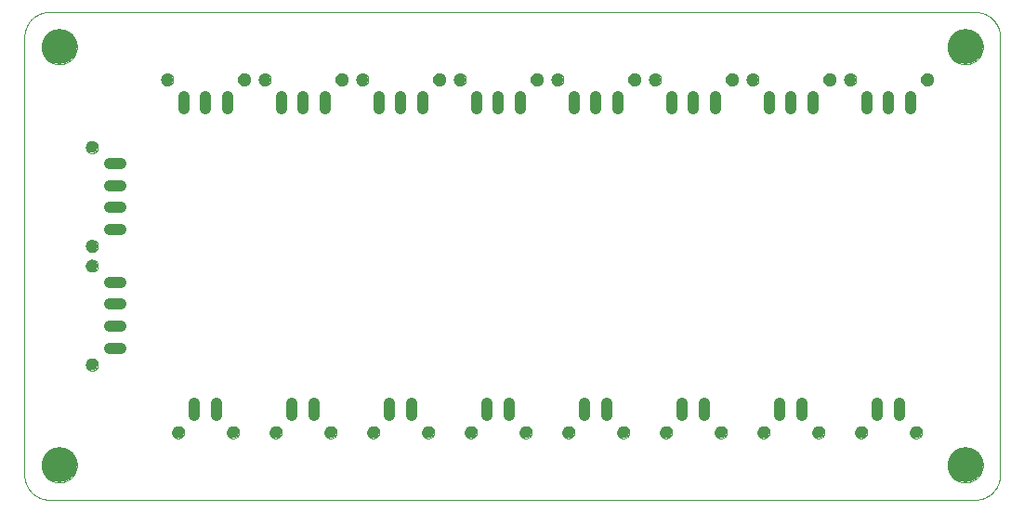
<source format=gbs>
G75*
%MOIN*%
%OFA0B0*%
%FSLAX25Y25*%
%IPPOS*%
%LPD*%
%AMOC8*
5,1,8,0,0,1.08239X$1,22.5*
%
%ADD10C,0.00000*%
%ADD11C,0.12598*%
%ADD12C,0.04134*%
%ADD13C,0.04331*%
D10*
X0092333Y0346588D02*
X0424333Y0346588D01*
X0424550Y0346591D01*
X0424768Y0346599D01*
X0424985Y0346612D01*
X0425202Y0346630D01*
X0425418Y0346654D01*
X0425633Y0346682D01*
X0425848Y0346716D01*
X0426062Y0346756D01*
X0426275Y0346800D01*
X0426487Y0346850D01*
X0426697Y0346904D01*
X0426907Y0346964D01*
X0427114Y0347028D01*
X0427320Y0347098D01*
X0427524Y0347173D01*
X0427727Y0347252D01*
X0427927Y0347337D01*
X0428126Y0347426D01*
X0428322Y0347520D01*
X0428516Y0347619D01*
X0428707Y0347722D01*
X0428896Y0347830D01*
X0429082Y0347943D01*
X0429265Y0348060D01*
X0429446Y0348181D01*
X0429623Y0348307D01*
X0429797Y0348437D01*
X0429969Y0348571D01*
X0430137Y0348709D01*
X0430301Y0348851D01*
X0430462Y0348998D01*
X0430620Y0349148D01*
X0430773Y0349301D01*
X0430923Y0349459D01*
X0431070Y0349620D01*
X0431212Y0349784D01*
X0431350Y0349952D01*
X0431484Y0350124D01*
X0431614Y0350298D01*
X0431740Y0350475D01*
X0431861Y0350656D01*
X0431978Y0350839D01*
X0432091Y0351025D01*
X0432199Y0351214D01*
X0432302Y0351405D01*
X0432401Y0351599D01*
X0432495Y0351795D01*
X0432584Y0351994D01*
X0432669Y0352194D01*
X0432748Y0352397D01*
X0432823Y0352601D01*
X0432893Y0352807D01*
X0432957Y0353014D01*
X0433017Y0353224D01*
X0433071Y0353434D01*
X0433121Y0353646D01*
X0433165Y0353859D01*
X0433205Y0354073D01*
X0433239Y0354288D01*
X0433267Y0354503D01*
X0433291Y0354719D01*
X0433309Y0354936D01*
X0433322Y0355153D01*
X0433330Y0355371D01*
X0433333Y0355588D01*
X0433333Y0512588D01*
X0433330Y0512805D01*
X0433322Y0513023D01*
X0433309Y0513240D01*
X0433291Y0513457D01*
X0433267Y0513673D01*
X0433239Y0513888D01*
X0433205Y0514103D01*
X0433165Y0514317D01*
X0433121Y0514530D01*
X0433071Y0514742D01*
X0433017Y0514952D01*
X0432957Y0515162D01*
X0432893Y0515369D01*
X0432823Y0515575D01*
X0432748Y0515779D01*
X0432669Y0515982D01*
X0432584Y0516182D01*
X0432495Y0516381D01*
X0432401Y0516577D01*
X0432302Y0516771D01*
X0432199Y0516962D01*
X0432091Y0517151D01*
X0431978Y0517337D01*
X0431861Y0517520D01*
X0431740Y0517701D01*
X0431614Y0517878D01*
X0431484Y0518052D01*
X0431350Y0518224D01*
X0431212Y0518392D01*
X0431070Y0518556D01*
X0430923Y0518717D01*
X0430773Y0518875D01*
X0430620Y0519028D01*
X0430462Y0519178D01*
X0430301Y0519325D01*
X0430137Y0519467D01*
X0429969Y0519605D01*
X0429797Y0519739D01*
X0429623Y0519869D01*
X0429446Y0519995D01*
X0429265Y0520116D01*
X0429082Y0520233D01*
X0428896Y0520346D01*
X0428707Y0520454D01*
X0428516Y0520557D01*
X0428322Y0520656D01*
X0428126Y0520750D01*
X0427927Y0520839D01*
X0427727Y0520924D01*
X0427524Y0521003D01*
X0427320Y0521078D01*
X0427114Y0521148D01*
X0426907Y0521212D01*
X0426697Y0521272D01*
X0426487Y0521326D01*
X0426275Y0521376D01*
X0426062Y0521420D01*
X0425848Y0521460D01*
X0425633Y0521494D01*
X0425418Y0521522D01*
X0425202Y0521546D01*
X0424985Y0521564D01*
X0424768Y0521577D01*
X0424550Y0521585D01*
X0424333Y0521588D01*
X0092333Y0521588D01*
X0092116Y0521585D01*
X0091898Y0521577D01*
X0091681Y0521564D01*
X0091464Y0521546D01*
X0091248Y0521522D01*
X0091033Y0521494D01*
X0090818Y0521460D01*
X0090604Y0521420D01*
X0090391Y0521376D01*
X0090179Y0521326D01*
X0089969Y0521272D01*
X0089759Y0521212D01*
X0089552Y0521148D01*
X0089346Y0521078D01*
X0089142Y0521003D01*
X0088939Y0520924D01*
X0088739Y0520839D01*
X0088540Y0520750D01*
X0088344Y0520656D01*
X0088150Y0520557D01*
X0087959Y0520454D01*
X0087770Y0520346D01*
X0087584Y0520233D01*
X0087401Y0520116D01*
X0087220Y0519995D01*
X0087043Y0519869D01*
X0086869Y0519739D01*
X0086697Y0519605D01*
X0086529Y0519467D01*
X0086365Y0519325D01*
X0086204Y0519178D01*
X0086046Y0519028D01*
X0085893Y0518875D01*
X0085743Y0518717D01*
X0085596Y0518556D01*
X0085454Y0518392D01*
X0085316Y0518224D01*
X0085182Y0518052D01*
X0085052Y0517878D01*
X0084926Y0517701D01*
X0084805Y0517520D01*
X0084688Y0517337D01*
X0084575Y0517151D01*
X0084467Y0516962D01*
X0084364Y0516771D01*
X0084265Y0516577D01*
X0084171Y0516381D01*
X0084082Y0516182D01*
X0083997Y0515982D01*
X0083918Y0515779D01*
X0083843Y0515575D01*
X0083773Y0515369D01*
X0083709Y0515162D01*
X0083649Y0514952D01*
X0083595Y0514742D01*
X0083545Y0514530D01*
X0083501Y0514317D01*
X0083461Y0514103D01*
X0083427Y0513888D01*
X0083399Y0513673D01*
X0083375Y0513457D01*
X0083357Y0513240D01*
X0083344Y0513023D01*
X0083336Y0512805D01*
X0083333Y0512588D01*
X0083333Y0355588D01*
X0083336Y0355371D01*
X0083344Y0355153D01*
X0083357Y0354936D01*
X0083375Y0354719D01*
X0083399Y0354503D01*
X0083427Y0354288D01*
X0083461Y0354073D01*
X0083501Y0353859D01*
X0083545Y0353646D01*
X0083595Y0353434D01*
X0083649Y0353224D01*
X0083709Y0353014D01*
X0083773Y0352807D01*
X0083843Y0352601D01*
X0083918Y0352397D01*
X0083997Y0352194D01*
X0084082Y0351994D01*
X0084171Y0351795D01*
X0084265Y0351599D01*
X0084364Y0351405D01*
X0084467Y0351214D01*
X0084575Y0351025D01*
X0084688Y0350839D01*
X0084805Y0350656D01*
X0084926Y0350475D01*
X0085052Y0350298D01*
X0085182Y0350124D01*
X0085316Y0349952D01*
X0085454Y0349784D01*
X0085596Y0349620D01*
X0085743Y0349459D01*
X0085893Y0349301D01*
X0086046Y0349148D01*
X0086204Y0348998D01*
X0086365Y0348851D01*
X0086529Y0348709D01*
X0086697Y0348571D01*
X0086869Y0348437D01*
X0087043Y0348307D01*
X0087220Y0348181D01*
X0087401Y0348060D01*
X0087584Y0347943D01*
X0087770Y0347830D01*
X0087959Y0347722D01*
X0088150Y0347619D01*
X0088344Y0347520D01*
X0088540Y0347426D01*
X0088739Y0347337D01*
X0088939Y0347252D01*
X0089142Y0347173D01*
X0089346Y0347098D01*
X0089552Y0347028D01*
X0089759Y0346964D01*
X0089969Y0346904D01*
X0090179Y0346850D01*
X0090391Y0346800D01*
X0090604Y0346756D01*
X0090818Y0346716D01*
X0091033Y0346682D01*
X0091248Y0346654D01*
X0091464Y0346630D01*
X0091681Y0346612D01*
X0091898Y0346599D01*
X0092116Y0346591D01*
X0092333Y0346588D01*
X0089534Y0359088D02*
X0089536Y0359246D01*
X0089542Y0359404D01*
X0089552Y0359562D01*
X0089566Y0359720D01*
X0089584Y0359877D01*
X0089605Y0360034D01*
X0089631Y0360190D01*
X0089661Y0360346D01*
X0089694Y0360501D01*
X0089732Y0360654D01*
X0089773Y0360807D01*
X0089818Y0360959D01*
X0089867Y0361110D01*
X0089920Y0361259D01*
X0089976Y0361407D01*
X0090036Y0361553D01*
X0090100Y0361698D01*
X0090168Y0361841D01*
X0090239Y0361983D01*
X0090313Y0362123D01*
X0090391Y0362260D01*
X0090473Y0362396D01*
X0090557Y0362530D01*
X0090646Y0362661D01*
X0090737Y0362790D01*
X0090832Y0362917D01*
X0090929Y0363042D01*
X0091030Y0363164D01*
X0091134Y0363283D01*
X0091241Y0363400D01*
X0091351Y0363514D01*
X0091464Y0363625D01*
X0091579Y0363734D01*
X0091697Y0363839D01*
X0091818Y0363941D01*
X0091941Y0364041D01*
X0092067Y0364137D01*
X0092195Y0364230D01*
X0092325Y0364320D01*
X0092458Y0364406D01*
X0092593Y0364490D01*
X0092729Y0364569D01*
X0092868Y0364646D01*
X0093009Y0364718D01*
X0093151Y0364788D01*
X0093295Y0364853D01*
X0093441Y0364915D01*
X0093588Y0364973D01*
X0093737Y0365028D01*
X0093887Y0365079D01*
X0094038Y0365126D01*
X0094190Y0365169D01*
X0094343Y0365208D01*
X0094498Y0365244D01*
X0094653Y0365275D01*
X0094809Y0365303D01*
X0094965Y0365327D01*
X0095122Y0365347D01*
X0095280Y0365363D01*
X0095437Y0365375D01*
X0095596Y0365383D01*
X0095754Y0365387D01*
X0095912Y0365387D01*
X0096070Y0365383D01*
X0096229Y0365375D01*
X0096386Y0365363D01*
X0096544Y0365347D01*
X0096701Y0365327D01*
X0096857Y0365303D01*
X0097013Y0365275D01*
X0097168Y0365244D01*
X0097323Y0365208D01*
X0097476Y0365169D01*
X0097628Y0365126D01*
X0097779Y0365079D01*
X0097929Y0365028D01*
X0098078Y0364973D01*
X0098225Y0364915D01*
X0098371Y0364853D01*
X0098515Y0364788D01*
X0098657Y0364718D01*
X0098798Y0364646D01*
X0098937Y0364569D01*
X0099073Y0364490D01*
X0099208Y0364406D01*
X0099341Y0364320D01*
X0099471Y0364230D01*
X0099599Y0364137D01*
X0099725Y0364041D01*
X0099848Y0363941D01*
X0099969Y0363839D01*
X0100087Y0363734D01*
X0100202Y0363625D01*
X0100315Y0363514D01*
X0100425Y0363400D01*
X0100532Y0363283D01*
X0100636Y0363164D01*
X0100737Y0363042D01*
X0100834Y0362917D01*
X0100929Y0362790D01*
X0101020Y0362661D01*
X0101109Y0362530D01*
X0101193Y0362396D01*
X0101275Y0362260D01*
X0101353Y0362123D01*
X0101427Y0361983D01*
X0101498Y0361841D01*
X0101566Y0361698D01*
X0101630Y0361553D01*
X0101690Y0361407D01*
X0101746Y0361259D01*
X0101799Y0361110D01*
X0101848Y0360959D01*
X0101893Y0360807D01*
X0101934Y0360654D01*
X0101972Y0360501D01*
X0102005Y0360346D01*
X0102035Y0360190D01*
X0102061Y0360034D01*
X0102082Y0359877D01*
X0102100Y0359720D01*
X0102114Y0359562D01*
X0102124Y0359404D01*
X0102130Y0359246D01*
X0102132Y0359088D01*
X0102130Y0358930D01*
X0102124Y0358772D01*
X0102114Y0358614D01*
X0102100Y0358456D01*
X0102082Y0358299D01*
X0102061Y0358142D01*
X0102035Y0357986D01*
X0102005Y0357830D01*
X0101972Y0357675D01*
X0101934Y0357522D01*
X0101893Y0357369D01*
X0101848Y0357217D01*
X0101799Y0357066D01*
X0101746Y0356917D01*
X0101690Y0356769D01*
X0101630Y0356623D01*
X0101566Y0356478D01*
X0101498Y0356335D01*
X0101427Y0356193D01*
X0101353Y0356053D01*
X0101275Y0355916D01*
X0101193Y0355780D01*
X0101109Y0355646D01*
X0101020Y0355515D01*
X0100929Y0355386D01*
X0100834Y0355259D01*
X0100737Y0355134D01*
X0100636Y0355012D01*
X0100532Y0354893D01*
X0100425Y0354776D01*
X0100315Y0354662D01*
X0100202Y0354551D01*
X0100087Y0354442D01*
X0099969Y0354337D01*
X0099848Y0354235D01*
X0099725Y0354135D01*
X0099599Y0354039D01*
X0099471Y0353946D01*
X0099341Y0353856D01*
X0099208Y0353770D01*
X0099073Y0353686D01*
X0098937Y0353607D01*
X0098798Y0353530D01*
X0098657Y0353458D01*
X0098515Y0353388D01*
X0098371Y0353323D01*
X0098225Y0353261D01*
X0098078Y0353203D01*
X0097929Y0353148D01*
X0097779Y0353097D01*
X0097628Y0353050D01*
X0097476Y0353007D01*
X0097323Y0352968D01*
X0097168Y0352932D01*
X0097013Y0352901D01*
X0096857Y0352873D01*
X0096701Y0352849D01*
X0096544Y0352829D01*
X0096386Y0352813D01*
X0096229Y0352801D01*
X0096070Y0352793D01*
X0095912Y0352789D01*
X0095754Y0352789D01*
X0095596Y0352793D01*
X0095437Y0352801D01*
X0095280Y0352813D01*
X0095122Y0352829D01*
X0094965Y0352849D01*
X0094809Y0352873D01*
X0094653Y0352901D01*
X0094498Y0352932D01*
X0094343Y0352968D01*
X0094190Y0353007D01*
X0094038Y0353050D01*
X0093887Y0353097D01*
X0093737Y0353148D01*
X0093588Y0353203D01*
X0093441Y0353261D01*
X0093295Y0353323D01*
X0093151Y0353388D01*
X0093009Y0353458D01*
X0092868Y0353530D01*
X0092729Y0353607D01*
X0092593Y0353686D01*
X0092458Y0353770D01*
X0092325Y0353856D01*
X0092195Y0353946D01*
X0092067Y0354039D01*
X0091941Y0354135D01*
X0091818Y0354235D01*
X0091697Y0354337D01*
X0091579Y0354442D01*
X0091464Y0354551D01*
X0091351Y0354662D01*
X0091241Y0354776D01*
X0091134Y0354893D01*
X0091030Y0355012D01*
X0090929Y0355134D01*
X0090832Y0355259D01*
X0090737Y0355386D01*
X0090646Y0355515D01*
X0090557Y0355646D01*
X0090473Y0355780D01*
X0090391Y0355916D01*
X0090313Y0356053D01*
X0090239Y0356193D01*
X0090168Y0356335D01*
X0090100Y0356478D01*
X0090036Y0356623D01*
X0089976Y0356769D01*
X0089920Y0356917D01*
X0089867Y0357066D01*
X0089818Y0357217D01*
X0089773Y0357369D01*
X0089732Y0357522D01*
X0089694Y0357675D01*
X0089661Y0357830D01*
X0089631Y0357986D01*
X0089605Y0358142D01*
X0089584Y0358299D01*
X0089566Y0358456D01*
X0089552Y0358614D01*
X0089542Y0358772D01*
X0089536Y0358930D01*
X0089534Y0359088D01*
X0105401Y0395122D02*
X0105403Y0395215D01*
X0105409Y0395307D01*
X0105419Y0395399D01*
X0105433Y0395490D01*
X0105450Y0395581D01*
X0105472Y0395671D01*
X0105497Y0395760D01*
X0105526Y0395848D01*
X0105559Y0395934D01*
X0105596Y0396019D01*
X0105636Y0396103D01*
X0105680Y0396184D01*
X0105727Y0396264D01*
X0105777Y0396342D01*
X0105831Y0396417D01*
X0105888Y0396490D01*
X0105948Y0396560D01*
X0106011Y0396628D01*
X0106077Y0396693D01*
X0106145Y0396755D01*
X0106216Y0396815D01*
X0106290Y0396871D01*
X0106366Y0396924D01*
X0106444Y0396973D01*
X0106524Y0397020D01*
X0106606Y0397062D01*
X0106690Y0397102D01*
X0106775Y0397137D01*
X0106862Y0397169D01*
X0106950Y0397198D01*
X0107039Y0397222D01*
X0107129Y0397243D01*
X0107220Y0397259D01*
X0107312Y0397272D01*
X0107404Y0397281D01*
X0107497Y0397286D01*
X0107589Y0397287D01*
X0107682Y0397284D01*
X0107774Y0397277D01*
X0107866Y0397266D01*
X0107957Y0397251D01*
X0108048Y0397233D01*
X0108138Y0397210D01*
X0108226Y0397184D01*
X0108314Y0397154D01*
X0108400Y0397120D01*
X0108484Y0397083D01*
X0108567Y0397041D01*
X0108648Y0396997D01*
X0108728Y0396949D01*
X0108805Y0396898D01*
X0108879Y0396843D01*
X0108952Y0396785D01*
X0109022Y0396725D01*
X0109089Y0396661D01*
X0109153Y0396595D01*
X0109215Y0396525D01*
X0109273Y0396454D01*
X0109328Y0396380D01*
X0109380Y0396303D01*
X0109429Y0396224D01*
X0109475Y0396144D01*
X0109517Y0396061D01*
X0109555Y0395977D01*
X0109590Y0395891D01*
X0109621Y0395804D01*
X0109648Y0395716D01*
X0109671Y0395626D01*
X0109691Y0395536D01*
X0109707Y0395445D01*
X0109719Y0395353D01*
X0109727Y0395261D01*
X0109731Y0395168D01*
X0109731Y0395076D01*
X0109727Y0394983D01*
X0109719Y0394891D01*
X0109707Y0394799D01*
X0109691Y0394708D01*
X0109671Y0394618D01*
X0109648Y0394528D01*
X0109621Y0394440D01*
X0109590Y0394353D01*
X0109555Y0394267D01*
X0109517Y0394183D01*
X0109475Y0394100D01*
X0109429Y0394020D01*
X0109380Y0393941D01*
X0109328Y0393864D01*
X0109273Y0393790D01*
X0109215Y0393719D01*
X0109153Y0393649D01*
X0109089Y0393583D01*
X0109022Y0393519D01*
X0108952Y0393459D01*
X0108879Y0393401D01*
X0108805Y0393346D01*
X0108728Y0393295D01*
X0108649Y0393247D01*
X0108567Y0393203D01*
X0108484Y0393161D01*
X0108400Y0393124D01*
X0108314Y0393090D01*
X0108226Y0393060D01*
X0108138Y0393034D01*
X0108048Y0393011D01*
X0107957Y0392993D01*
X0107866Y0392978D01*
X0107774Y0392967D01*
X0107682Y0392960D01*
X0107589Y0392957D01*
X0107497Y0392958D01*
X0107404Y0392963D01*
X0107312Y0392972D01*
X0107220Y0392985D01*
X0107129Y0393001D01*
X0107039Y0393022D01*
X0106950Y0393046D01*
X0106862Y0393075D01*
X0106775Y0393107D01*
X0106690Y0393142D01*
X0106606Y0393182D01*
X0106524Y0393224D01*
X0106444Y0393271D01*
X0106366Y0393320D01*
X0106290Y0393373D01*
X0106216Y0393429D01*
X0106145Y0393489D01*
X0106077Y0393551D01*
X0106011Y0393616D01*
X0105948Y0393684D01*
X0105888Y0393754D01*
X0105831Y0393827D01*
X0105777Y0393902D01*
X0105727Y0393980D01*
X0105680Y0394060D01*
X0105636Y0394141D01*
X0105596Y0394225D01*
X0105559Y0394310D01*
X0105526Y0394396D01*
X0105497Y0394484D01*
X0105472Y0394573D01*
X0105450Y0394663D01*
X0105433Y0394754D01*
X0105419Y0394845D01*
X0105409Y0394937D01*
X0105403Y0395029D01*
X0105401Y0395122D01*
X0105401Y0430555D02*
X0105403Y0430648D01*
X0105409Y0430740D01*
X0105419Y0430832D01*
X0105433Y0430923D01*
X0105450Y0431014D01*
X0105472Y0431104D01*
X0105497Y0431193D01*
X0105526Y0431281D01*
X0105559Y0431367D01*
X0105596Y0431452D01*
X0105636Y0431536D01*
X0105680Y0431617D01*
X0105727Y0431697D01*
X0105777Y0431775D01*
X0105831Y0431850D01*
X0105888Y0431923D01*
X0105948Y0431993D01*
X0106011Y0432061D01*
X0106077Y0432126D01*
X0106145Y0432188D01*
X0106216Y0432248D01*
X0106290Y0432304D01*
X0106366Y0432357D01*
X0106444Y0432406D01*
X0106524Y0432453D01*
X0106606Y0432495D01*
X0106690Y0432535D01*
X0106775Y0432570D01*
X0106862Y0432602D01*
X0106950Y0432631D01*
X0107039Y0432655D01*
X0107129Y0432676D01*
X0107220Y0432692D01*
X0107312Y0432705D01*
X0107404Y0432714D01*
X0107497Y0432719D01*
X0107589Y0432720D01*
X0107682Y0432717D01*
X0107774Y0432710D01*
X0107866Y0432699D01*
X0107957Y0432684D01*
X0108048Y0432666D01*
X0108138Y0432643D01*
X0108226Y0432617D01*
X0108314Y0432587D01*
X0108400Y0432553D01*
X0108484Y0432516D01*
X0108567Y0432474D01*
X0108648Y0432430D01*
X0108728Y0432382D01*
X0108805Y0432331D01*
X0108879Y0432276D01*
X0108952Y0432218D01*
X0109022Y0432158D01*
X0109089Y0432094D01*
X0109153Y0432028D01*
X0109215Y0431958D01*
X0109273Y0431887D01*
X0109328Y0431813D01*
X0109380Y0431736D01*
X0109429Y0431657D01*
X0109475Y0431577D01*
X0109517Y0431494D01*
X0109555Y0431410D01*
X0109590Y0431324D01*
X0109621Y0431237D01*
X0109648Y0431149D01*
X0109671Y0431059D01*
X0109691Y0430969D01*
X0109707Y0430878D01*
X0109719Y0430786D01*
X0109727Y0430694D01*
X0109731Y0430601D01*
X0109731Y0430509D01*
X0109727Y0430416D01*
X0109719Y0430324D01*
X0109707Y0430232D01*
X0109691Y0430141D01*
X0109671Y0430051D01*
X0109648Y0429961D01*
X0109621Y0429873D01*
X0109590Y0429786D01*
X0109555Y0429700D01*
X0109517Y0429616D01*
X0109475Y0429533D01*
X0109429Y0429453D01*
X0109380Y0429374D01*
X0109328Y0429297D01*
X0109273Y0429223D01*
X0109215Y0429152D01*
X0109153Y0429082D01*
X0109089Y0429016D01*
X0109022Y0428952D01*
X0108952Y0428892D01*
X0108879Y0428834D01*
X0108805Y0428779D01*
X0108728Y0428728D01*
X0108649Y0428680D01*
X0108567Y0428636D01*
X0108484Y0428594D01*
X0108400Y0428557D01*
X0108314Y0428523D01*
X0108226Y0428493D01*
X0108138Y0428467D01*
X0108048Y0428444D01*
X0107957Y0428426D01*
X0107866Y0428411D01*
X0107774Y0428400D01*
X0107682Y0428393D01*
X0107589Y0428390D01*
X0107497Y0428391D01*
X0107404Y0428396D01*
X0107312Y0428405D01*
X0107220Y0428418D01*
X0107129Y0428434D01*
X0107039Y0428455D01*
X0106950Y0428479D01*
X0106862Y0428508D01*
X0106775Y0428540D01*
X0106690Y0428575D01*
X0106606Y0428615D01*
X0106524Y0428657D01*
X0106444Y0428704D01*
X0106366Y0428753D01*
X0106290Y0428806D01*
X0106216Y0428862D01*
X0106145Y0428922D01*
X0106077Y0428984D01*
X0106011Y0429049D01*
X0105948Y0429117D01*
X0105888Y0429187D01*
X0105831Y0429260D01*
X0105777Y0429335D01*
X0105727Y0429413D01*
X0105680Y0429493D01*
X0105636Y0429574D01*
X0105596Y0429658D01*
X0105559Y0429743D01*
X0105526Y0429829D01*
X0105497Y0429917D01*
X0105472Y0430006D01*
X0105450Y0430096D01*
X0105433Y0430187D01*
X0105419Y0430278D01*
X0105409Y0430370D01*
X0105403Y0430462D01*
X0105401Y0430555D01*
X0105401Y0437622D02*
X0105403Y0437715D01*
X0105409Y0437807D01*
X0105419Y0437899D01*
X0105433Y0437990D01*
X0105450Y0438081D01*
X0105472Y0438171D01*
X0105497Y0438260D01*
X0105526Y0438348D01*
X0105559Y0438434D01*
X0105596Y0438519D01*
X0105636Y0438603D01*
X0105680Y0438684D01*
X0105727Y0438764D01*
X0105777Y0438842D01*
X0105831Y0438917D01*
X0105888Y0438990D01*
X0105948Y0439060D01*
X0106011Y0439128D01*
X0106077Y0439193D01*
X0106145Y0439255D01*
X0106216Y0439315D01*
X0106290Y0439371D01*
X0106366Y0439424D01*
X0106444Y0439473D01*
X0106524Y0439520D01*
X0106606Y0439562D01*
X0106690Y0439602D01*
X0106775Y0439637D01*
X0106862Y0439669D01*
X0106950Y0439698D01*
X0107039Y0439722D01*
X0107129Y0439743D01*
X0107220Y0439759D01*
X0107312Y0439772D01*
X0107404Y0439781D01*
X0107497Y0439786D01*
X0107589Y0439787D01*
X0107682Y0439784D01*
X0107774Y0439777D01*
X0107866Y0439766D01*
X0107957Y0439751D01*
X0108048Y0439733D01*
X0108138Y0439710D01*
X0108226Y0439684D01*
X0108314Y0439654D01*
X0108400Y0439620D01*
X0108484Y0439583D01*
X0108567Y0439541D01*
X0108648Y0439497D01*
X0108728Y0439449D01*
X0108805Y0439398D01*
X0108879Y0439343D01*
X0108952Y0439285D01*
X0109022Y0439225D01*
X0109089Y0439161D01*
X0109153Y0439095D01*
X0109215Y0439025D01*
X0109273Y0438954D01*
X0109328Y0438880D01*
X0109380Y0438803D01*
X0109429Y0438724D01*
X0109475Y0438644D01*
X0109517Y0438561D01*
X0109555Y0438477D01*
X0109590Y0438391D01*
X0109621Y0438304D01*
X0109648Y0438216D01*
X0109671Y0438126D01*
X0109691Y0438036D01*
X0109707Y0437945D01*
X0109719Y0437853D01*
X0109727Y0437761D01*
X0109731Y0437668D01*
X0109731Y0437576D01*
X0109727Y0437483D01*
X0109719Y0437391D01*
X0109707Y0437299D01*
X0109691Y0437208D01*
X0109671Y0437118D01*
X0109648Y0437028D01*
X0109621Y0436940D01*
X0109590Y0436853D01*
X0109555Y0436767D01*
X0109517Y0436683D01*
X0109475Y0436600D01*
X0109429Y0436520D01*
X0109380Y0436441D01*
X0109328Y0436364D01*
X0109273Y0436290D01*
X0109215Y0436219D01*
X0109153Y0436149D01*
X0109089Y0436083D01*
X0109022Y0436019D01*
X0108952Y0435959D01*
X0108879Y0435901D01*
X0108805Y0435846D01*
X0108728Y0435795D01*
X0108649Y0435747D01*
X0108567Y0435703D01*
X0108484Y0435661D01*
X0108400Y0435624D01*
X0108314Y0435590D01*
X0108226Y0435560D01*
X0108138Y0435534D01*
X0108048Y0435511D01*
X0107957Y0435493D01*
X0107866Y0435478D01*
X0107774Y0435467D01*
X0107682Y0435460D01*
X0107589Y0435457D01*
X0107497Y0435458D01*
X0107404Y0435463D01*
X0107312Y0435472D01*
X0107220Y0435485D01*
X0107129Y0435501D01*
X0107039Y0435522D01*
X0106950Y0435546D01*
X0106862Y0435575D01*
X0106775Y0435607D01*
X0106690Y0435642D01*
X0106606Y0435682D01*
X0106524Y0435724D01*
X0106444Y0435771D01*
X0106366Y0435820D01*
X0106290Y0435873D01*
X0106216Y0435929D01*
X0106145Y0435989D01*
X0106077Y0436051D01*
X0106011Y0436116D01*
X0105948Y0436184D01*
X0105888Y0436254D01*
X0105831Y0436327D01*
X0105777Y0436402D01*
X0105727Y0436480D01*
X0105680Y0436560D01*
X0105636Y0436641D01*
X0105596Y0436725D01*
X0105559Y0436810D01*
X0105526Y0436896D01*
X0105497Y0436984D01*
X0105472Y0437073D01*
X0105450Y0437163D01*
X0105433Y0437254D01*
X0105419Y0437345D01*
X0105409Y0437437D01*
X0105403Y0437529D01*
X0105401Y0437622D01*
X0105401Y0473055D02*
X0105403Y0473148D01*
X0105409Y0473240D01*
X0105419Y0473332D01*
X0105433Y0473423D01*
X0105450Y0473514D01*
X0105472Y0473604D01*
X0105497Y0473693D01*
X0105526Y0473781D01*
X0105559Y0473867D01*
X0105596Y0473952D01*
X0105636Y0474036D01*
X0105680Y0474117D01*
X0105727Y0474197D01*
X0105777Y0474275D01*
X0105831Y0474350D01*
X0105888Y0474423D01*
X0105948Y0474493D01*
X0106011Y0474561D01*
X0106077Y0474626D01*
X0106145Y0474688D01*
X0106216Y0474748D01*
X0106290Y0474804D01*
X0106366Y0474857D01*
X0106444Y0474906D01*
X0106524Y0474953D01*
X0106606Y0474995D01*
X0106690Y0475035D01*
X0106775Y0475070D01*
X0106862Y0475102D01*
X0106950Y0475131D01*
X0107039Y0475155D01*
X0107129Y0475176D01*
X0107220Y0475192D01*
X0107312Y0475205D01*
X0107404Y0475214D01*
X0107497Y0475219D01*
X0107589Y0475220D01*
X0107682Y0475217D01*
X0107774Y0475210D01*
X0107866Y0475199D01*
X0107957Y0475184D01*
X0108048Y0475166D01*
X0108138Y0475143D01*
X0108226Y0475117D01*
X0108314Y0475087D01*
X0108400Y0475053D01*
X0108484Y0475016D01*
X0108567Y0474974D01*
X0108648Y0474930D01*
X0108728Y0474882D01*
X0108805Y0474831D01*
X0108879Y0474776D01*
X0108952Y0474718D01*
X0109022Y0474658D01*
X0109089Y0474594D01*
X0109153Y0474528D01*
X0109215Y0474458D01*
X0109273Y0474387D01*
X0109328Y0474313D01*
X0109380Y0474236D01*
X0109429Y0474157D01*
X0109475Y0474077D01*
X0109517Y0473994D01*
X0109555Y0473910D01*
X0109590Y0473824D01*
X0109621Y0473737D01*
X0109648Y0473649D01*
X0109671Y0473559D01*
X0109691Y0473469D01*
X0109707Y0473378D01*
X0109719Y0473286D01*
X0109727Y0473194D01*
X0109731Y0473101D01*
X0109731Y0473009D01*
X0109727Y0472916D01*
X0109719Y0472824D01*
X0109707Y0472732D01*
X0109691Y0472641D01*
X0109671Y0472551D01*
X0109648Y0472461D01*
X0109621Y0472373D01*
X0109590Y0472286D01*
X0109555Y0472200D01*
X0109517Y0472116D01*
X0109475Y0472033D01*
X0109429Y0471953D01*
X0109380Y0471874D01*
X0109328Y0471797D01*
X0109273Y0471723D01*
X0109215Y0471652D01*
X0109153Y0471582D01*
X0109089Y0471516D01*
X0109022Y0471452D01*
X0108952Y0471392D01*
X0108879Y0471334D01*
X0108805Y0471279D01*
X0108728Y0471228D01*
X0108649Y0471180D01*
X0108567Y0471136D01*
X0108484Y0471094D01*
X0108400Y0471057D01*
X0108314Y0471023D01*
X0108226Y0470993D01*
X0108138Y0470967D01*
X0108048Y0470944D01*
X0107957Y0470926D01*
X0107866Y0470911D01*
X0107774Y0470900D01*
X0107682Y0470893D01*
X0107589Y0470890D01*
X0107497Y0470891D01*
X0107404Y0470896D01*
X0107312Y0470905D01*
X0107220Y0470918D01*
X0107129Y0470934D01*
X0107039Y0470955D01*
X0106950Y0470979D01*
X0106862Y0471008D01*
X0106775Y0471040D01*
X0106690Y0471075D01*
X0106606Y0471115D01*
X0106524Y0471157D01*
X0106444Y0471204D01*
X0106366Y0471253D01*
X0106290Y0471306D01*
X0106216Y0471362D01*
X0106145Y0471422D01*
X0106077Y0471484D01*
X0106011Y0471549D01*
X0105948Y0471617D01*
X0105888Y0471687D01*
X0105831Y0471760D01*
X0105777Y0471835D01*
X0105727Y0471913D01*
X0105680Y0471993D01*
X0105636Y0472074D01*
X0105596Y0472158D01*
X0105559Y0472243D01*
X0105526Y0472329D01*
X0105497Y0472417D01*
X0105472Y0472506D01*
X0105450Y0472596D01*
X0105433Y0472687D01*
X0105419Y0472778D01*
X0105409Y0472870D01*
X0105403Y0472962D01*
X0105401Y0473055D01*
X0132389Y0497356D02*
X0132391Y0497449D01*
X0132397Y0497541D01*
X0132407Y0497633D01*
X0132421Y0497724D01*
X0132438Y0497815D01*
X0132460Y0497905D01*
X0132485Y0497994D01*
X0132514Y0498082D01*
X0132547Y0498168D01*
X0132584Y0498253D01*
X0132624Y0498337D01*
X0132668Y0498418D01*
X0132715Y0498498D01*
X0132765Y0498576D01*
X0132819Y0498651D01*
X0132876Y0498724D01*
X0132936Y0498794D01*
X0132999Y0498862D01*
X0133065Y0498927D01*
X0133133Y0498989D01*
X0133204Y0499049D01*
X0133278Y0499105D01*
X0133354Y0499158D01*
X0133432Y0499207D01*
X0133512Y0499254D01*
X0133594Y0499296D01*
X0133678Y0499336D01*
X0133763Y0499371D01*
X0133850Y0499403D01*
X0133938Y0499432D01*
X0134027Y0499456D01*
X0134117Y0499477D01*
X0134208Y0499493D01*
X0134300Y0499506D01*
X0134392Y0499515D01*
X0134485Y0499520D01*
X0134577Y0499521D01*
X0134670Y0499518D01*
X0134762Y0499511D01*
X0134854Y0499500D01*
X0134945Y0499485D01*
X0135036Y0499467D01*
X0135126Y0499444D01*
X0135214Y0499418D01*
X0135302Y0499388D01*
X0135388Y0499354D01*
X0135472Y0499317D01*
X0135555Y0499275D01*
X0135636Y0499231D01*
X0135716Y0499183D01*
X0135793Y0499132D01*
X0135867Y0499077D01*
X0135940Y0499019D01*
X0136010Y0498959D01*
X0136077Y0498895D01*
X0136141Y0498829D01*
X0136203Y0498759D01*
X0136261Y0498688D01*
X0136316Y0498614D01*
X0136368Y0498537D01*
X0136417Y0498458D01*
X0136463Y0498378D01*
X0136505Y0498295D01*
X0136543Y0498211D01*
X0136578Y0498125D01*
X0136609Y0498038D01*
X0136636Y0497950D01*
X0136659Y0497860D01*
X0136679Y0497770D01*
X0136695Y0497679D01*
X0136707Y0497587D01*
X0136715Y0497495D01*
X0136719Y0497402D01*
X0136719Y0497310D01*
X0136715Y0497217D01*
X0136707Y0497125D01*
X0136695Y0497033D01*
X0136679Y0496942D01*
X0136659Y0496852D01*
X0136636Y0496762D01*
X0136609Y0496674D01*
X0136578Y0496587D01*
X0136543Y0496501D01*
X0136505Y0496417D01*
X0136463Y0496334D01*
X0136417Y0496254D01*
X0136368Y0496175D01*
X0136316Y0496098D01*
X0136261Y0496024D01*
X0136203Y0495953D01*
X0136141Y0495883D01*
X0136077Y0495817D01*
X0136010Y0495753D01*
X0135940Y0495693D01*
X0135867Y0495635D01*
X0135793Y0495580D01*
X0135716Y0495529D01*
X0135637Y0495481D01*
X0135555Y0495437D01*
X0135472Y0495395D01*
X0135388Y0495358D01*
X0135302Y0495324D01*
X0135214Y0495294D01*
X0135126Y0495268D01*
X0135036Y0495245D01*
X0134945Y0495227D01*
X0134854Y0495212D01*
X0134762Y0495201D01*
X0134670Y0495194D01*
X0134577Y0495191D01*
X0134485Y0495192D01*
X0134392Y0495197D01*
X0134300Y0495206D01*
X0134208Y0495219D01*
X0134117Y0495235D01*
X0134027Y0495256D01*
X0133938Y0495280D01*
X0133850Y0495309D01*
X0133763Y0495341D01*
X0133678Y0495376D01*
X0133594Y0495416D01*
X0133512Y0495458D01*
X0133432Y0495505D01*
X0133354Y0495554D01*
X0133278Y0495607D01*
X0133204Y0495663D01*
X0133133Y0495723D01*
X0133065Y0495785D01*
X0132999Y0495850D01*
X0132936Y0495918D01*
X0132876Y0495988D01*
X0132819Y0496061D01*
X0132765Y0496136D01*
X0132715Y0496214D01*
X0132668Y0496294D01*
X0132624Y0496375D01*
X0132584Y0496459D01*
X0132547Y0496544D01*
X0132514Y0496630D01*
X0132485Y0496718D01*
X0132460Y0496807D01*
X0132438Y0496897D01*
X0132421Y0496988D01*
X0132407Y0497079D01*
X0132397Y0497171D01*
X0132391Y0497263D01*
X0132389Y0497356D01*
X0159948Y0497356D02*
X0159950Y0497449D01*
X0159956Y0497541D01*
X0159966Y0497633D01*
X0159980Y0497724D01*
X0159997Y0497815D01*
X0160019Y0497905D01*
X0160044Y0497994D01*
X0160073Y0498082D01*
X0160106Y0498168D01*
X0160143Y0498253D01*
X0160183Y0498337D01*
X0160227Y0498418D01*
X0160274Y0498498D01*
X0160324Y0498576D01*
X0160378Y0498651D01*
X0160435Y0498724D01*
X0160495Y0498794D01*
X0160558Y0498862D01*
X0160624Y0498927D01*
X0160692Y0498989D01*
X0160763Y0499049D01*
X0160837Y0499105D01*
X0160913Y0499158D01*
X0160991Y0499207D01*
X0161071Y0499254D01*
X0161153Y0499296D01*
X0161237Y0499336D01*
X0161322Y0499371D01*
X0161409Y0499403D01*
X0161497Y0499432D01*
X0161586Y0499456D01*
X0161676Y0499477D01*
X0161767Y0499493D01*
X0161859Y0499506D01*
X0161951Y0499515D01*
X0162044Y0499520D01*
X0162136Y0499521D01*
X0162229Y0499518D01*
X0162321Y0499511D01*
X0162413Y0499500D01*
X0162504Y0499485D01*
X0162595Y0499467D01*
X0162685Y0499444D01*
X0162773Y0499418D01*
X0162861Y0499388D01*
X0162947Y0499354D01*
X0163031Y0499317D01*
X0163114Y0499275D01*
X0163195Y0499231D01*
X0163275Y0499183D01*
X0163352Y0499132D01*
X0163426Y0499077D01*
X0163499Y0499019D01*
X0163569Y0498959D01*
X0163636Y0498895D01*
X0163700Y0498829D01*
X0163762Y0498759D01*
X0163820Y0498688D01*
X0163875Y0498614D01*
X0163927Y0498537D01*
X0163976Y0498458D01*
X0164022Y0498378D01*
X0164064Y0498295D01*
X0164102Y0498211D01*
X0164137Y0498125D01*
X0164168Y0498038D01*
X0164195Y0497950D01*
X0164218Y0497860D01*
X0164238Y0497770D01*
X0164254Y0497679D01*
X0164266Y0497587D01*
X0164274Y0497495D01*
X0164278Y0497402D01*
X0164278Y0497310D01*
X0164274Y0497217D01*
X0164266Y0497125D01*
X0164254Y0497033D01*
X0164238Y0496942D01*
X0164218Y0496852D01*
X0164195Y0496762D01*
X0164168Y0496674D01*
X0164137Y0496587D01*
X0164102Y0496501D01*
X0164064Y0496417D01*
X0164022Y0496334D01*
X0163976Y0496254D01*
X0163927Y0496175D01*
X0163875Y0496098D01*
X0163820Y0496024D01*
X0163762Y0495953D01*
X0163700Y0495883D01*
X0163636Y0495817D01*
X0163569Y0495753D01*
X0163499Y0495693D01*
X0163426Y0495635D01*
X0163352Y0495580D01*
X0163275Y0495529D01*
X0163196Y0495481D01*
X0163114Y0495437D01*
X0163031Y0495395D01*
X0162947Y0495358D01*
X0162861Y0495324D01*
X0162773Y0495294D01*
X0162685Y0495268D01*
X0162595Y0495245D01*
X0162504Y0495227D01*
X0162413Y0495212D01*
X0162321Y0495201D01*
X0162229Y0495194D01*
X0162136Y0495191D01*
X0162044Y0495192D01*
X0161951Y0495197D01*
X0161859Y0495206D01*
X0161767Y0495219D01*
X0161676Y0495235D01*
X0161586Y0495256D01*
X0161497Y0495280D01*
X0161409Y0495309D01*
X0161322Y0495341D01*
X0161237Y0495376D01*
X0161153Y0495416D01*
X0161071Y0495458D01*
X0160991Y0495505D01*
X0160913Y0495554D01*
X0160837Y0495607D01*
X0160763Y0495663D01*
X0160692Y0495723D01*
X0160624Y0495785D01*
X0160558Y0495850D01*
X0160495Y0495918D01*
X0160435Y0495988D01*
X0160378Y0496061D01*
X0160324Y0496136D01*
X0160274Y0496214D01*
X0160227Y0496294D01*
X0160183Y0496375D01*
X0160143Y0496459D01*
X0160106Y0496544D01*
X0160073Y0496630D01*
X0160044Y0496718D01*
X0160019Y0496807D01*
X0159997Y0496897D01*
X0159980Y0496988D01*
X0159966Y0497079D01*
X0159956Y0497171D01*
X0159950Y0497263D01*
X0159948Y0497356D01*
X0167389Y0497356D02*
X0167391Y0497449D01*
X0167397Y0497541D01*
X0167407Y0497633D01*
X0167421Y0497724D01*
X0167438Y0497815D01*
X0167460Y0497905D01*
X0167485Y0497994D01*
X0167514Y0498082D01*
X0167547Y0498168D01*
X0167584Y0498253D01*
X0167624Y0498337D01*
X0167668Y0498418D01*
X0167715Y0498498D01*
X0167765Y0498576D01*
X0167819Y0498651D01*
X0167876Y0498724D01*
X0167936Y0498794D01*
X0167999Y0498862D01*
X0168065Y0498927D01*
X0168133Y0498989D01*
X0168204Y0499049D01*
X0168278Y0499105D01*
X0168354Y0499158D01*
X0168432Y0499207D01*
X0168512Y0499254D01*
X0168594Y0499296D01*
X0168678Y0499336D01*
X0168763Y0499371D01*
X0168850Y0499403D01*
X0168938Y0499432D01*
X0169027Y0499456D01*
X0169117Y0499477D01*
X0169208Y0499493D01*
X0169300Y0499506D01*
X0169392Y0499515D01*
X0169485Y0499520D01*
X0169577Y0499521D01*
X0169670Y0499518D01*
X0169762Y0499511D01*
X0169854Y0499500D01*
X0169945Y0499485D01*
X0170036Y0499467D01*
X0170126Y0499444D01*
X0170214Y0499418D01*
X0170302Y0499388D01*
X0170388Y0499354D01*
X0170472Y0499317D01*
X0170555Y0499275D01*
X0170636Y0499231D01*
X0170716Y0499183D01*
X0170793Y0499132D01*
X0170867Y0499077D01*
X0170940Y0499019D01*
X0171010Y0498959D01*
X0171077Y0498895D01*
X0171141Y0498829D01*
X0171203Y0498759D01*
X0171261Y0498688D01*
X0171316Y0498614D01*
X0171368Y0498537D01*
X0171417Y0498458D01*
X0171463Y0498378D01*
X0171505Y0498295D01*
X0171543Y0498211D01*
X0171578Y0498125D01*
X0171609Y0498038D01*
X0171636Y0497950D01*
X0171659Y0497860D01*
X0171679Y0497770D01*
X0171695Y0497679D01*
X0171707Y0497587D01*
X0171715Y0497495D01*
X0171719Y0497402D01*
X0171719Y0497310D01*
X0171715Y0497217D01*
X0171707Y0497125D01*
X0171695Y0497033D01*
X0171679Y0496942D01*
X0171659Y0496852D01*
X0171636Y0496762D01*
X0171609Y0496674D01*
X0171578Y0496587D01*
X0171543Y0496501D01*
X0171505Y0496417D01*
X0171463Y0496334D01*
X0171417Y0496254D01*
X0171368Y0496175D01*
X0171316Y0496098D01*
X0171261Y0496024D01*
X0171203Y0495953D01*
X0171141Y0495883D01*
X0171077Y0495817D01*
X0171010Y0495753D01*
X0170940Y0495693D01*
X0170867Y0495635D01*
X0170793Y0495580D01*
X0170716Y0495529D01*
X0170637Y0495481D01*
X0170555Y0495437D01*
X0170472Y0495395D01*
X0170388Y0495358D01*
X0170302Y0495324D01*
X0170214Y0495294D01*
X0170126Y0495268D01*
X0170036Y0495245D01*
X0169945Y0495227D01*
X0169854Y0495212D01*
X0169762Y0495201D01*
X0169670Y0495194D01*
X0169577Y0495191D01*
X0169485Y0495192D01*
X0169392Y0495197D01*
X0169300Y0495206D01*
X0169208Y0495219D01*
X0169117Y0495235D01*
X0169027Y0495256D01*
X0168938Y0495280D01*
X0168850Y0495309D01*
X0168763Y0495341D01*
X0168678Y0495376D01*
X0168594Y0495416D01*
X0168512Y0495458D01*
X0168432Y0495505D01*
X0168354Y0495554D01*
X0168278Y0495607D01*
X0168204Y0495663D01*
X0168133Y0495723D01*
X0168065Y0495785D01*
X0167999Y0495850D01*
X0167936Y0495918D01*
X0167876Y0495988D01*
X0167819Y0496061D01*
X0167765Y0496136D01*
X0167715Y0496214D01*
X0167668Y0496294D01*
X0167624Y0496375D01*
X0167584Y0496459D01*
X0167547Y0496544D01*
X0167514Y0496630D01*
X0167485Y0496718D01*
X0167460Y0496807D01*
X0167438Y0496897D01*
X0167421Y0496988D01*
X0167407Y0497079D01*
X0167397Y0497171D01*
X0167391Y0497263D01*
X0167389Y0497356D01*
X0194948Y0497356D02*
X0194950Y0497449D01*
X0194956Y0497541D01*
X0194966Y0497633D01*
X0194980Y0497724D01*
X0194997Y0497815D01*
X0195019Y0497905D01*
X0195044Y0497994D01*
X0195073Y0498082D01*
X0195106Y0498168D01*
X0195143Y0498253D01*
X0195183Y0498337D01*
X0195227Y0498418D01*
X0195274Y0498498D01*
X0195324Y0498576D01*
X0195378Y0498651D01*
X0195435Y0498724D01*
X0195495Y0498794D01*
X0195558Y0498862D01*
X0195624Y0498927D01*
X0195692Y0498989D01*
X0195763Y0499049D01*
X0195837Y0499105D01*
X0195913Y0499158D01*
X0195991Y0499207D01*
X0196071Y0499254D01*
X0196153Y0499296D01*
X0196237Y0499336D01*
X0196322Y0499371D01*
X0196409Y0499403D01*
X0196497Y0499432D01*
X0196586Y0499456D01*
X0196676Y0499477D01*
X0196767Y0499493D01*
X0196859Y0499506D01*
X0196951Y0499515D01*
X0197044Y0499520D01*
X0197136Y0499521D01*
X0197229Y0499518D01*
X0197321Y0499511D01*
X0197413Y0499500D01*
X0197504Y0499485D01*
X0197595Y0499467D01*
X0197685Y0499444D01*
X0197773Y0499418D01*
X0197861Y0499388D01*
X0197947Y0499354D01*
X0198031Y0499317D01*
X0198114Y0499275D01*
X0198195Y0499231D01*
X0198275Y0499183D01*
X0198352Y0499132D01*
X0198426Y0499077D01*
X0198499Y0499019D01*
X0198569Y0498959D01*
X0198636Y0498895D01*
X0198700Y0498829D01*
X0198762Y0498759D01*
X0198820Y0498688D01*
X0198875Y0498614D01*
X0198927Y0498537D01*
X0198976Y0498458D01*
X0199022Y0498378D01*
X0199064Y0498295D01*
X0199102Y0498211D01*
X0199137Y0498125D01*
X0199168Y0498038D01*
X0199195Y0497950D01*
X0199218Y0497860D01*
X0199238Y0497770D01*
X0199254Y0497679D01*
X0199266Y0497587D01*
X0199274Y0497495D01*
X0199278Y0497402D01*
X0199278Y0497310D01*
X0199274Y0497217D01*
X0199266Y0497125D01*
X0199254Y0497033D01*
X0199238Y0496942D01*
X0199218Y0496852D01*
X0199195Y0496762D01*
X0199168Y0496674D01*
X0199137Y0496587D01*
X0199102Y0496501D01*
X0199064Y0496417D01*
X0199022Y0496334D01*
X0198976Y0496254D01*
X0198927Y0496175D01*
X0198875Y0496098D01*
X0198820Y0496024D01*
X0198762Y0495953D01*
X0198700Y0495883D01*
X0198636Y0495817D01*
X0198569Y0495753D01*
X0198499Y0495693D01*
X0198426Y0495635D01*
X0198352Y0495580D01*
X0198275Y0495529D01*
X0198196Y0495481D01*
X0198114Y0495437D01*
X0198031Y0495395D01*
X0197947Y0495358D01*
X0197861Y0495324D01*
X0197773Y0495294D01*
X0197685Y0495268D01*
X0197595Y0495245D01*
X0197504Y0495227D01*
X0197413Y0495212D01*
X0197321Y0495201D01*
X0197229Y0495194D01*
X0197136Y0495191D01*
X0197044Y0495192D01*
X0196951Y0495197D01*
X0196859Y0495206D01*
X0196767Y0495219D01*
X0196676Y0495235D01*
X0196586Y0495256D01*
X0196497Y0495280D01*
X0196409Y0495309D01*
X0196322Y0495341D01*
X0196237Y0495376D01*
X0196153Y0495416D01*
X0196071Y0495458D01*
X0195991Y0495505D01*
X0195913Y0495554D01*
X0195837Y0495607D01*
X0195763Y0495663D01*
X0195692Y0495723D01*
X0195624Y0495785D01*
X0195558Y0495850D01*
X0195495Y0495918D01*
X0195435Y0495988D01*
X0195378Y0496061D01*
X0195324Y0496136D01*
X0195274Y0496214D01*
X0195227Y0496294D01*
X0195183Y0496375D01*
X0195143Y0496459D01*
X0195106Y0496544D01*
X0195073Y0496630D01*
X0195044Y0496718D01*
X0195019Y0496807D01*
X0194997Y0496897D01*
X0194980Y0496988D01*
X0194966Y0497079D01*
X0194956Y0497171D01*
X0194950Y0497263D01*
X0194948Y0497356D01*
X0202389Y0497356D02*
X0202391Y0497449D01*
X0202397Y0497541D01*
X0202407Y0497633D01*
X0202421Y0497724D01*
X0202438Y0497815D01*
X0202460Y0497905D01*
X0202485Y0497994D01*
X0202514Y0498082D01*
X0202547Y0498168D01*
X0202584Y0498253D01*
X0202624Y0498337D01*
X0202668Y0498418D01*
X0202715Y0498498D01*
X0202765Y0498576D01*
X0202819Y0498651D01*
X0202876Y0498724D01*
X0202936Y0498794D01*
X0202999Y0498862D01*
X0203065Y0498927D01*
X0203133Y0498989D01*
X0203204Y0499049D01*
X0203278Y0499105D01*
X0203354Y0499158D01*
X0203432Y0499207D01*
X0203512Y0499254D01*
X0203594Y0499296D01*
X0203678Y0499336D01*
X0203763Y0499371D01*
X0203850Y0499403D01*
X0203938Y0499432D01*
X0204027Y0499456D01*
X0204117Y0499477D01*
X0204208Y0499493D01*
X0204300Y0499506D01*
X0204392Y0499515D01*
X0204485Y0499520D01*
X0204577Y0499521D01*
X0204670Y0499518D01*
X0204762Y0499511D01*
X0204854Y0499500D01*
X0204945Y0499485D01*
X0205036Y0499467D01*
X0205126Y0499444D01*
X0205214Y0499418D01*
X0205302Y0499388D01*
X0205388Y0499354D01*
X0205472Y0499317D01*
X0205555Y0499275D01*
X0205636Y0499231D01*
X0205716Y0499183D01*
X0205793Y0499132D01*
X0205867Y0499077D01*
X0205940Y0499019D01*
X0206010Y0498959D01*
X0206077Y0498895D01*
X0206141Y0498829D01*
X0206203Y0498759D01*
X0206261Y0498688D01*
X0206316Y0498614D01*
X0206368Y0498537D01*
X0206417Y0498458D01*
X0206463Y0498378D01*
X0206505Y0498295D01*
X0206543Y0498211D01*
X0206578Y0498125D01*
X0206609Y0498038D01*
X0206636Y0497950D01*
X0206659Y0497860D01*
X0206679Y0497770D01*
X0206695Y0497679D01*
X0206707Y0497587D01*
X0206715Y0497495D01*
X0206719Y0497402D01*
X0206719Y0497310D01*
X0206715Y0497217D01*
X0206707Y0497125D01*
X0206695Y0497033D01*
X0206679Y0496942D01*
X0206659Y0496852D01*
X0206636Y0496762D01*
X0206609Y0496674D01*
X0206578Y0496587D01*
X0206543Y0496501D01*
X0206505Y0496417D01*
X0206463Y0496334D01*
X0206417Y0496254D01*
X0206368Y0496175D01*
X0206316Y0496098D01*
X0206261Y0496024D01*
X0206203Y0495953D01*
X0206141Y0495883D01*
X0206077Y0495817D01*
X0206010Y0495753D01*
X0205940Y0495693D01*
X0205867Y0495635D01*
X0205793Y0495580D01*
X0205716Y0495529D01*
X0205637Y0495481D01*
X0205555Y0495437D01*
X0205472Y0495395D01*
X0205388Y0495358D01*
X0205302Y0495324D01*
X0205214Y0495294D01*
X0205126Y0495268D01*
X0205036Y0495245D01*
X0204945Y0495227D01*
X0204854Y0495212D01*
X0204762Y0495201D01*
X0204670Y0495194D01*
X0204577Y0495191D01*
X0204485Y0495192D01*
X0204392Y0495197D01*
X0204300Y0495206D01*
X0204208Y0495219D01*
X0204117Y0495235D01*
X0204027Y0495256D01*
X0203938Y0495280D01*
X0203850Y0495309D01*
X0203763Y0495341D01*
X0203678Y0495376D01*
X0203594Y0495416D01*
X0203512Y0495458D01*
X0203432Y0495505D01*
X0203354Y0495554D01*
X0203278Y0495607D01*
X0203204Y0495663D01*
X0203133Y0495723D01*
X0203065Y0495785D01*
X0202999Y0495850D01*
X0202936Y0495918D01*
X0202876Y0495988D01*
X0202819Y0496061D01*
X0202765Y0496136D01*
X0202715Y0496214D01*
X0202668Y0496294D01*
X0202624Y0496375D01*
X0202584Y0496459D01*
X0202547Y0496544D01*
X0202514Y0496630D01*
X0202485Y0496718D01*
X0202460Y0496807D01*
X0202438Y0496897D01*
X0202421Y0496988D01*
X0202407Y0497079D01*
X0202397Y0497171D01*
X0202391Y0497263D01*
X0202389Y0497356D01*
X0229948Y0497356D02*
X0229950Y0497449D01*
X0229956Y0497541D01*
X0229966Y0497633D01*
X0229980Y0497724D01*
X0229997Y0497815D01*
X0230019Y0497905D01*
X0230044Y0497994D01*
X0230073Y0498082D01*
X0230106Y0498168D01*
X0230143Y0498253D01*
X0230183Y0498337D01*
X0230227Y0498418D01*
X0230274Y0498498D01*
X0230324Y0498576D01*
X0230378Y0498651D01*
X0230435Y0498724D01*
X0230495Y0498794D01*
X0230558Y0498862D01*
X0230624Y0498927D01*
X0230692Y0498989D01*
X0230763Y0499049D01*
X0230837Y0499105D01*
X0230913Y0499158D01*
X0230991Y0499207D01*
X0231071Y0499254D01*
X0231153Y0499296D01*
X0231237Y0499336D01*
X0231322Y0499371D01*
X0231409Y0499403D01*
X0231497Y0499432D01*
X0231586Y0499456D01*
X0231676Y0499477D01*
X0231767Y0499493D01*
X0231859Y0499506D01*
X0231951Y0499515D01*
X0232044Y0499520D01*
X0232136Y0499521D01*
X0232229Y0499518D01*
X0232321Y0499511D01*
X0232413Y0499500D01*
X0232504Y0499485D01*
X0232595Y0499467D01*
X0232685Y0499444D01*
X0232773Y0499418D01*
X0232861Y0499388D01*
X0232947Y0499354D01*
X0233031Y0499317D01*
X0233114Y0499275D01*
X0233195Y0499231D01*
X0233275Y0499183D01*
X0233352Y0499132D01*
X0233426Y0499077D01*
X0233499Y0499019D01*
X0233569Y0498959D01*
X0233636Y0498895D01*
X0233700Y0498829D01*
X0233762Y0498759D01*
X0233820Y0498688D01*
X0233875Y0498614D01*
X0233927Y0498537D01*
X0233976Y0498458D01*
X0234022Y0498378D01*
X0234064Y0498295D01*
X0234102Y0498211D01*
X0234137Y0498125D01*
X0234168Y0498038D01*
X0234195Y0497950D01*
X0234218Y0497860D01*
X0234238Y0497770D01*
X0234254Y0497679D01*
X0234266Y0497587D01*
X0234274Y0497495D01*
X0234278Y0497402D01*
X0234278Y0497310D01*
X0234274Y0497217D01*
X0234266Y0497125D01*
X0234254Y0497033D01*
X0234238Y0496942D01*
X0234218Y0496852D01*
X0234195Y0496762D01*
X0234168Y0496674D01*
X0234137Y0496587D01*
X0234102Y0496501D01*
X0234064Y0496417D01*
X0234022Y0496334D01*
X0233976Y0496254D01*
X0233927Y0496175D01*
X0233875Y0496098D01*
X0233820Y0496024D01*
X0233762Y0495953D01*
X0233700Y0495883D01*
X0233636Y0495817D01*
X0233569Y0495753D01*
X0233499Y0495693D01*
X0233426Y0495635D01*
X0233352Y0495580D01*
X0233275Y0495529D01*
X0233196Y0495481D01*
X0233114Y0495437D01*
X0233031Y0495395D01*
X0232947Y0495358D01*
X0232861Y0495324D01*
X0232773Y0495294D01*
X0232685Y0495268D01*
X0232595Y0495245D01*
X0232504Y0495227D01*
X0232413Y0495212D01*
X0232321Y0495201D01*
X0232229Y0495194D01*
X0232136Y0495191D01*
X0232044Y0495192D01*
X0231951Y0495197D01*
X0231859Y0495206D01*
X0231767Y0495219D01*
X0231676Y0495235D01*
X0231586Y0495256D01*
X0231497Y0495280D01*
X0231409Y0495309D01*
X0231322Y0495341D01*
X0231237Y0495376D01*
X0231153Y0495416D01*
X0231071Y0495458D01*
X0230991Y0495505D01*
X0230913Y0495554D01*
X0230837Y0495607D01*
X0230763Y0495663D01*
X0230692Y0495723D01*
X0230624Y0495785D01*
X0230558Y0495850D01*
X0230495Y0495918D01*
X0230435Y0495988D01*
X0230378Y0496061D01*
X0230324Y0496136D01*
X0230274Y0496214D01*
X0230227Y0496294D01*
X0230183Y0496375D01*
X0230143Y0496459D01*
X0230106Y0496544D01*
X0230073Y0496630D01*
X0230044Y0496718D01*
X0230019Y0496807D01*
X0229997Y0496897D01*
X0229980Y0496988D01*
X0229966Y0497079D01*
X0229956Y0497171D01*
X0229950Y0497263D01*
X0229948Y0497356D01*
X0237389Y0497356D02*
X0237391Y0497449D01*
X0237397Y0497541D01*
X0237407Y0497633D01*
X0237421Y0497724D01*
X0237438Y0497815D01*
X0237460Y0497905D01*
X0237485Y0497994D01*
X0237514Y0498082D01*
X0237547Y0498168D01*
X0237584Y0498253D01*
X0237624Y0498337D01*
X0237668Y0498418D01*
X0237715Y0498498D01*
X0237765Y0498576D01*
X0237819Y0498651D01*
X0237876Y0498724D01*
X0237936Y0498794D01*
X0237999Y0498862D01*
X0238065Y0498927D01*
X0238133Y0498989D01*
X0238204Y0499049D01*
X0238278Y0499105D01*
X0238354Y0499158D01*
X0238432Y0499207D01*
X0238512Y0499254D01*
X0238594Y0499296D01*
X0238678Y0499336D01*
X0238763Y0499371D01*
X0238850Y0499403D01*
X0238938Y0499432D01*
X0239027Y0499456D01*
X0239117Y0499477D01*
X0239208Y0499493D01*
X0239300Y0499506D01*
X0239392Y0499515D01*
X0239485Y0499520D01*
X0239577Y0499521D01*
X0239670Y0499518D01*
X0239762Y0499511D01*
X0239854Y0499500D01*
X0239945Y0499485D01*
X0240036Y0499467D01*
X0240126Y0499444D01*
X0240214Y0499418D01*
X0240302Y0499388D01*
X0240388Y0499354D01*
X0240472Y0499317D01*
X0240555Y0499275D01*
X0240636Y0499231D01*
X0240716Y0499183D01*
X0240793Y0499132D01*
X0240867Y0499077D01*
X0240940Y0499019D01*
X0241010Y0498959D01*
X0241077Y0498895D01*
X0241141Y0498829D01*
X0241203Y0498759D01*
X0241261Y0498688D01*
X0241316Y0498614D01*
X0241368Y0498537D01*
X0241417Y0498458D01*
X0241463Y0498378D01*
X0241505Y0498295D01*
X0241543Y0498211D01*
X0241578Y0498125D01*
X0241609Y0498038D01*
X0241636Y0497950D01*
X0241659Y0497860D01*
X0241679Y0497770D01*
X0241695Y0497679D01*
X0241707Y0497587D01*
X0241715Y0497495D01*
X0241719Y0497402D01*
X0241719Y0497310D01*
X0241715Y0497217D01*
X0241707Y0497125D01*
X0241695Y0497033D01*
X0241679Y0496942D01*
X0241659Y0496852D01*
X0241636Y0496762D01*
X0241609Y0496674D01*
X0241578Y0496587D01*
X0241543Y0496501D01*
X0241505Y0496417D01*
X0241463Y0496334D01*
X0241417Y0496254D01*
X0241368Y0496175D01*
X0241316Y0496098D01*
X0241261Y0496024D01*
X0241203Y0495953D01*
X0241141Y0495883D01*
X0241077Y0495817D01*
X0241010Y0495753D01*
X0240940Y0495693D01*
X0240867Y0495635D01*
X0240793Y0495580D01*
X0240716Y0495529D01*
X0240637Y0495481D01*
X0240555Y0495437D01*
X0240472Y0495395D01*
X0240388Y0495358D01*
X0240302Y0495324D01*
X0240214Y0495294D01*
X0240126Y0495268D01*
X0240036Y0495245D01*
X0239945Y0495227D01*
X0239854Y0495212D01*
X0239762Y0495201D01*
X0239670Y0495194D01*
X0239577Y0495191D01*
X0239485Y0495192D01*
X0239392Y0495197D01*
X0239300Y0495206D01*
X0239208Y0495219D01*
X0239117Y0495235D01*
X0239027Y0495256D01*
X0238938Y0495280D01*
X0238850Y0495309D01*
X0238763Y0495341D01*
X0238678Y0495376D01*
X0238594Y0495416D01*
X0238512Y0495458D01*
X0238432Y0495505D01*
X0238354Y0495554D01*
X0238278Y0495607D01*
X0238204Y0495663D01*
X0238133Y0495723D01*
X0238065Y0495785D01*
X0237999Y0495850D01*
X0237936Y0495918D01*
X0237876Y0495988D01*
X0237819Y0496061D01*
X0237765Y0496136D01*
X0237715Y0496214D01*
X0237668Y0496294D01*
X0237624Y0496375D01*
X0237584Y0496459D01*
X0237547Y0496544D01*
X0237514Y0496630D01*
X0237485Y0496718D01*
X0237460Y0496807D01*
X0237438Y0496897D01*
X0237421Y0496988D01*
X0237407Y0497079D01*
X0237397Y0497171D01*
X0237391Y0497263D01*
X0237389Y0497356D01*
X0264948Y0497356D02*
X0264950Y0497449D01*
X0264956Y0497541D01*
X0264966Y0497633D01*
X0264980Y0497724D01*
X0264997Y0497815D01*
X0265019Y0497905D01*
X0265044Y0497994D01*
X0265073Y0498082D01*
X0265106Y0498168D01*
X0265143Y0498253D01*
X0265183Y0498337D01*
X0265227Y0498418D01*
X0265274Y0498498D01*
X0265324Y0498576D01*
X0265378Y0498651D01*
X0265435Y0498724D01*
X0265495Y0498794D01*
X0265558Y0498862D01*
X0265624Y0498927D01*
X0265692Y0498989D01*
X0265763Y0499049D01*
X0265837Y0499105D01*
X0265913Y0499158D01*
X0265991Y0499207D01*
X0266071Y0499254D01*
X0266153Y0499296D01*
X0266237Y0499336D01*
X0266322Y0499371D01*
X0266409Y0499403D01*
X0266497Y0499432D01*
X0266586Y0499456D01*
X0266676Y0499477D01*
X0266767Y0499493D01*
X0266859Y0499506D01*
X0266951Y0499515D01*
X0267044Y0499520D01*
X0267136Y0499521D01*
X0267229Y0499518D01*
X0267321Y0499511D01*
X0267413Y0499500D01*
X0267504Y0499485D01*
X0267595Y0499467D01*
X0267685Y0499444D01*
X0267773Y0499418D01*
X0267861Y0499388D01*
X0267947Y0499354D01*
X0268031Y0499317D01*
X0268114Y0499275D01*
X0268195Y0499231D01*
X0268275Y0499183D01*
X0268352Y0499132D01*
X0268426Y0499077D01*
X0268499Y0499019D01*
X0268569Y0498959D01*
X0268636Y0498895D01*
X0268700Y0498829D01*
X0268762Y0498759D01*
X0268820Y0498688D01*
X0268875Y0498614D01*
X0268927Y0498537D01*
X0268976Y0498458D01*
X0269022Y0498378D01*
X0269064Y0498295D01*
X0269102Y0498211D01*
X0269137Y0498125D01*
X0269168Y0498038D01*
X0269195Y0497950D01*
X0269218Y0497860D01*
X0269238Y0497770D01*
X0269254Y0497679D01*
X0269266Y0497587D01*
X0269274Y0497495D01*
X0269278Y0497402D01*
X0269278Y0497310D01*
X0269274Y0497217D01*
X0269266Y0497125D01*
X0269254Y0497033D01*
X0269238Y0496942D01*
X0269218Y0496852D01*
X0269195Y0496762D01*
X0269168Y0496674D01*
X0269137Y0496587D01*
X0269102Y0496501D01*
X0269064Y0496417D01*
X0269022Y0496334D01*
X0268976Y0496254D01*
X0268927Y0496175D01*
X0268875Y0496098D01*
X0268820Y0496024D01*
X0268762Y0495953D01*
X0268700Y0495883D01*
X0268636Y0495817D01*
X0268569Y0495753D01*
X0268499Y0495693D01*
X0268426Y0495635D01*
X0268352Y0495580D01*
X0268275Y0495529D01*
X0268196Y0495481D01*
X0268114Y0495437D01*
X0268031Y0495395D01*
X0267947Y0495358D01*
X0267861Y0495324D01*
X0267773Y0495294D01*
X0267685Y0495268D01*
X0267595Y0495245D01*
X0267504Y0495227D01*
X0267413Y0495212D01*
X0267321Y0495201D01*
X0267229Y0495194D01*
X0267136Y0495191D01*
X0267044Y0495192D01*
X0266951Y0495197D01*
X0266859Y0495206D01*
X0266767Y0495219D01*
X0266676Y0495235D01*
X0266586Y0495256D01*
X0266497Y0495280D01*
X0266409Y0495309D01*
X0266322Y0495341D01*
X0266237Y0495376D01*
X0266153Y0495416D01*
X0266071Y0495458D01*
X0265991Y0495505D01*
X0265913Y0495554D01*
X0265837Y0495607D01*
X0265763Y0495663D01*
X0265692Y0495723D01*
X0265624Y0495785D01*
X0265558Y0495850D01*
X0265495Y0495918D01*
X0265435Y0495988D01*
X0265378Y0496061D01*
X0265324Y0496136D01*
X0265274Y0496214D01*
X0265227Y0496294D01*
X0265183Y0496375D01*
X0265143Y0496459D01*
X0265106Y0496544D01*
X0265073Y0496630D01*
X0265044Y0496718D01*
X0265019Y0496807D01*
X0264997Y0496897D01*
X0264980Y0496988D01*
X0264966Y0497079D01*
X0264956Y0497171D01*
X0264950Y0497263D01*
X0264948Y0497356D01*
X0272389Y0497356D02*
X0272391Y0497449D01*
X0272397Y0497541D01*
X0272407Y0497633D01*
X0272421Y0497724D01*
X0272438Y0497815D01*
X0272460Y0497905D01*
X0272485Y0497994D01*
X0272514Y0498082D01*
X0272547Y0498168D01*
X0272584Y0498253D01*
X0272624Y0498337D01*
X0272668Y0498418D01*
X0272715Y0498498D01*
X0272765Y0498576D01*
X0272819Y0498651D01*
X0272876Y0498724D01*
X0272936Y0498794D01*
X0272999Y0498862D01*
X0273065Y0498927D01*
X0273133Y0498989D01*
X0273204Y0499049D01*
X0273278Y0499105D01*
X0273354Y0499158D01*
X0273432Y0499207D01*
X0273512Y0499254D01*
X0273594Y0499296D01*
X0273678Y0499336D01*
X0273763Y0499371D01*
X0273850Y0499403D01*
X0273938Y0499432D01*
X0274027Y0499456D01*
X0274117Y0499477D01*
X0274208Y0499493D01*
X0274300Y0499506D01*
X0274392Y0499515D01*
X0274485Y0499520D01*
X0274577Y0499521D01*
X0274670Y0499518D01*
X0274762Y0499511D01*
X0274854Y0499500D01*
X0274945Y0499485D01*
X0275036Y0499467D01*
X0275126Y0499444D01*
X0275214Y0499418D01*
X0275302Y0499388D01*
X0275388Y0499354D01*
X0275472Y0499317D01*
X0275555Y0499275D01*
X0275636Y0499231D01*
X0275716Y0499183D01*
X0275793Y0499132D01*
X0275867Y0499077D01*
X0275940Y0499019D01*
X0276010Y0498959D01*
X0276077Y0498895D01*
X0276141Y0498829D01*
X0276203Y0498759D01*
X0276261Y0498688D01*
X0276316Y0498614D01*
X0276368Y0498537D01*
X0276417Y0498458D01*
X0276463Y0498378D01*
X0276505Y0498295D01*
X0276543Y0498211D01*
X0276578Y0498125D01*
X0276609Y0498038D01*
X0276636Y0497950D01*
X0276659Y0497860D01*
X0276679Y0497770D01*
X0276695Y0497679D01*
X0276707Y0497587D01*
X0276715Y0497495D01*
X0276719Y0497402D01*
X0276719Y0497310D01*
X0276715Y0497217D01*
X0276707Y0497125D01*
X0276695Y0497033D01*
X0276679Y0496942D01*
X0276659Y0496852D01*
X0276636Y0496762D01*
X0276609Y0496674D01*
X0276578Y0496587D01*
X0276543Y0496501D01*
X0276505Y0496417D01*
X0276463Y0496334D01*
X0276417Y0496254D01*
X0276368Y0496175D01*
X0276316Y0496098D01*
X0276261Y0496024D01*
X0276203Y0495953D01*
X0276141Y0495883D01*
X0276077Y0495817D01*
X0276010Y0495753D01*
X0275940Y0495693D01*
X0275867Y0495635D01*
X0275793Y0495580D01*
X0275716Y0495529D01*
X0275637Y0495481D01*
X0275555Y0495437D01*
X0275472Y0495395D01*
X0275388Y0495358D01*
X0275302Y0495324D01*
X0275214Y0495294D01*
X0275126Y0495268D01*
X0275036Y0495245D01*
X0274945Y0495227D01*
X0274854Y0495212D01*
X0274762Y0495201D01*
X0274670Y0495194D01*
X0274577Y0495191D01*
X0274485Y0495192D01*
X0274392Y0495197D01*
X0274300Y0495206D01*
X0274208Y0495219D01*
X0274117Y0495235D01*
X0274027Y0495256D01*
X0273938Y0495280D01*
X0273850Y0495309D01*
X0273763Y0495341D01*
X0273678Y0495376D01*
X0273594Y0495416D01*
X0273512Y0495458D01*
X0273432Y0495505D01*
X0273354Y0495554D01*
X0273278Y0495607D01*
X0273204Y0495663D01*
X0273133Y0495723D01*
X0273065Y0495785D01*
X0272999Y0495850D01*
X0272936Y0495918D01*
X0272876Y0495988D01*
X0272819Y0496061D01*
X0272765Y0496136D01*
X0272715Y0496214D01*
X0272668Y0496294D01*
X0272624Y0496375D01*
X0272584Y0496459D01*
X0272547Y0496544D01*
X0272514Y0496630D01*
X0272485Y0496718D01*
X0272460Y0496807D01*
X0272438Y0496897D01*
X0272421Y0496988D01*
X0272407Y0497079D01*
X0272397Y0497171D01*
X0272391Y0497263D01*
X0272389Y0497356D01*
X0299948Y0497356D02*
X0299950Y0497449D01*
X0299956Y0497541D01*
X0299966Y0497633D01*
X0299980Y0497724D01*
X0299997Y0497815D01*
X0300019Y0497905D01*
X0300044Y0497994D01*
X0300073Y0498082D01*
X0300106Y0498168D01*
X0300143Y0498253D01*
X0300183Y0498337D01*
X0300227Y0498418D01*
X0300274Y0498498D01*
X0300324Y0498576D01*
X0300378Y0498651D01*
X0300435Y0498724D01*
X0300495Y0498794D01*
X0300558Y0498862D01*
X0300624Y0498927D01*
X0300692Y0498989D01*
X0300763Y0499049D01*
X0300837Y0499105D01*
X0300913Y0499158D01*
X0300991Y0499207D01*
X0301071Y0499254D01*
X0301153Y0499296D01*
X0301237Y0499336D01*
X0301322Y0499371D01*
X0301409Y0499403D01*
X0301497Y0499432D01*
X0301586Y0499456D01*
X0301676Y0499477D01*
X0301767Y0499493D01*
X0301859Y0499506D01*
X0301951Y0499515D01*
X0302044Y0499520D01*
X0302136Y0499521D01*
X0302229Y0499518D01*
X0302321Y0499511D01*
X0302413Y0499500D01*
X0302504Y0499485D01*
X0302595Y0499467D01*
X0302685Y0499444D01*
X0302773Y0499418D01*
X0302861Y0499388D01*
X0302947Y0499354D01*
X0303031Y0499317D01*
X0303114Y0499275D01*
X0303195Y0499231D01*
X0303275Y0499183D01*
X0303352Y0499132D01*
X0303426Y0499077D01*
X0303499Y0499019D01*
X0303569Y0498959D01*
X0303636Y0498895D01*
X0303700Y0498829D01*
X0303762Y0498759D01*
X0303820Y0498688D01*
X0303875Y0498614D01*
X0303927Y0498537D01*
X0303976Y0498458D01*
X0304022Y0498378D01*
X0304064Y0498295D01*
X0304102Y0498211D01*
X0304137Y0498125D01*
X0304168Y0498038D01*
X0304195Y0497950D01*
X0304218Y0497860D01*
X0304238Y0497770D01*
X0304254Y0497679D01*
X0304266Y0497587D01*
X0304274Y0497495D01*
X0304278Y0497402D01*
X0304278Y0497310D01*
X0304274Y0497217D01*
X0304266Y0497125D01*
X0304254Y0497033D01*
X0304238Y0496942D01*
X0304218Y0496852D01*
X0304195Y0496762D01*
X0304168Y0496674D01*
X0304137Y0496587D01*
X0304102Y0496501D01*
X0304064Y0496417D01*
X0304022Y0496334D01*
X0303976Y0496254D01*
X0303927Y0496175D01*
X0303875Y0496098D01*
X0303820Y0496024D01*
X0303762Y0495953D01*
X0303700Y0495883D01*
X0303636Y0495817D01*
X0303569Y0495753D01*
X0303499Y0495693D01*
X0303426Y0495635D01*
X0303352Y0495580D01*
X0303275Y0495529D01*
X0303196Y0495481D01*
X0303114Y0495437D01*
X0303031Y0495395D01*
X0302947Y0495358D01*
X0302861Y0495324D01*
X0302773Y0495294D01*
X0302685Y0495268D01*
X0302595Y0495245D01*
X0302504Y0495227D01*
X0302413Y0495212D01*
X0302321Y0495201D01*
X0302229Y0495194D01*
X0302136Y0495191D01*
X0302044Y0495192D01*
X0301951Y0495197D01*
X0301859Y0495206D01*
X0301767Y0495219D01*
X0301676Y0495235D01*
X0301586Y0495256D01*
X0301497Y0495280D01*
X0301409Y0495309D01*
X0301322Y0495341D01*
X0301237Y0495376D01*
X0301153Y0495416D01*
X0301071Y0495458D01*
X0300991Y0495505D01*
X0300913Y0495554D01*
X0300837Y0495607D01*
X0300763Y0495663D01*
X0300692Y0495723D01*
X0300624Y0495785D01*
X0300558Y0495850D01*
X0300495Y0495918D01*
X0300435Y0495988D01*
X0300378Y0496061D01*
X0300324Y0496136D01*
X0300274Y0496214D01*
X0300227Y0496294D01*
X0300183Y0496375D01*
X0300143Y0496459D01*
X0300106Y0496544D01*
X0300073Y0496630D01*
X0300044Y0496718D01*
X0300019Y0496807D01*
X0299997Y0496897D01*
X0299980Y0496988D01*
X0299966Y0497079D01*
X0299956Y0497171D01*
X0299950Y0497263D01*
X0299948Y0497356D01*
X0307389Y0497356D02*
X0307391Y0497449D01*
X0307397Y0497541D01*
X0307407Y0497633D01*
X0307421Y0497724D01*
X0307438Y0497815D01*
X0307460Y0497905D01*
X0307485Y0497994D01*
X0307514Y0498082D01*
X0307547Y0498168D01*
X0307584Y0498253D01*
X0307624Y0498337D01*
X0307668Y0498418D01*
X0307715Y0498498D01*
X0307765Y0498576D01*
X0307819Y0498651D01*
X0307876Y0498724D01*
X0307936Y0498794D01*
X0307999Y0498862D01*
X0308065Y0498927D01*
X0308133Y0498989D01*
X0308204Y0499049D01*
X0308278Y0499105D01*
X0308354Y0499158D01*
X0308432Y0499207D01*
X0308512Y0499254D01*
X0308594Y0499296D01*
X0308678Y0499336D01*
X0308763Y0499371D01*
X0308850Y0499403D01*
X0308938Y0499432D01*
X0309027Y0499456D01*
X0309117Y0499477D01*
X0309208Y0499493D01*
X0309300Y0499506D01*
X0309392Y0499515D01*
X0309485Y0499520D01*
X0309577Y0499521D01*
X0309670Y0499518D01*
X0309762Y0499511D01*
X0309854Y0499500D01*
X0309945Y0499485D01*
X0310036Y0499467D01*
X0310126Y0499444D01*
X0310214Y0499418D01*
X0310302Y0499388D01*
X0310388Y0499354D01*
X0310472Y0499317D01*
X0310555Y0499275D01*
X0310636Y0499231D01*
X0310716Y0499183D01*
X0310793Y0499132D01*
X0310867Y0499077D01*
X0310940Y0499019D01*
X0311010Y0498959D01*
X0311077Y0498895D01*
X0311141Y0498829D01*
X0311203Y0498759D01*
X0311261Y0498688D01*
X0311316Y0498614D01*
X0311368Y0498537D01*
X0311417Y0498458D01*
X0311463Y0498378D01*
X0311505Y0498295D01*
X0311543Y0498211D01*
X0311578Y0498125D01*
X0311609Y0498038D01*
X0311636Y0497950D01*
X0311659Y0497860D01*
X0311679Y0497770D01*
X0311695Y0497679D01*
X0311707Y0497587D01*
X0311715Y0497495D01*
X0311719Y0497402D01*
X0311719Y0497310D01*
X0311715Y0497217D01*
X0311707Y0497125D01*
X0311695Y0497033D01*
X0311679Y0496942D01*
X0311659Y0496852D01*
X0311636Y0496762D01*
X0311609Y0496674D01*
X0311578Y0496587D01*
X0311543Y0496501D01*
X0311505Y0496417D01*
X0311463Y0496334D01*
X0311417Y0496254D01*
X0311368Y0496175D01*
X0311316Y0496098D01*
X0311261Y0496024D01*
X0311203Y0495953D01*
X0311141Y0495883D01*
X0311077Y0495817D01*
X0311010Y0495753D01*
X0310940Y0495693D01*
X0310867Y0495635D01*
X0310793Y0495580D01*
X0310716Y0495529D01*
X0310637Y0495481D01*
X0310555Y0495437D01*
X0310472Y0495395D01*
X0310388Y0495358D01*
X0310302Y0495324D01*
X0310214Y0495294D01*
X0310126Y0495268D01*
X0310036Y0495245D01*
X0309945Y0495227D01*
X0309854Y0495212D01*
X0309762Y0495201D01*
X0309670Y0495194D01*
X0309577Y0495191D01*
X0309485Y0495192D01*
X0309392Y0495197D01*
X0309300Y0495206D01*
X0309208Y0495219D01*
X0309117Y0495235D01*
X0309027Y0495256D01*
X0308938Y0495280D01*
X0308850Y0495309D01*
X0308763Y0495341D01*
X0308678Y0495376D01*
X0308594Y0495416D01*
X0308512Y0495458D01*
X0308432Y0495505D01*
X0308354Y0495554D01*
X0308278Y0495607D01*
X0308204Y0495663D01*
X0308133Y0495723D01*
X0308065Y0495785D01*
X0307999Y0495850D01*
X0307936Y0495918D01*
X0307876Y0495988D01*
X0307819Y0496061D01*
X0307765Y0496136D01*
X0307715Y0496214D01*
X0307668Y0496294D01*
X0307624Y0496375D01*
X0307584Y0496459D01*
X0307547Y0496544D01*
X0307514Y0496630D01*
X0307485Y0496718D01*
X0307460Y0496807D01*
X0307438Y0496897D01*
X0307421Y0496988D01*
X0307407Y0497079D01*
X0307397Y0497171D01*
X0307391Y0497263D01*
X0307389Y0497356D01*
X0334948Y0497356D02*
X0334950Y0497449D01*
X0334956Y0497541D01*
X0334966Y0497633D01*
X0334980Y0497724D01*
X0334997Y0497815D01*
X0335019Y0497905D01*
X0335044Y0497994D01*
X0335073Y0498082D01*
X0335106Y0498168D01*
X0335143Y0498253D01*
X0335183Y0498337D01*
X0335227Y0498418D01*
X0335274Y0498498D01*
X0335324Y0498576D01*
X0335378Y0498651D01*
X0335435Y0498724D01*
X0335495Y0498794D01*
X0335558Y0498862D01*
X0335624Y0498927D01*
X0335692Y0498989D01*
X0335763Y0499049D01*
X0335837Y0499105D01*
X0335913Y0499158D01*
X0335991Y0499207D01*
X0336071Y0499254D01*
X0336153Y0499296D01*
X0336237Y0499336D01*
X0336322Y0499371D01*
X0336409Y0499403D01*
X0336497Y0499432D01*
X0336586Y0499456D01*
X0336676Y0499477D01*
X0336767Y0499493D01*
X0336859Y0499506D01*
X0336951Y0499515D01*
X0337044Y0499520D01*
X0337136Y0499521D01*
X0337229Y0499518D01*
X0337321Y0499511D01*
X0337413Y0499500D01*
X0337504Y0499485D01*
X0337595Y0499467D01*
X0337685Y0499444D01*
X0337773Y0499418D01*
X0337861Y0499388D01*
X0337947Y0499354D01*
X0338031Y0499317D01*
X0338114Y0499275D01*
X0338195Y0499231D01*
X0338275Y0499183D01*
X0338352Y0499132D01*
X0338426Y0499077D01*
X0338499Y0499019D01*
X0338569Y0498959D01*
X0338636Y0498895D01*
X0338700Y0498829D01*
X0338762Y0498759D01*
X0338820Y0498688D01*
X0338875Y0498614D01*
X0338927Y0498537D01*
X0338976Y0498458D01*
X0339022Y0498378D01*
X0339064Y0498295D01*
X0339102Y0498211D01*
X0339137Y0498125D01*
X0339168Y0498038D01*
X0339195Y0497950D01*
X0339218Y0497860D01*
X0339238Y0497770D01*
X0339254Y0497679D01*
X0339266Y0497587D01*
X0339274Y0497495D01*
X0339278Y0497402D01*
X0339278Y0497310D01*
X0339274Y0497217D01*
X0339266Y0497125D01*
X0339254Y0497033D01*
X0339238Y0496942D01*
X0339218Y0496852D01*
X0339195Y0496762D01*
X0339168Y0496674D01*
X0339137Y0496587D01*
X0339102Y0496501D01*
X0339064Y0496417D01*
X0339022Y0496334D01*
X0338976Y0496254D01*
X0338927Y0496175D01*
X0338875Y0496098D01*
X0338820Y0496024D01*
X0338762Y0495953D01*
X0338700Y0495883D01*
X0338636Y0495817D01*
X0338569Y0495753D01*
X0338499Y0495693D01*
X0338426Y0495635D01*
X0338352Y0495580D01*
X0338275Y0495529D01*
X0338196Y0495481D01*
X0338114Y0495437D01*
X0338031Y0495395D01*
X0337947Y0495358D01*
X0337861Y0495324D01*
X0337773Y0495294D01*
X0337685Y0495268D01*
X0337595Y0495245D01*
X0337504Y0495227D01*
X0337413Y0495212D01*
X0337321Y0495201D01*
X0337229Y0495194D01*
X0337136Y0495191D01*
X0337044Y0495192D01*
X0336951Y0495197D01*
X0336859Y0495206D01*
X0336767Y0495219D01*
X0336676Y0495235D01*
X0336586Y0495256D01*
X0336497Y0495280D01*
X0336409Y0495309D01*
X0336322Y0495341D01*
X0336237Y0495376D01*
X0336153Y0495416D01*
X0336071Y0495458D01*
X0335991Y0495505D01*
X0335913Y0495554D01*
X0335837Y0495607D01*
X0335763Y0495663D01*
X0335692Y0495723D01*
X0335624Y0495785D01*
X0335558Y0495850D01*
X0335495Y0495918D01*
X0335435Y0495988D01*
X0335378Y0496061D01*
X0335324Y0496136D01*
X0335274Y0496214D01*
X0335227Y0496294D01*
X0335183Y0496375D01*
X0335143Y0496459D01*
X0335106Y0496544D01*
X0335073Y0496630D01*
X0335044Y0496718D01*
X0335019Y0496807D01*
X0334997Y0496897D01*
X0334980Y0496988D01*
X0334966Y0497079D01*
X0334956Y0497171D01*
X0334950Y0497263D01*
X0334948Y0497356D01*
X0342389Y0497356D02*
X0342391Y0497449D01*
X0342397Y0497541D01*
X0342407Y0497633D01*
X0342421Y0497724D01*
X0342438Y0497815D01*
X0342460Y0497905D01*
X0342485Y0497994D01*
X0342514Y0498082D01*
X0342547Y0498168D01*
X0342584Y0498253D01*
X0342624Y0498337D01*
X0342668Y0498418D01*
X0342715Y0498498D01*
X0342765Y0498576D01*
X0342819Y0498651D01*
X0342876Y0498724D01*
X0342936Y0498794D01*
X0342999Y0498862D01*
X0343065Y0498927D01*
X0343133Y0498989D01*
X0343204Y0499049D01*
X0343278Y0499105D01*
X0343354Y0499158D01*
X0343432Y0499207D01*
X0343512Y0499254D01*
X0343594Y0499296D01*
X0343678Y0499336D01*
X0343763Y0499371D01*
X0343850Y0499403D01*
X0343938Y0499432D01*
X0344027Y0499456D01*
X0344117Y0499477D01*
X0344208Y0499493D01*
X0344300Y0499506D01*
X0344392Y0499515D01*
X0344485Y0499520D01*
X0344577Y0499521D01*
X0344670Y0499518D01*
X0344762Y0499511D01*
X0344854Y0499500D01*
X0344945Y0499485D01*
X0345036Y0499467D01*
X0345126Y0499444D01*
X0345214Y0499418D01*
X0345302Y0499388D01*
X0345388Y0499354D01*
X0345472Y0499317D01*
X0345555Y0499275D01*
X0345636Y0499231D01*
X0345716Y0499183D01*
X0345793Y0499132D01*
X0345867Y0499077D01*
X0345940Y0499019D01*
X0346010Y0498959D01*
X0346077Y0498895D01*
X0346141Y0498829D01*
X0346203Y0498759D01*
X0346261Y0498688D01*
X0346316Y0498614D01*
X0346368Y0498537D01*
X0346417Y0498458D01*
X0346463Y0498378D01*
X0346505Y0498295D01*
X0346543Y0498211D01*
X0346578Y0498125D01*
X0346609Y0498038D01*
X0346636Y0497950D01*
X0346659Y0497860D01*
X0346679Y0497770D01*
X0346695Y0497679D01*
X0346707Y0497587D01*
X0346715Y0497495D01*
X0346719Y0497402D01*
X0346719Y0497310D01*
X0346715Y0497217D01*
X0346707Y0497125D01*
X0346695Y0497033D01*
X0346679Y0496942D01*
X0346659Y0496852D01*
X0346636Y0496762D01*
X0346609Y0496674D01*
X0346578Y0496587D01*
X0346543Y0496501D01*
X0346505Y0496417D01*
X0346463Y0496334D01*
X0346417Y0496254D01*
X0346368Y0496175D01*
X0346316Y0496098D01*
X0346261Y0496024D01*
X0346203Y0495953D01*
X0346141Y0495883D01*
X0346077Y0495817D01*
X0346010Y0495753D01*
X0345940Y0495693D01*
X0345867Y0495635D01*
X0345793Y0495580D01*
X0345716Y0495529D01*
X0345637Y0495481D01*
X0345555Y0495437D01*
X0345472Y0495395D01*
X0345388Y0495358D01*
X0345302Y0495324D01*
X0345214Y0495294D01*
X0345126Y0495268D01*
X0345036Y0495245D01*
X0344945Y0495227D01*
X0344854Y0495212D01*
X0344762Y0495201D01*
X0344670Y0495194D01*
X0344577Y0495191D01*
X0344485Y0495192D01*
X0344392Y0495197D01*
X0344300Y0495206D01*
X0344208Y0495219D01*
X0344117Y0495235D01*
X0344027Y0495256D01*
X0343938Y0495280D01*
X0343850Y0495309D01*
X0343763Y0495341D01*
X0343678Y0495376D01*
X0343594Y0495416D01*
X0343512Y0495458D01*
X0343432Y0495505D01*
X0343354Y0495554D01*
X0343278Y0495607D01*
X0343204Y0495663D01*
X0343133Y0495723D01*
X0343065Y0495785D01*
X0342999Y0495850D01*
X0342936Y0495918D01*
X0342876Y0495988D01*
X0342819Y0496061D01*
X0342765Y0496136D01*
X0342715Y0496214D01*
X0342668Y0496294D01*
X0342624Y0496375D01*
X0342584Y0496459D01*
X0342547Y0496544D01*
X0342514Y0496630D01*
X0342485Y0496718D01*
X0342460Y0496807D01*
X0342438Y0496897D01*
X0342421Y0496988D01*
X0342407Y0497079D01*
X0342397Y0497171D01*
X0342391Y0497263D01*
X0342389Y0497356D01*
X0369948Y0497356D02*
X0369950Y0497449D01*
X0369956Y0497541D01*
X0369966Y0497633D01*
X0369980Y0497724D01*
X0369997Y0497815D01*
X0370019Y0497905D01*
X0370044Y0497994D01*
X0370073Y0498082D01*
X0370106Y0498168D01*
X0370143Y0498253D01*
X0370183Y0498337D01*
X0370227Y0498418D01*
X0370274Y0498498D01*
X0370324Y0498576D01*
X0370378Y0498651D01*
X0370435Y0498724D01*
X0370495Y0498794D01*
X0370558Y0498862D01*
X0370624Y0498927D01*
X0370692Y0498989D01*
X0370763Y0499049D01*
X0370837Y0499105D01*
X0370913Y0499158D01*
X0370991Y0499207D01*
X0371071Y0499254D01*
X0371153Y0499296D01*
X0371237Y0499336D01*
X0371322Y0499371D01*
X0371409Y0499403D01*
X0371497Y0499432D01*
X0371586Y0499456D01*
X0371676Y0499477D01*
X0371767Y0499493D01*
X0371859Y0499506D01*
X0371951Y0499515D01*
X0372044Y0499520D01*
X0372136Y0499521D01*
X0372229Y0499518D01*
X0372321Y0499511D01*
X0372413Y0499500D01*
X0372504Y0499485D01*
X0372595Y0499467D01*
X0372685Y0499444D01*
X0372773Y0499418D01*
X0372861Y0499388D01*
X0372947Y0499354D01*
X0373031Y0499317D01*
X0373114Y0499275D01*
X0373195Y0499231D01*
X0373275Y0499183D01*
X0373352Y0499132D01*
X0373426Y0499077D01*
X0373499Y0499019D01*
X0373569Y0498959D01*
X0373636Y0498895D01*
X0373700Y0498829D01*
X0373762Y0498759D01*
X0373820Y0498688D01*
X0373875Y0498614D01*
X0373927Y0498537D01*
X0373976Y0498458D01*
X0374022Y0498378D01*
X0374064Y0498295D01*
X0374102Y0498211D01*
X0374137Y0498125D01*
X0374168Y0498038D01*
X0374195Y0497950D01*
X0374218Y0497860D01*
X0374238Y0497770D01*
X0374254Y0497679D01*
X0374266Y0497587D01*
X0374274Y0497495D01*
X0374278Y0497402D01*
X0374278Y0497310D01*
X0374274Y0497217D01*
X0374266Y0497125D01*
X0374254Y0497033D01*
X0374238Y0496942D01*
X0374218Y0496852D01*
X0374195Y0496762D01*
X0374168Y0496674D01*
X0374137Y0496587D01*
X0374102Y0496501D01*
X0374064Y0496417D01*
X0374022Y0496334D01*
X0373976Y0496254D01*
X0373927Y0496175D01*
X0373875Y0496098D01*
X0373820Y0496024D01*
X0373762Y0495953D01*
X0373700Y0495883D01*
X0373636Y0495817D01*
X0373569Y0495753D01*
X0373499Y0495693D01*
X0373426Y0495635D01*
X0373352Y0495580D01*
X0373275Y0495529D01*
X0373196Y0495481D01*
X0373114Y0495437D01*
X0373031Y0495395D01*
X0372947Y0495358D01*
X0372861Y0495324D01*
X0372773Y0495294D01*
X0372685Y0495268D01*
X0372595Y0495245D01*
X0372504Y0495227D01*
X0372413Y0495212D01*
X0372321Y0495201D01*
X0372229Y0495194D01*
X0372136Y0495191D01*
X0372044Y0495192D01*
X0371951Y0495197D01*
X0371859Y0495206D01*
X0371767Y0495219D01*
X0371676Y0495235D01*
X0371586Y0495256D01*
X0371497Y0495280D01*
X0371409Y0495309D01*
X0371322Y0495341D01*
X0371237Y0495376D01*
X0371153Y0495416D01*
X0371071Y0495458D01*
X0370991Y0495505D01*
X0370913Y0495554D01*
X0370837Y0495607D01*
X0370763Y0495663D01*
X0370692Y0495723D01*
X0370624Y0495785D01*
X0370558Y0495850D01*
X0370495Y0495918D01*
X0370435Y0495988D01*
X0370378Y0496061D01*
X0370324Y0496136D01*
X0370274Y0496214D01*
X0370227Y0496294D01*
X0370183Y0496375D01*
X0370143Y0496459D01*
X0370106Y0496544D01*
X0370073Y0496630D01*
X0370044Y0496718D01*
X0370019Y0496807D01*
X0369997Y0496897D01*
X0369980Y0496988D01*
X0369966Y0497079D01*
X0369956Y0497171D01*
X0369950Y0497263D01*
X0369948Y0497356D01*
X0377389Y0497356D02*
X0377391Y0497449D01*
X0377397Y0497541D01*
X0377407Y0497633D01*
X0377421Y0497724D01*
X0377438Y0497815D01*
X0377460Y0497905D01*
X0377485Y0497994D01*
X0377514Y0498082D01*
X0377547Y0498168D01*
X0377584Y0498253D01*
X0377624Y0498337D01*
X0377668Y0498418D01*
X0377715Y0498498D01*
X0377765Y0498576D01*
X0377819Y0498651D01*
X0377876Y0498724D01*
X0377936Y0498794D01*
X0377999Y0498862D01*
X0378065Y0498927D01*
X0378133Y0498989D01*
X0378204Y0499049D01*
X0378278Y0499105D01*
X0378354Y0499158D01*
X0378432Y0499207D01*
X0378512Y0499254D01*
X0378594Y0499296D01*
X0378678Y0499336D01*
X0378763Y0499371D01*
X0378850Y0499403D01*
X0378938Y0499432D01*
X0379027Y0499456D01*
X0379117Y0499477D01*
X0379208Y0499493D01*
X0379300Y0499506D01*
X0379392Y0499515D01*
X0379485Y0499520D01*
X0379577Y0499521D01*
X0379670Y0499518D01*
X0379762Y0499511D01*
X0379854Y0499500D01*
X0379945Y0499485D01*
X0380036Y0499467D01*
X0380126Y0499444D01*
X0380214Y0499418D01*
X0380302Y0499388D01*
X0380388Y0499354D01*
X0380472Y0499317D01*
X0380555Y0499275D01*
X0380636Y0499231D01*
X0380716Y0499183D01*
X0380793Y0499132D01*
X0380867Y0499077D01*
X0380940Y0499019D01*
X0381010Y0498959D01*
X0381077Y0498895D01*
X0381141Y0498829D01*
X0381203Y0498759D01*
X0381261Y0498688D01*
X0381316Y0498614D01*
X0381368Y0498537D01*
X0381417Y0498458D01*
X0381463Y0498378D01*
X0381505Y0498295D01*
X0381543Y0498211D01*
X0381578Y0498125D01*
X0381609Y0498038D01*
X0381636Y0497950D01*
X0381659Y0497860D01*
X0381679Y0497770D01*
X0381695Y0497679D01*
X0381707Y0497587D01*
X0381715Y0497495D01*
X0381719Y0497402D01*
X0381719Y0497310D01*
X0381715Y0497217D01*
X0381707Y0497125D01*
X0381695Y0497033D01*
X0381679Y0496942D01*
X0381659Y0496852D01*
X0381636Y0496762D01*
X0381609Y0496674D01*
X0381578Y0496587D01*
X0381543Y0496501D01*
X0381505Y0496417D01*
X0381463Y0496334D01*
X0381417Y0496254D01*
X0381368Y0496175D01*
X0381316Y0496098D01*
X0381261Y0496024D01*
X0381203Y0495953D01*
X0381141Y0495883D01*
X0381077Y0495817D01*
X0381010Y0495753D01*
X0380940Y0495693D01*
X0380867Y0495635D01*
X0380793Y0495580D01*
X0380716Y0495529D01*
X0380637Y0495481D01*
X0380555Y0495437D01*
X0380472Y0495395D01*
X0380388Y0495358D01*
X0380302Y0495324D01*
X0380214Y0495294D01*
X0380126Y0495268D01*
X0380036Y0495245D01*
X0379945Y0495227D01*
X0379854Y0495212D01*
X0379762Y0495201D01*
X0379670Y0495194D01*
X0379577Y0495191D01*
X0379485Y0495192D01*
X0379392Y0495197D01*
X0379300Y0495206D01*
X0379208Y0495219D01*
X0379117Y0495235D01*
X0379027Y0495256D01*
X0378938Y0495280D01*
X0378850Y0495309D01*
X0378763Y0495341D01*
X0378678Y0495376D01*
X0378594Y0495416D01*
X0378512Y0495458D01*
X0378432Y0495505D01*
X0378354Y0495554D01*
X0378278Y0495607D01*
X0378204Y0495663D01*
X0378133Y0495723D01*
X0378065Y0495785D01*
X0377999Y0495850D01*
X0377936Y0495918D01*
X0377876Y0495988D01*
X0377819Y0496061D01*
X0377765Y0496136D01*
X0377715Y0496214D01*
X0377668Y0496294D01*
X0377624Y0496375D01*
X0377584Y0496459D01*
X0377547Y0496544D01*
X0377514Y0496630D01*
X0377485Y0496718D01*
X0377460Y0496807D01*
X0377438Y0496897D01*
X0377421Y0496988D01*
X0377407Y0497079D01*
X0377397Y0497171D01*
X0377391Y0497263D01*
X0377389Y0497356D01*
X0404948Y0497356D02*
X0404950Y0497449D01*
X0404956Y0497541D01*
X0404966Y0497633D01*
X0404980Y0497724D01*
X0404997Y0497815D01*
X0405019Y0497905D01*
X0405044Y0497994D01*
X0405073Y0498082D01*
X0405106Y0498168D01*
X0405143Y0498253D01*
X0405183Y0498337D01*
X0405227Y0498418D01*
X0405274Y0498498D01*
X0405324Y0498576D01*
X0405378Y0498651D01*
X0405435Y0498724D01*
X0405495Y0498794D01*
X0405558Y0498862D01*
X0405624Y0498927D01*
X0405692Y0498989D01*
X0405763Y0499049D01*
X0405837Y0499105D01*
X0405913Y0499158D01*
X0405991Y0499207D01*
X0406071Y0499254D01*
X0406153Y0499296D01*
X0406237Y0499336D01*
X0406322Y0499371D01*
X0406409Y0499403D01*
X0406497Y0499432D01*
X0406586Y0499456D01*
X0406676Y0499477D01*
X0406767Y0499493D01*
X0406859Y0499506D01*
X0406951Y0499515D01*
X0407044Y0499520D01*
X0407136Y0499521D01*
X0407229Y0499518D01*
X0407321Y0499511D01*
X0407413Y0499500D01*
X0407504Y0499485D01*
X0407595Y0499467D01*
X0407685Y0499444D01*
X0407773Y0499418D01*
X0407861Y0499388D01*
X0407947Y0499354D01*
X0408031Y0499317D01*
X0408114Y0499275D01*
X0408195Y0499231D01*
X0408275Y0499183D01*
X0408352Y0499132D01*
X0408426Y0499077D01*
X0408499Y0499019D01*
X0408569Y0498959D01*
X0408636Y0498895D01*
X0408700Y0498829D01*
X0408762Y0498759D01*
X0408820Y0498688D01*
X0408875Y0498614D01*
X0408927Y0498537D01*
X0408976Y0498458D01*
X0409022Y0498378D01*
X0409064Y0498295D01*
X0409102Y0498211D01*
X0409137Y0498125D01*
X0409168Y0498038D01*
X0409195Y0497950D01*
X0409218Y0497860D01*
X0409238Y0497770D01*
X0409254Y0497679D01*
X0409266Y0497587D01*
X0409274Y0497495D01*
X0409278Y0497402D01*
X0409278Y0497310D01*
X0409274Y0497217D01*
X0409266Y0497125D01*
X0409254Y0497033D01*
X0409238Y0496942D01*
X0409218Y0496852D01*
X0409195Y0496762D01*
X0409168Y0496674D01*
X0409137Y0496587D01*
X0409102Y0496501D01*
X0409064Y0496417D01*
X0409022Y0496334D01*
X0408976Y0496254D01*
X0408927Y0496175D01*
X0408875Y0496098D01*
X0408820Y0496024D01*
X0408762Y0495953D01*
X0408700Y0495883D01*
X0408636Y0495817D01*
X0408569Y0495753D01*
X0408499Y0495693D01*
X0408426Y0495635D01*
X0408352Y0495580D01*
X0408275Y0495529D01*
X0408196Y0495481D01*
X0408114Y0495437D01*
X0408031Y0495395D01*
X0407947Y0495358D01*
X0407861Y0495324D01*
X0407773Y0495294D01*
X0407685Y0495268D01*
X0407595Y0495245D01*
X0407504Y0495227D01*
X0407413Y0495212D01*
X0407321Y0495201D01*
X0407229Y0495194D01*
X0407136Y0495191D01*
X0407044Y0495192D01*
X0406951Y0495197D01*
X0406859Y0495206D01*
X0406767Y0495219D01*
X0406676Y0495235D01*
X0406586Y0495256D01*
X0406497Y0495280D01*
X0406409Y0495309D01*
X0406322Y0495341D01*
X0406237Y0495376D01*
X0406153Y0495416D01*
X0406071Y0495458D01*
X0405991Y0495505D01*
X0405913Y0495554D01*
X0405837Y0495607D01*
X0405763Y0495663D01*
X0405692Y0495723D01*
X0405624Y0495785D01*
X0405558Y0495850D01*
X0405495Y0495918D01*
X0405435Y0495988D01*
X0405378Y0496061D01*
X0405324Y0496136D01*
X0405274Y0496214D01*
X0405227Y0496294D01*
X0405183Y0496375D01*
X0405143Y0496459D01*
X0405106Y0496544D01*
X0405073Y0496630D01*
X0405044Y0496718D01*
X0405019Y0496807D01*
X0404997Y0496897D01*
X0404980Y0496988D01*
X0404966Y0497079D01*
X0404956Y0497171D01*
X0404950Y0497263D01*
X0404948Y0497356D01*
X0414534Y0509088D02*
X0414536Y0509246D01*
X0414542Y0509404D01*
X0414552Y0509562D01*
X0414566Y0509720D01*
X0414584Y0509877D01*
X0414605Y0510034D01*
X0414631Y0510190D01*
X0414661Y0510346D01*
X0414694Y0510501D01*
X0414732Y0510654D01*
X0414773Y0510807D01*
X0414818Y0510959D01*
X0414867Y0511110D01*
X0414920Y0511259D01*
X0414976Y0511407D01*
X0415036Y0511553D01*
X0415100Y0511698D01*
X0415168Y0511841D01*
X0415239Y0511983D01*
X0415313Y0512123D01*
X0415391Y0512260D01*
X0415473Y0512396D01*
X0415557Y0512530D01*
X0415646Y0512661D01*
X0415737Y0512790D01*
X0415832Y0512917D01*
X0415929Y0513042D01*
X0416030Y0513164D01*
X0416134Y0513283D01*
X0416241Y0513400D01*
X0416351Y0513514D01*
X0416464Y0513625D01*
X0416579Y0513734D01*
X0416697Y0513839D01*
X0416818Y0513941D01*
X0416941Y0514041D01*
X0417067Y0514137D01*
X0417195Y0514230D01*
X0417325Y0514320D01*
X0417458Y0514406D01*
X0417593Y0514490D01*
X0417729Y0514569D01*
X0417868Y0514646D01*
X0418009Y0514718D01*
X0418151Y0514788D01*
X0418295Y0514853D01*
X0418441Y0514915D01*
X0418588Y0514973D01*
X0418737Y0515028D01*
X0418887Y0515079D01*
X0419038Y0515126D01*
X0419190Y0515169D01*
X0419343Y0515208D01*
X0419498Y0515244D01*
X0419653Y0515275D01*
X0419809Y0515303D01*
X0419965Y0515327D01*
X0420122Y0515347D01*
X0420280Y0515363D01*
X0420437Y0515375D01*
X0420596Y0515383D01*
X0420754Y0515387D01*
X0420912Y0515387D01*
X0421070Y0515383D01*
X0421229Y0515375D01*
X0421386Y0515363D01*
X0421544Y0515347D01*
X0421701Y0515327D01*
X0421857Y0515303D01*
X0422013Y0515275D01*
X0422168Y0515244D01*
X0422323Y0515208D01*
X0422476Y0515169D01*
X0422628Y0515126D01*
X0422779Y0515079D01*
X0422929Y0515028D01*
X0423078Y0514973D01*
X0423225Y0514915D01*
X0423371Y0514853D01*
X0423515Y0514788D01*
X0423657Y0514718D01*
X0423798Y0514646D01*
X0423937Y0514569D01*
X0424073Y0514490D01*
X0424208Y0514406D01*
X0424341Y0514320D01*
X0424471Y0514230D01*
X0424599Y0514137D01*
X0424725Y0514041D01*
X0424848Y0513941D01*
X0424969Y0513839D01*
X0425087Y0513734D01*
X0425202Y0513625D01*
X0425315Y0513514D01*
X0425425Y0513400D01*
X0425532Y0513283D01*
X0425636Y0513164D01*
X0425737Y0513042D01*
X0425834Y0512917D01*
X0425929Y0512790D01*
X0426020Y0512661D01*
X0426109Y0512530D01*
X0426193Y0512396D01*
X0426275Y0512260D01*
X0426353Y0512123D01*
X0426427Y0511983D01*
X0426498Y0511841D01*
X0426566Y0511698D01*
X0426630Y0511553D01*
X0426690Y0511407D01*
X0426746Y0511259D01*
X0426799Y0511110D01*
X0426848Y0510959D01*
X0426893Y0510807D01*
X0426934Y0510654D01*
X0426972Y0510501D01*
X0427005Y0510346D01*
X0427035Y0510190D01*
X0427061Y0510034D01*
X0427082Y0509877D01*
X0427100Y0509720D01*
X0427114Y0509562D01*
X0427124Y0509404D01*
X0427130Y0509246D01*
X0427132Y0509088D01*
X0427130Y0508930D01*
X0427124Y0508772D01*
X0427114Y0508614D01*
X0427100Y0508456D01*
X0427082Y0508299D01*
X0427061Y0508142D01*
X0427035Y0507986D01*
X0427005Y0507830D01*
X0426972Y0507675D01*
X0426934Y0507522D01*
X0426893Y0507369D01*
X0426848Y0507217D01*
X0426799Y0507066D01*
X0426746Y0506917D01*
X0426690Y0506769D01*
X0426630Y0506623D01*
X0426566Y0506478D01*
X0426498Y0506335D01*
X0426427Y0506193D01*
X0426353Y0506053D01*
X0426275Y0505916D01*
X0426193Y0505780D01*
X0426109Y0505646D01*
X0426020Y0505515D01*
X0425929Y0505386D01*
X0425834Y0505259D01*
X0425737Y0505134D01*
X0425636Y0505012D01*
X0425532Y0504893D01*
X0425425Y0504776D01*
X0425315Y0504662D01*
X0425202Y0504551D01*
X0425087Y0504442D01*
X0424969Y0504337D01*
X0424848Y0504235D01*
X0424725Y0504135D01*
X0424599Y0504039D01*
X0424471Y0503946D01*
X0424341Y0503856D01*
X0424208Y0503770D01*
X0424073Y0503686D01*
X0423937Y0503607D01*
X0423798Y0503530D01*
X0423657Y0503458D01*
X0423515Y0503388D01*
X0423371Y0503323D01*
X0423225Y0503261D01*
X0423078Y0503203D01*
X0422929Y0503148D01*
X0422779Y0503097D01*
X0422628Y0503050D01*
X0422476Y0503007D01*
X0422323Y0502968D01*
X0422168Y0502932D01*
X0422013Y0502901D01*
X0421857Y0502873D01*
X0421701Y0502849D01*
X0421544Y0502829D01*
X0421386Y0502813D01*
X0421229Y0502801D01*
X0421070Y0502793D01*
X0420912Y0502789D01*
X0420754Y0502789D01*
X0420596Y0502793D01*
X0420437Y0502801D01*
X0420280Y0502813D01*
X0420122Y0502829D01*
X0419965Y0502849D01*
X0419809Y0502873D01*
X0419653Y0502901D01*
X0419498Y0502932D01*
X0419343Y0502968D01*
X0419190Y0503007D01*
X0419038Y0503050D01*
X0418887Y0503097D01*
X0418737Y0503148D01*
X0418588Y0503203D01*
X0418441Y0503261D01*
X0418295Y0503323D01*
X0418151Y0503388D01*
X0418009Y0503458D01*
X0417868Y0503530D01*
X0417729Y0503607D01*
X0417593Y0503686D01*
X0417458Y0503770D01*
X0417325Y0503856D01*
X0417195Y0503946D01*
X0417067Y0504039D01*
X0416941Y0504135D01*
X0416818Y0504235D01*
X0416697Y0504337D01*
X0416579Y0504442D01*
X0416464Y0504551D01*
X0416351Y0504662D01*
X0416241Y0504776D01*
X0416134Y0504893D01*
X0416030Y0505012D01*
X0415929Y0505134D01*
X0415832Y0505259D01*
X0415737Y0505386D01*
X0415646Y0505515D01*
X0415557Y0505646D01*
X0415473Y0505780D01*
X0415391Y0505916D01*
X0415313Y0506053D01*
X0415239Y0506193D01*
X0415168Y0506335D01*
X0415100Y0506478D01*
X0415036Y0506623D01*
X0414976Y0506769D01*
X0414920Y0506917D01*
X0414867Y0507066D01*
X0414818Y0507217D01*
X0414773Y0507369D01*
X0414732Y0507522D01*
X0414694Y0507675D01*
X0414661Y0507830D01*
X0414631Y0507986D01*
X0414605Y0508142D01*
X0414584Y0508299D01*
X0414566Y0508456D01*
X0414552Y0508614D01*
X0414542Y0508772D01*
X0414536Y0508930D01*
X0414534Y0509088D01*
X0401011Y0370821D02*
X0401013Y0370914D01*
X0401019Y0371006D01*
X0401029Y0371098D01*
X0401043Y0371189D01*
X0401060Y0371280D01*
X0401082Y0371370D01*
X0401107Y0371459D01*
X0401136Y0371547D01*
X0401169Y0371633D01*
X0401206Y0371718D01*
X0401246Y0371802D01*
X0401290Y0371883D01*
X0401337Y0371963D01*
X0401387Y0372041D01*
X0401441Y0372116D01*
X0401498Y0372189D01*
X0401558Y0372259D01*
X0401621Y0372327D01*
X0401687Y0372392D01*
X0401755Y0372454D01*
X0401826Y0372514D01*
X0401900Y0372570D01*
X0401976Y0372623D01*
X0402054Y0372672D01*
X0402134Y0372719D01*
X0402216Y0372761D01*
X0402300Y0372801D01*
X0402385Y0372836D01*
X0402472Y0372868D01*
X0402560Y0372897D01*
X0402649Y0372921D01*
X0402739Y0372942D01*
X0402830Y0372958D01*
X0402922Y0372971D01*
X0403014Y0372980D01*
X0403107Y0372985D01*
X0403199Y0372986D01*
X0403292Y0372983D01*
X0403384Y0372976D01*
X0403476Y0372965D01*
X0403567Y0372950D01*
X0403658Y0372932D01*
X0403748Y0372909D01*
X0403836Y0372883D01*
X0403924Y0372853D01*
X0404010Y0372819D01*
X0404094Y0372782D01*
X0404177Y0372740D01*
X0404258Y0372696D01*
X0404338Y0372648D01*
X0404415Y0372597D01*
X0404489Y0372542D01*
X0404562Y0372484D01*
X0404632Y0372424D01*
X0404699Y0372360D01*
X0404763Y0372294D01*
X0404825Y0372224D01*
X0404883Y0372153D01*
X0404938Y0372079D01*
X0404990Y0372002D01*
X0405039Y0371923D01*
X0405085Y0371843D01*
X0405127Y0371760D01*
X0405165Y0371676D01*
X0405200Y0371590D01*
X0405231Y0371503D01*
X0405258Y0371415D01*
X0405281Y0371325D01*
X0405301Y0371235D01*
X0405317Y0371144D01*
X0405329Y0371052D01*
X0405337Y0370960D01*
X0405341Y0370867D01*
X0405341Y0370775D01*
X0405337Y0370682D01*
X0405329Y0370590D01*
X0405317Y0370498D01*
X0405301Y0370407D01*
X0405281Y0370317D01*
X0405258Y0370227D01*
X0405231Y0370139D01*
X0405200Y0370052D01*
X0405165Y0369966D01*
X0405127Y0369882D01*
X0405085Y0369799D01*
X0405039Y0369719D01*
X0404990Y0369640D01*
X0404938Y0369563D01*
X0404883Y0369489D01*
X0404825Y0369418D01*
X0404763Y0369348D01*
X0404699Y0369282D01*
X0404632Y0369218D01*
X0404562Y0369158D01*
X0404489Y0369100D01*
X0404415Y0369045D01*
X0404338Y0368994D01*
X0404259Y0368946D01*
X0404177Y0368902D01*
X0404094Y0368860D01*
X0404010Y0368823D01*
X0403924Y0368789D01*
X0403836Y0368759D01*
X0403748Y0368733D01*
X0403658Y0368710D01*
X0403567Y0368692D01*
X0403476Y0368677D01*
X0403384Y0368666D01*
X0403292Y0368659D01*
X0403199Y0368656D01*
X0403107Y0368657D01*
X0403014Y0368662D01*
X0402922Y0368671D01*
X0402830Y0368684D01*
X0402739Y0368700D01*
X0402649Y0368721D01*
X0402560Y0368745D01*
X0402472Y0368774D01*
X0402385Y0368806D01*
X0402300Y0368841D01*
X0402216Y0368881D01*
X0402134Y0368923D01*
X0402054Y0368970D01*
X0401976Y0369019D01*
X0401900Y0369072D01*
X0401826Y0369128D01*
X0401755Y0369188D01*
X0401687Y0369250D01*
X0401621Y0369315D01*
X0401558Y0369383D01*
X0401498Y0369453D01*
X0401441Y0369526D01*
X0401387Y0369601D01*
X0401337Y0369679D01*
X0401290Y0369759D01*
X0401246Y0369840D01*
X0401206Y0369924D01*
X0401169Y0370009D01*
X0401136Y0370095D01*
X0401107Y0370183D01*
X0401082Y0370272D01*
X0401060Y0370362D01*
X0401043Y0370453D01*
X0401029Y0370544D01*
X0401019Y0370636D01*
X0401013Y0370728D01*
X0401011Y0370821D01*
X0381326Y0370821D02*
X0381328Y0370914D01*
X0381334Y0371006D01*
X0381344Y0371098D01*
X0381358Y0371189D01*
X0381375Y0371280D01*
X0381397Y0371370D01*
X0381422Y0371459D01*
X0381451Y0371547D01*
X0381484Y0371633D01*
X0381521Y0371718D01*
X0381561Y0371802D01*
X0381605Y0371883D01*
X0381652Y0371963D01*
X0381702Y0372041D01*
X0381756Y0372116D01*
X0381813Y0372189D01*
X0381873Y0372259D01*
X0381936Y0372327D01*
X0382002Y0372392D01*
X0382070Y0372454D01*
X0382141Y0372514D01*
X0382215Y0372570D01*
X0382291Y0372623D01*
X0382369Y0372672D01*
X0382449Y0372719D01*
X0382531Y0372761D01*
X0382615Y0372801D01*
X0382700Y0372836D01*
X0382787Y0372868D01*
X0382875Y0372897D01*
X0382964Y0372921D01*
X0383054Y0372942D01*
X0383145Y0372958D01*
X0383237Y0372971D01*
X0383329Y0372980D01*
X0383422Y0372985D01*
X0383514Y0372986D01*
X0383607Y0372983D01*
X0383699Y0372976D01*
X0383791Y0372965D01*
X0383882Y0372950D01*
X0383973Y0372932D01*
X0384063Y0372909D01*
X0384151Y0372883D01*
X0384239Y0372853D01*
X0384325Y0372819D01*
X0384409Y0372782D01*
X0384492Y0372740D01*
X0384573Y0372696D01*
X0384653Y0372648D01*
X0384730Y0372597D01*
X0384804Y0372542D01*
X0384877Y0372484D01*
X0384947Y0372424D01*
X0385014Y0372360D01*
X0385078Y0372294D01*
X0385140Y0372224D01*
X0385198Y0372153D01*
X0385253Y0372079D01*
X0385305Y0372002D01*
X0385354Y0371923D01*
X0385400Y0371843D01*
X0385442Y0371760D01*
X0385480Y0371676D01*
X0385515Y0371590D01*
X0385546Y0371503D01*
X0385573Y0371415D01*
X0385596Y0371325D01*
X0385616Y0371235D01*
X0385632Y0371144D01*
X0385644Y0371052D01*
X0385652Y0370960D01*
X0385656Y0370867D01*
X0385656Y0370775D01*
X0385652Y0370682D01*
X0385644Y0370590D01*
X0385632Y0370498D01*
X0385616Y0370407D01*
X0385596Y0370317D01*
X0385573Y0370227D01*
X0385546Y0370139D01*
X0385515Y0370052D01*
X0385480Y0369966D01*
X0385442Y0369882D01*
X0385400Y0369799D01*
X0385354Y0369719D01*
X0385305Y0369640D01*
X0385253Y0369563D01*
X0385198Y0369489D01*
X0385140Y0369418D01*
X0385078Y0369348D01*
X0385014Y0369282D01*
X0384947Y0369218D01*
X0384877Y0369158D01*
X0384804Y0369100D01*
X0384730Y0369045D01*
X0384653Y0368994D01*
X0384574Y0368946D01*
X0384492Y0368902D01*
X0384409Y0368860D01*
X0384325Y0368823D01*
X0384239Y0368789D01*
X0384151Y0368759D01*
X0384063Y0368733D01*
X0383973Y0368710D01*
X0383882Y0368692D01*
X0383791Y0368677D01*
X0383699Y0368666D01*
X0383607Y0368659D01*
X0383514Y0368656D01*
X0383422Y0368657D01*
X0383329Y0368662D01*
X0383237Y0368671D01*
X0383145Y0368684D01*
X0383054Y0368700D01*
X0382964Y0368721D01*
X0382875Y0368745D01*
X0382787Y0368774D01*
X0382700Y0368806D01*
X0382615Y0368841D01*
X0382531Y0368881D01*
X0382449Y0368923D01*
X0382369Y0368970D01*
X0382291Y0369019D01*
X0382215Y0369072D01*
X0382141Y0369128D01*
X0382070Y0369188D01*
X0382002Y0369250D01*
X0381936Y0369315D01*
X0381873Y0369383D01*
X0381813Y0369453D01*
X0381756Y0369526D01*
X0381702Y0369601D01*
X0381652Y0369679D01*
X0381605Y0369759D01*
X0381561Y0369840D01*
X0381521Y0369924D01*
X0381484Y0370009D01*
X0381451Y0370095D01*
X0381422Y0370183D01*
X0381397Y0370272D01*
X0381375Y0370362D01*
X0381358Y0370453D01*
X0381344Y0370544D01*
X0381334Y0370636D01*
X0381328Y0370728D01*
X0381326Y0370821D01*
X0366011Y0370821D02*
X0366013Y0370914D01*
X0366019Y0371006D01*
X0366029Y0371098D01*
X0366043Y0371189D01*
X0366060Y0371280D01*
X0366082Y0371370D01*
X0366107Y0371459D01*
X0366136Y0371547D01*
X0366169Y0371633D01*
X0366206Y0371718D01*
X0366246Y0371802D01*
X0366290Y0371883D01*
X0366337Y0371963D01*
X0366387Y0372041D01*
X0366441Y0372116D01*
X0366498Y0372189D01*
X0366558Y0372259D01*
X0366621Y0372327D01*
X0366687Y0372392D01*
X0366755Y0372454D01*
X0366826Y0372514D01*
X0366900Y0372570D01*
X0366976Y0372623D01*
X0367054Y0372672D01*
X0367134Y0372719D01*
X0367216Y0372761D01*
X0367300Y0372801D01*
X0367385Y0372836D01*
X0367472Y0372868D01*
X0367560Y0372897D01*
X0367649Y0372921D01*
X0367739Y0372942D01*
X0367830Y0372958D01*
X0367922Y0372971D01*
X0368014Y0372980D01*
X0368107Y0372985D01*
X0368199Y0372986D01*
X0368292Y0372983D01*
X0368384Y0372976D01*
X0368476Y0372965D01*
X0368567Y0372950D01*
X0368658Y0372932D01*
X0368748Y0372909D01*
X0368836Y0372883D01*
X0368924Y0372853D01*
X0369010Y0372819D01*
X0369094Y0372782D01*
X0369177Y0372740D01*
X0369258Y0372696D01*
X0369338Y0372648D01*
X0369415Y0372597D01*
X0369489Y0372542D01*
X0369562Y0372484D01*
X0369632Y0372424D01*
X0369699Y0372360D01*
X0369763Y0372294D01*
X0369825Y0372224D01*
X0369883Y0372153D01*
X0369938Y0372079D01*
X0369990Y0372002D01*
X0370039Y0371923D01*
X0370085Y0371843D01*
X0370127Y0371760D01*
X0370165Y0371676D01*
X0370200Y0371590D01*
X0370231Y0371503D01*
X0370258Y0371415D01*
X0370281Y0371325D01*
X0370301Y0371235D01*
X0370317Y0371144D01*
X0370329Y0371052D01*
X0370337Y0370960D01*
X0370341Y0370867D01*
X0370341Y0370775D01*
X0370337Y0370682D01*
X0370329Y0370590D01*
X0370317Y0370498D01*
X0370301Y0370407D01*
X0370281Y0370317D01*
X0370258Y0370227D01*
X0370231Y0370139D01*
X0370200Y0370052D01*
X0370165Y0369966D01*
X0370127Y0369882D01*
X0370085Y0369799D01*
X0370039Y0369719D01*
X0369990Y0369640D01*
X0369938Y0369563D01*
X0369883Y0369489D01*
X0369825Y0369418D01*
X0369763Y0369348D01*
X0369699Y0369282D01*
X0369632Y0369218D01*
X0369562Y0369158D01*
X0369489Y0369100D01*
X0369415Y0369045D01*
X0369338Y0368994D01*
X0369259Y0368946D01*
X0369177Y0368902D01*
X0369094Y0368860D01*
X0369010Y0368823D01*
X0368924Y0368789D01*
X0368836Y0368759D01*
X0368748Y0368733D01*
X0368658Y0368710D01*
X0368567Y0368692D01*
X0368476Y0368677D01*
X0368384Y0368666D01*
X0368292Y0368659D01*
X0368199Y0368656D01*
X0368107Y0368657D01*
X0368014Y0368662D01*
X0367922Y0368671D01*
X0367830Y0368684D01*
X0367739Y0368700D01*
X0367649Y0368721D01*
X0367560Y0368745D01*
X0367472Y0368774D01*
X0367385Y0368806D01*
X0367300Y0368841D01*
X0367216Y0368881D01*
X0367134Y0368923D01*
X0367054Y0368970D01*
X0366976Y0369019D01*
X0366900Y0369072D01*
X0366826Y0369128D01*
X0366755Y0369188D01*
X0366687Y0369250D01*
X0366621Y0369315D01*
X0366558Y0369383D01*
X0366498Y0369453D01*
X0366441Y0369526D01*
X0366387Y0369601D01*
X0366337Y0369679D01*
X0366290Y0369759D01*
X0366246Y0369840D01*
X0366206Y0369924D01*
X0366169Y0370009D01*
X0366136Y0370095D01*
X0366107Y0370183D01*
X0366082Y0370272D01*
X0366060Y0370362D01*
X0366043Y0370453D01*
X0366029Y0370544D01*
X0366019Y0370636D01*
X0366013Y0370728D01*
X0366011Y0370821D01*
X0346326Y0370821D02*
X0346328Y0370914D01*
X0346334Y0371006D01*
X0346344Y0371098D01*
X0346358Y0371189D01*
X0346375Y0371280D01*
X0346397Y0371370D01*
X0346422Y0371459D01*
X0346451Y0371547D01*
X0346484Y0371633D01*
X0346521Y0371718D01*
X0346561Y0371802D01*
X0346605Y0371883D01*
X0346652Y0371963D01*
X0346702Y0372041D01*
X0346756Y0372116D01*
X0346813Y0372189D01*
X0346873Y0372259D01*
X0346936Y0372327D01*
X0347002Y0372392D01*
X0347070Y0372454D01*
X0347141Y0372514D01*
X0347215Y0372570D01*
X0347291Y0372623D01*
X0347369Y0372672D01*
X0347449Y0372719D01*
X0347531Y0372761D01*
X0347615Y0372801D01*
X0347700Y0372836D01*
X0347787Y0372868D01*
X0347875Y0372897D01*
X0347964Y0372921D01*
X0348054Y0372942D01*
X0348145Y0372958D01*
X0348237Y0372971D01*
X0348329Y0372980D01*
X0348422Y0372985D01*
X0348514Y0372986D01*
X0348607Y0372983D01*
X0348699Y0372976D01*
X0348791Y0372965D01*
X0348882Y0372950D01*
X0348973Y0372932D01*
X0349063Y0372909D01*
X0349151Y0372883D01*
X0349239Y0372853D01*
X0349325Y0372819D01*
X0349409Y0372782D01*
X0349492Y0372740D01*
X0349573Y0372696D01*
X0349653Y0372648D01*
X0349730Y0372597D01*
X0349804Y0372542D01*
X0349877Y0372484D01*
X0349947Y0372424D01*
X0350014Y0372360D01*
X0350078Y0372294D01*
X0350140Y0372224D01*
X0350198Y0372153D01*
X0350253Y0372079D01*
X0350305Y0372002D01*
X0350354Y0371923D01*
X0350400Y0371843D01*
X0350442Y0371760D01*
X0350480Y0371676D01*
X0350515Y0371590D01*
X0350546Y0371503D01*
X0350573Y0371415D01*
X0350596Y0371325D01*
X0350616Y0371235D01*
X0350632Y0371144D01*
X0350644Y0371052D01*
X0350652Y0370960D01*
X0350656Y0370867D01*
X0350656Y0370775D01*
X0350652Y0370682D01*
X0350644Y0370590D01*
X0350632Y0370498D01*
X0350616Y0370407D01*
X0350596Y0370317D01*
X0350573Y0370227D01*
X0350546Y0370139D01*
X0350515Y0370052D01*
X0350480Y0369966D01*
X0350442Y0369882D01*
X0350400Y0369799D01*
X0350354Y0369719D01*
X0350305Y0369640D01*
X0350253Y0369563D01*
X0350198Y0369489D01*
X0350140Y0369418D01*
X0350078Y0369348D01*
X0350014Y0369282D01*
X0349947Y0369218D01*
X0349877Y0369158D01*
X0349804Y0369100D01*
X0349730Y0369045D01*
X0349653Y0368994D01*
X0349574Y0368946D01*
X0349492Y0368902D01*
X0349409Y0368860D01*
X0349325Y0368823D01*
X0349239Y0368789D01*
X0349151Y0368759D01*
X0349063Y0368733D01*
X0348973Y0368710D01*
X0348882Y0368692D01*
X0348791Y0368677D01*
X0348699Y0368666D01*
X0348607Y0368659D01*
X0348514Y0368656D01*
X0348422Y0368657D01*
X0348329Y0368662D01*
X0348237Y0368671D01*
X0348145Y0368684D01*
X0348054Y0368700D01*
X0347964Y0368721D01*
X0347875Y0368745D01*
X0347787Y0368774D01*
X0347700Y0368806D01*
X0347615Y0368841D01*
X0347531Y0368881D01*
X0347449Y0368923D01*
X0347369Y0368970D01*
X0347291Y0369019D01*
X0347215Y0369072D01*
X0347141Y0369128D01*
X0347070Y0369188D01*
X0347002Y0369250D01*
X0346936Y0369315D01*
X0346873Y0369383D01*
X0346813Y0369453D01*
X0346756Y0369526D01*
X0346702Y0369601D01*
X0346652Y0369679D01*
X0346605Y0369759D01*
X0346561Y0369840D01*
X0346521Y0369924D01*
X0346484Y0370009D01*
X0346451Y0370095D01*
X0346422Y0370183D01*
X0346397Y0370272D01*
X0346375Y0370362D01*
X0346358Y0370453D01*
X0346344Y0370544D01*
X0346334Y0370636D01*
X0346328Y0370728D01*
X0346326Y0370821D01*
X0331011Y0370821D02*
X0331013Y0370914D01*
X0331019Y0371006D01*
X0331029Y0371098D01*
X0331043Y0371189D01*
X0331060Y0371280D01*
X0331082Y0371370D01*
X0331107Y0371459D01*
X0331136Y0371547D01*
X0331169Y0371633D01*
X0331206Y0371718D01*
X0331246Y0371802D01*
X0331290Y0371883D01*
X0331337Y0371963D01*
X0331387Y0372041D01*
X0331441Y0372116D01*
X0331498Y0372189D01*
X0331558Y0372259D01*
X0331621Y0372327D01*
X0331687Y0372392D01*
X0331755Y0372454D01*
X0331826Y0372514D01*
X0331900Y0372570D01*
X0331976Y0372623D01*
X0332054Y0372672D01*
X0332134Y0372719D01*
X0332216Y0372761D01*
X0332300Y0372801D01*
X0332385Y0372836D01*
X0332472Y0372868D01*
X0332560Y0372897D01*
X0332649Y0372921D01*
X0332739Y0372942D01*
X0332830Y0372958D01*
X0332922Y0372971D01*
X0333014Y0372980D01*
X0333107Y0372985D01*
X0333199Y0372986D01*
X0333292Y0372983D01*
X0333384Y0372976D01*
X0333476Y0372965D01*
X0333567Y0372950D01*
X0333658Y0372932D01*
X0333748Y0372909D01*
X0333836Y0372883D01*
X0333924Y0372853D01*
X0334010Y0372819D01*
X0334094Y0372782D01*
X0334177Y0372740D01*
X0334258Y0372696D01*
X0334338Y0372648D01*
X0334415Y0372597D01*
X0334489Y0372542D01*
X0334562Y0372484D01*
X0334632Y0372424D01*
X0334699Y0372360D01*
X0334763Y0372294D01*
X0334825Y0372224D01*
X0334883Y0372153D01*
X0334938Y0372079D01*
X0334990Y0372002D01*
X0335039Y0371923D01*
X0335085Y0371843D01*
X0335127Y0371760D01*
X0335165Y0371676D01*
X0335200Y0371590D01*
X0335231Y0371503D01*
X0335258Y0371415D01*
X0335281Y0371325D01*
X0335301Y0371235D01*
X0335317Y0371144D01*
X0335329Y0371052D01*
X0335337Y0370960D01*
X0335341Y0370867D01*
X0335341Y0370775D01*
X0335337Y0370682D01*
X0335329Y0370590D01*
X0335317Y0370498D01*
X0335301Y0370407D01*
X0335281Y0370317D01*
X0335258Y0370227D01*
X0335231Y0370139D01*
X0335200Y0370052D01*
X0335165Y0369966D01*
X0335127Y0369882D01*
X0335085Y0369799D01*
X0335039Y0369719D01*
X0334990Y0369640D01*
X0334938Y0369563D01*
X0334883Y0369489D01*
X0334825Y0369418D01*
X0334763Y0369348D01*
X0334699Y0369282D01*
X0334632Y0369218D01*
X0334562Y0369158D01*
X0334489Y0369100D01*
X0334415Y0369045D01*
X0334338Y0368994D01*
X0334259Y0368946D01*
X0334177Y0368902D01*
X0334094Y0368860D01*
X0334010Y0368823D01*
X0333924Y0368789D01*
X0333836Y0368759D01*
X0333748Y0368733D01*
X0333658Y0368710D01*
X0333567Y0368692D01*
X0333476Y0368677D01*
X0333384Y0368666D01*
X0333292Y0368659D01*
X0333199Y0368656D01*
X0333107Y0368657D01*
X0333014Y0368662D01*
X0332922Y0368671D01*
X0332830Y0368684D01*
X0332739Y0368700D01*
X0332649Y0368721D01*
X0332560Y0368745D01*
X0332472Y0368774D01*
X0332385Y0368806D01*
X0332300Y0368841D01*
X0332216Y0368881D01*
X0332134Y0368923D01*
X0332054Y0368970D01*
X0331976Y0369019D01*
X0331900Y0369072D01*
X0331826Y0369128D01*
X0331755Y0369188D01*
X0331687Y0369250D01*
X0331621Y0369315D01*
X0331558Y0369383D01*
X0331498Y0369453D01*
X0331441Y0369526D01*
X0331387Y0369601D01*
X0331337Y0369679D01*
X0331290Y0369759D01*
X0331246Y0369840D01*
X0331206Y0369924D01*
X0331169Y0370009D01*
X0331136Y0370095D01*
X0331107Y0370183D01*
X0331082Y0370272D01*
X0331060Y0370362D01*
X0331043Y0370453D01*
X0331029Y0370544D01*
X0331019Y0370636D01*
X0331013Y0370728D01*
X0331011Y0370821D01*
X0311326Y0370821D02*
X0311328Y0370914D01*
X0311334Y0371006D01*
X0311344Y0371098D01*
X0311358Y0371189D01*
X0311375Y0371280D01*
X0311397Y0371370D01*
X0311422Y0371459D01*
X0311451Y0371547D01*
X0311484Y0371633D01*
X0311521Y0371718D01*
X0311561Y0371802D01*
X0311605Y0371883D01*
X0311652Y0371963D01*
X0311702Y0372041D01*
X0311756Y0372116D01*
X0311813Y0372189D01*
X0311873Y0372259D01*
X0311936Y0372327D01*
X0312002Y0372392D01*
X0312070Y0372454D01*
X0312141Y0372514D01*
X0312215Y0372570D01*
X0312291Y0372623D01*
X0312369Y0372672D01*
X0312449Y0372719D01*
X0312531Y0372761D01*
X0312615Y0372801D01*
X0312700Y0372836D01*
X0312787Y0372868D01*
X0312875Y0372897D01*
X0312964Y0372921D01*
X0313054Y0372942D01*
X0313145Y0372958D01*
X0313237Y0372971D01*
X0313329Y0372980D01*
X0313422Y0372985D01*
X0313514Y0372986D01*
X0313607Y0372983D01*
X0313699Y0372976D01*
X0313791Y0372965D01*
X0313882Y0372950D01*
X0313973Y0372932D01*
X0314063Y0372909D01*
X0314151Y0372883D01*
X0314239Y0372853D01*
X0314325Y0372819D01*
X0314409Y0372782D01*
X0314492Y0372740D01*
X0314573Y0372696D01*
X0314653Y0372648D01*
X0314730Y0372597D01*
X0314804Y0372542D01*
X0314877Y0372484D01*
X0314947Y0372424D01*
X0315014Y0372360D01*
X0315078Y0372294D01*
X0315140Y0372224D01*
X0315198Y0372153D01*
X0315253Y0372079D01*
X0315305Y0372002D01*
X0315354Y0371923D01*
X0315400Y0371843D01*
X0315442Y0371760D01*
X0315480Y0371676D01*
X0315515Y0371590D01*
X0315546Y0371503D01*
X0315573Y0371415D01*
X0315596Y0371325D01*
X0315616Y0371235D01*
X0315632Y0371144D01*
X0315644Y0371052D01*
X0315652Y0370960D01*
X0315656Y0370867D01*
X0315656Y0370775D01*
X0315652Y0370682D01*
X0315644Y0370590D01*
X0315632Y0370498D01*
X0315616Y0370407D01*
X0315596Y0370317D01*
X0315573Y0370227D01*
X0315546Y0370139D01*
X0315515Y0370052D01*
X0315480Y0369966D01*
X0315442Y0369882D01*
X0315400Y0369799D01*
X0315354Y0369719D01*
X0315305Y0369640D01*
X0315253Y0369563D01*
X0315198Y0369489D01*
X0315140Y0369418D01*
X0315078Y0369348D01*
X0315014Y0369282D01*
X0314947Y0369218D01*
X0314877Y0369158D01*
X0314804Y0369100D01*
X0314730Y0369045D01*
X0314653Y0368994D01*
X0314574Y0368946D01*
X0314492Y0368902D01*
X0314409Y0368860D01*
X0314325Y0368823D01*
X0314239Y0368789D01*
X0314151Y0368759D01*
X0314063Y0368733D01*
X0313973Y0368710D01*
X0313882Y0368692D01*
X0313791Y0368677D01*
X0313699Y0368666D01*
X0313607Y0368659D01*
X0313514Y0368656D01*
X0313422Y0368657D01*
X0313329Y0368662D01*
X0313237Y0368671D01*
X0313145Y0368684D01*
X0313054Y0368700D01*
X0312964Y0368721D01*
X0312875Y0368745D01*
X0312787Y0368774D01*
X0312700Y0368806D01*
X0312615Y0368841D01*
X0312531Y0368881D01*
X0312449Y0368923D01*
X0312369Y0368970D01*
X0312291Y0369019D01*
X0312215Y0369072D01*
X0312141Y0369128D01*
X0312070Y0369188D01*
X0312002Y0369250D01*
X0311936Y0369315D01*
X0311873Y0369383D01*
X0311813Y0369453D01*
X0311756Y0369526D01*
X0311702Y0369601D01*
X0311652Y0369679D01*
X0311605Y0369759D01*
X0311561Y0369840D01*
X0311521Y0369924D01*
X0311484Y0370009D01*
X0311451Y0370095D01*
X0311422Y0370183D01*
X0311397Y0370272D01*
X0311375Y0370362D01*
X0311358Y0370453D01*
X0311344Y0370544D01*
X0311334Y0370636D01*
X0311328Y0370728D01*
X0311326Y0370821D01*
X0296011Y0370821D02*
X0296013Y0370914D01*
X0296019Y0371006D01*
X0296029Y0371098D01*
X0296043Y0371189D01*
X0296060Y0371280D01*
X0296082Y0371370D01*
X0296107Y0371459D01*
X0296136Y0371547D01*
X0296169Y0371633D01*
X0296206Y0371718D01*
X0296246Y0371802D01*
X0296290Y0371883D01*
X0296337Y0371963D01*
X0296387Y0372041D01*
X0296441Y0372116D01*
X0296498Y0372189D01*
X0296558Y0372259D01*
X0296621Y0372327D01*
X0296687Y0372392D01*
X0296755Y0372454D01*
X0296826Y0372514D01*
X0296900Y0372570D01*
X0296976Y0372623D01*
X0297054Y0372672D01*
X0297134Y0372719D01*
X0297216Y0372761D01*
X0297300Y0372801D01*
X0297385Y0372836D01*
X0297472Y0372868D01*
X0297560Y0372897D01*
X0297649Y0372921D01*
X0297739Y0372942D01*
X0297830Y0372958D01*
X0297922Y0372971D01*
X0298014Y0372980D01*
X0298107Y0372985D01*
X0298199Y0372986D01*
X0298292Y0372983D01*
X0298384Y0372976D01*
X0298476Y0372965D01*
X0298567Y0372950D01*
X0298658Y0372932D01*
X0298748Y0372909D01*
X0298836Y0372883D01*
X0298924Y0372853D01*
X0299010Y0372819D01*
X0299094Y0372782D01*
X0299177Y0372740D01*
X0299258Y0372696D01*
X0299338Y0372648D01*
X0299415Y0372597D01*
X0299489Y0372542D01*
X0299562Y0372484D01*
X0299632Y0372424D01*
X0299699Y0372360D01*
X0299763Y0372294D01*
X0299825Y0372224D01*
X0299883Y0372153D01*
X0299938Y0372079D01*
X0299990Y0372002D01*
X0300039Y0371923D01*
X0300085Y0371843D01*
X0300127Y0371760D01*
X0300165Y0371676D01*
X0300200Y0371590D01*
X0300231Y0371503D01*
X0300258Y0371415D01*
X0300281Y0371325D01*
X0300301Y0371235D01*
X0300317Y0371144D01*
X0300329Y0371052D01*
X0300337Y0370960D01*
X0300341Y0370867D01*
X0300341Y0370775D01*
X0300337Y0370682D01*
X0300329Y0370590D01*
X0300317Y0370498D01*
X0300301Y0370407D01*
X0300281Y0370317D01*
X0300258Y0370227D01*
X0300231Y0370139D01*
X0300200Y0370052D01*
X0300165Y0369966D01*
X0300127Y0369882D01*
X0300085Y0369799D01*
X0300039Y0369719D01*
X0299990Y0369640D01*
X0299938Y0369563D01*
X0299883Y0369489D01*
X0299825Y0369418D01*
X0299763Y0369348D01*
X0299699Y0369282D01*
X0299632Y0369218D01*
X0299562Y0369158D01*
X0299489Y0369100D01*
X0299415Y0369045D01*
X0299338Y0368994D01*
X0299259Y0368946D01*
X0299177Y0368902D01*
X0299094Y0368860D01*
X0299010Y0368823D01*
X0298924Y0368789D01*
X0298836Y0368759D01*
X0298748Y0368733D01*
X0298658Y0368710D01*
X0298567Y0368692D01*
X0298476Y0368677D01*
X0298384Y0368666D01*
X0298292Y0368659D01*
X0298199Y0368656D01*
X0298107Y0368657D01*
X0298014Y0368662D01*
X0297922Y0368671D01*
X0297830Y0368684D01*
X0297739Y0368700D01*
X0297649Y0368721D01*
X0297560Y0368745D01*
X0297472Y0368774D01*
X0297385Y0368806D01*
X0297300Y0368841D01*
X0297216Y0368881D01*
X0297134Y0368923D01*
X0297054Y0368970D01*
X0296976Y0369019D01*
X0296900Y0369072D01*
X0296826Y0369128D01*
X0296755Y0369188D01*
X0296687Y0369250D01*
X0296621Y0369315D01*
X0296558Y0369383D01*
X0296498Y0369453D01*
X0296441Y0369526D01*
X0296387Y0369601D01*
X0296337Y0369679D01*
X0296290Y0369759D01*
X0296246Y0369840D01*
X0296206Y0369924D01*
X0296169Y0370009D01*
X0296136Y0370095D01*
X0296107Y0370183D01*
X0296082Y0370272D01*
X0296060Y0370362D01*
X0296043Y0370453D01*
X0296029Y0370544D01*
X0296019Y0370636D01*
X0296013Y0370728D01*
X0296011Y0370821D01*
X0276326Y0370821D02*
X0276328Y0370914D01*
X0276334Y0371006D01*
X0276344Y0371098D01*
X0276358Y0371189D01*
X0276375Y0371280D01*
X0276397Y0371370D01*
X0276422Y0371459D01*
X0276451Y0371547D01*
X0276484Y0371633D01*
X0276521Y0371718D01*
X0276561Y0371802D01*
X0276605Y0371883D01*
X0276652Y0371963D01*
X0276702Y0372041D01*
X0276756Y0372116D01*
X0276813Y0372189D01*
X0276873Y0372259D01*
X0276936Y0372327D01*
X0277002Y0372392D01*
X0277070Y0372454D01*
X0277141Y0372514D01*
X0277215Y0372570D01*
X0277291Y0372623D01*
X0277369Y0372672D01*
X0277449Y0372719D01*
X0277531Y0372761D01*
X0277615Y0372801D01*
X0277700Y0372836D01*
X0277787Y0372868D01*
X0277875Y0372897D01*
X0277964Y0372921D01*
X0278054Y0372942D01*
X0278145Y0372958D01*
X0278237Y0372971D01*
X0278329Y0372980D01*
X0278422Y0372985D01*
X0278514Y0372986D01*
X0278607Y0372983D01*
X0278699Y0372976D01*
X0278791Y0372965D01*
X0278882Y0372950D01*
X0278973Y0372932D01*
X0279063Y0372909D01*
X0279151Y0372883D01*
X0279239Y0372853D01*
X0279325Y0372819D01*
X0279409Y0372782D01*
X0279492Y0372740D01*
X0279573Y0372696D01*
X0279653Y0372648D01*
X0279730Y0372597D01*
X0279804Y0372542D01*
X0279877Y0372484D01*
X0279947Y0372424D01*
X0280014Y0372360D01*
X0280078Y0372294D01*
X0280140Y0372224D01*
X0280198Y0372153D01*
X0280253Y0372079D01*
X0280305Y0372002D01*
X0280354Y0371923D01*
X0280400Y0371843D01*
X0280442Y0371760D01*
X0280480Y0371676D01*
X0280515Y0371590D01*
X0280546Y0371503D01*
X0280573Y0371415D01*
X0280596Y0371325D01*
X0280616Y0371235D01*
X0280632Y0371144D01*
X0280644Y0371052D01*
X0280652Y0370960D01*
X0280656Y0370867D01*
X0280656Y0370775D01*
X0280652Y0370682D01*
X0280644Y0370590D01*
X0280632Y0370498D01*
X0280616Y0370407D01*
X0280596Y0370317D01*
X0280573Y0370227D01*
X0280546Y0370139D01*
X0280515Y0370052D01*
X0280480Y0369966D01*
X0280442Y0369882D01*
X0280400Y0369799D01*
X0280354Y0369719D01*
X0280305Y0369640D01*
X0280253Y0369563D01*
X0280198Y0369489D01*
X0280140Y0369418D01*
X0280078Y0369348D01*
X0280014Y0369282D01*
X0279947Y0369218D01*
X0279877Y0369158D01*
X0279804Y0369100D01*
X0279730Y0369045D01*
X0279653Y0368994D01*
X0279574Y0368946D01*
X0279492Y0368902D01*
X0279409Y0368860D01*
X0279325Y0368823D01*
X0279239Y0368789D01*
X0279151Y0368759D01*
X0279063Y0368733D01*
X0278973Y0368710D01*
X0278882Y0368692D01*
X0278791Y0368677D01*
X0278699Y0368666D01*
X0278607Y0368659D01*
X0278514Y0368656D01*
X0278422Y0368657D01*
X0278329Y0368662D01*
X0278237Y0368671D01*
X0278145Y0368684D01*
X0278054Y0368700D01*
X0277964Y0368721D01*
X0277875Y0368745D01*
X0277787Y0368774D01*
X0277700Y0368806D01*
X0277615Y0368841D01*
X0277531Y0368881D01*
X0277449Y0368923D01*
X0277369Y0368970D01*
X0277291Y0369019D01*
X0277215Y0369072D01*
X0277141Y0369128D01*
X0277070Y0369188D01*
X0277002Y0369250D01*
X0276936Y0369315D01*
X0276873Y0369383D01*
X0276813Y0369453D01*
X0276756Y0369526D01*
X0276702Y0369601D01*
X0276652Y0369679D01*
X0276605Y0369759D01*
X0276561Y0369840D01*
X0276521Y0369924D01*
X0276484Y0370009D01*
X0276451Y0370095D01*
X0276422Y0370183D01*
X0276397Y0370272D01*
X0276375Y0370362D01*
X0276358Y0370453D01*
X0276344Y0370544D01*
X0276334Y0370636D01*
X0276328Y0370728D01*
X0276326Y0370821D01*
X0261011Y0370821D02*
X0261013Y0370914D01*
X0261019Y0371006D01*
X0261029Y0371098D01*
X0261043Y0371189D01*
X0261060Y0371280D01*
X0261082Y0371370D01*
X0261107Y0371459D01*
X0261136Y0371547D01*
X0261169Y0371633D01*
X0261206Y0371718D01*
X0261246Y0371802D01*
X0261290Y0371883D01*
X0261337Y0371963D01*
X0261387Y0372041D01*
X0261441Y0372116D01*
X0261498Y0372189D01*
X0261558Y0372259D01*
X0261621Y0372327D01*
X0261687Y0372392D01*
X0261755Y0372454D01*
X0261826Y0372514D01*
X0261900Y0372570D01*
X0261976Y0372623D01*
X0262054Y0372672D01*
X0262134Y0372719D01*
X0262216Y0372761D01*
X0262300Y0372801D01*
X0262385Y0372836D01*
X0262472Y0372868D01*
X0262560Y0372897D01*
X0262649Y0372921D01*
X0262739Y0372942D01*
X0262830Y0372958D01*
X0262922Y0372971D01*
X0263014Y0372980D01*
X0263107Y0372985D01*
X0263199Y0372986D01*
X0263292Y0372983D01*
X0263384Y0372976D01*
X0263476Y0372965D01*
X0263567Y0372950D01*
X0263658Y0372932D01*
X0263748Y0372909D01*
X0263836Y0372883D01*
X0263924Y0372853D01*
X0264010Y0372819D01*
X0264094Y0372782D01*
X0264177Y0372740D01*
X0264258Y0372696D01*
X0264338Y0372648D01*
X0264415Y0372597D01*
X0264489Y0372542D01*
X0264562Y0372484D01*
X0264632Y0372424D01*
X0264699Y0372360D01*
X0264763Y0372294D01*
X0264825Y0372224D01*
X0264883Y0372153D01*
X0264938Y0372079D01*
X0264990Y0372002D01*
X0265039Y0371923D01*
X0265085Y0371843D01*
X0265127Y0371760D01*
X0265165Y0371676D01*
X0265200Y0371590D01*
X0265231Y0371503D01*
X0265258Y0371415D01*
X0265281Y0371325D01*
X0265301Y0371235D01*
X0265317Y0371144D01*
X0265329Y0371052D01*
X0265337Y0370960D01*
X0265341Y0370867D01*
X0265341Y0370775D01*
X0265337Y0370682D01*
X0265329Y0370590D01*
X0265317Y0370498D01*
X0265301Y0370407D01*
X0265281Y0370317D01*
X0265258Y0370227D01*
X0265231Y0370139D01*
X0265200Y0370052D01*
X0265165Y0369966D01*
X0265127Y0369882D01*
X0265085Y0369799D01*
X0265039Y0369719D01*
X0264990Y0369640D01*
X0264938Y0369563D01*
X0264883Y0369489D01*
X0264825Y0369418D01*
X0264763Y0369348D01*
X0264699Y0369282D01*
X0264632Y0369218D01*
X0264562Y0369158D01*
X0264489Y0369100D01*
X0264415Y0369045D01*
X0264338Y0368994D01*
X0264259Y0368946D01*
X0264177Y0368902D01*
X0264094Y0368860D01*
X0264010Y0368823D01*
X0263924Y0368789D01*
X0263836Y0368759D01*
X0263748Y0368733D01*
X0263658Y0368710D01*
X0263567Y0368692D01*
X0263476Y0368677D01*
X0263384Y0368666D01*
X0263292Y0368659D01*
X0263199Y0368656D01*
X0263107Y0368657D01*
X0263014Y0368662D01*
X0262922Y0368671D01*
X0262830Y0368684D01*
X0262739Y0368700D01*
X0262649Y0368721D01*
X0262560Y0368745D01*
X0262472Y0368774D01*
X0262385Y0368806D01*
X0262300Y0368841D01*
X0262216Y0368881D01*
X0262134Y0368923D01*
X0262054Y0368970D01*
X0261976Y0369019D01*
X0261900Y0369072D01*
X0261826Y0369128D01*
X0261755Y0369188D01*
X0261687Y0369250D01*
X0261621Y0369315D01*
X0261558Y0369383D01*
X0261498Y0369453D01*
X0261441Y0369526D01*
X0261387Y0369601D01*
X0261337Y0369679D01*
X0261290Y0369759D01*
X0261246Y0369840D01*
X0261206Y0369924D01*
X0261169Y0370009D01*
X0261136Y0370095D01*
X0261107Y0370183D01*
X0261082Y0370272D01*
X0261060Y0370362D01*
X0261043Y0370453D01*
X0261029Y0370544D01*
X0261019Y0370636D01*
X0261013Y0370728D01*
X0261011Y0370821D01*
X0241326Y0370821D02*
X0241328Y0370914D01*
X0241334Y0371006D01*
X0241344Y0371098D01*
X0241358Y0371189D01*
X0241375Y0371280D01*
X0241397Y0371370D01*
X0241422Y0371459D01*
X0241451Y0371547D01*
X0241484Y0371633D01*
X0241521Y0371718D01*
X0241561Y0371802D01*
X0241605Y0371883D01*
X0241652Y0371963D01*
X0241702Y0372041D01*
X0241756Y0372116D01*
X0241813Y0372189D01*
X0241873Y0372259D01*
X0241936Y0372327D01*
X0242002Y0372392D01*
X0242070Y0372454D01*
X0242141Y0372514D01*
X0242215Y0372570D01*
X0242291Y0372623D01*
X0242369Y0372672D01*
X0242449Y0372719D01*
X0242531Y0372761D01*
X0242615Y0372801D01*
X0242700Y0372836D01*
X0242787Y0372868D01*
X0242875Y0372897D01*
X0242964Y0372921D01*
X0243054Y0372942D01*
X0243145Y0372958D01*
X0243237Y0372971D01*
X0243329Y0372980D01*
X0243422Y0372985D01*
X0243514Y0372986D01*
X0243607Y0372983D01*
X0243699Y0372976D01*
X0243791Y0372965D01*
X0243882Y0372950D01*
X0243973Y0372932D01*
X0244063Y0372909D01*
X0244151Y0372883D01*
X0244239Y0372853D01*
X0244325Y0372819D01*
X0244409Y0372782D01*
X0244492Y0372740D01*
X0244573Y0372696D01*
X0244653Y0372648D01*
X0244730Y0372597D01*
X0244804Y0372542D01*
X0244877Y0372484D01*
X0244947Y0372424D01*
X0245014Y0372360D01*
X0245078Y0372294D01*
X0245140Y0372224D01*
X0245198Y0372153D01*
X0245253Y0372079D01*
X0245305Y0372002D01*
X0245354Y0371923D01*
X0245400Y0371843D01*
X0245442Y0371760D01*
X0245480Y0371676D01*
X0245515Y0371590D01*
X0245546Y0371503D01*
X0245573Y0371415D01*
X0245596Y0371325D01*
X0245616Y0371235D01*
X0245632Y0371144D01*
X0245644Y0371052D01*
X0245652Y0370960D01*
X0245656Y0370867D01*
X0245656Y0370775D01*
X0245652Y0370682D01*
X0245644Y0370590D01*
X0245632Y0370498D01*
X0245616Y0370407D01*
X0245596Y0370317D01*
X0245573Y0370227D01*
X0245546Y0370139D01*
X0245515Y0370052D01*
X0245480Y0369966D01*
X0245442Y0369882D01*
X0245400Y0369799D01*
X0245354Y0369719D01*
X0245305Y0369640D01*
X0245253Y0369563D01*
X0245198Y0369489D01*
X0245140Y0369418D01*
X0245078Y0369348D01*
X0245014Y0369282D01*
X0244947Y0369218D01*
X0244877Y0369158D01*
X0244804Y0369100D01*
X0244730Y0369045D01*
X0244653Y0368994D01*
X0244574Y0368946D01*
X0244492Y0368902D01*
X0244409Y0368860D01*
X0244325Y0368823D01*
X0244239Y0368789D01*
X0244151Y0368759D01*
X0244063Y0368733D01*
X0243973Y0368710D01*
X0243882Y0368692D01*
X0243791Y0368677D01*
X0243699Y0368666D01*
X0243607Y0368659D01*
X0243514Y0368656D01*
X0243422Y0368657D01*
X0243329Y0368662D01*
X0243237Y0368671D01*
X0243145Y0368684D01*
X0243054Y0368700D01*
X0242964Y0368721D01*
X0242875Y0368745D01*
X0242787Y0368774D01*
X0242700Y0368806D01*
X0242615Y0368841D01*
X0242531Y0368881D01*
X0242449Y0368923D01*
X0242369Y0368970D01*
X0242291Y0369019D01*
X0242215Y0369072D01*
X0242141Y0369128D01*
X0242070Y0369188D01*
X0242002Y0369250D01*
X0241936Y0369315D01*
X0241873Y0369383D01*
X0241813Y0369453D01*
X0241756Y0369526D01*
X0241702Y0369601D01*
X0241652Y0369679D01*
X0241605Y0369759D01*
X0241561Y0369840D01*
X0241521Y0369924D01*
X0241484Y0370009D01*
X0241451Y0370095D01*
X0241422Y0370183D01*
X0241397Y0370272D01*
X0241375Y0370362D01*
X0241358Y0370453D01*
X0241344Y0370544D01*
X0241334Y0370636D01*
X0241328Y0370728D01*
X0241326Y0370821D01*
X0226011Y0370821D02*
X0226013Y0370914D01*
X0226019Y0371006D01*
X0226029Y0371098D01*
X0226043Y0371189D01*
X0226060Y0371280D01*
X0226082Y0371370D01*
X0226107Y0371459D01*
X0226136Y0371547D01*
X0226169Y0371633D01*
X0226206Y0371718D01*
X0226246Y0371802D01*
X0226290Y0371883D01*
X0226337Y0371963D01*
X0226387Y0372041D01*
X0226441Y0372116D01*
X0226498Y0372189D01*
X0226558Y0372259D01*
X0226621Y0372327D01*
X0226687Y0372392D01*
X0226755Y0372454D01*
X0226826Y0372514D01*
X0226900Y0372570D01*
X0226976Y0372623D01*
X0227054Y0372672D01*
X0227134Y0372719D01*
X0227216Y0372761D01*
X0227300Y0372801D01*
X0227385Y0372836D01*
X0227472Y0372868D01*
X0227560Y0372897D01*
X0227649Y0372921D01*
X0227739Y0372942D01*
X0227830Y0372958D01*
X0227922Y0372971D01*
X0228014Y0372980D01*
X0228107Y0372985D01*
X0228199Y0372986D01*
X0228292Y0372983D01*
X0228384Y0372976D01*
X0228476Y0372965D01*
X0228567Y0372950D01*
X0228658Y0372932D01*
X0228748Y0372909D01*
X0228836Y0372883D01*
X0228924Y0372853D01*
X0229010Y0372819D01*
X0229094Y0372782D01*
X0229177Y0372740D01*
X0229258Y0372696D01*
X0229338Y0372648D01*
X0229415Y0372597D01*
X0229489Y0372542D01*
X0229562Y0372484D01*
X0229632Y0372424D01*
X0229699Y0372360D01*
X0229763Y0372294D01*
X0229825Y0372224D01*
X0229883Y0372153D01*
X0229938Y0372079D01*
X0229990Y0372002D01*
X0230039Y0371923D01*
X0230085Y0371843D01*
X0230127Y0371760D01*
X0230165Y0371676D01*
X0230200Y0371590D01*
X0230231Y0371503D01*
X0230258Y0371415D01*
X0230281Y0371325D01*
X0230301Y0371235D01*
X0230317Y0371144D01*
X0230329Y0371052D01*
X0230337Y0370960D01*
X0230341Y0370867D01*
X0230341Y0370775D01*
X0230337Y0370682D01*
X0230329Y0370590D01*
X0230317Y0370498D01*
X0230301Y0370407D01*
X0230281Y0370317D01*
X0230258Y0370227D01*
X0230231Y0370139D01*
X0230200Y0370052D01*
X0230165Y0369966D01*
X0230127Y0369882D01*
X0230085Y0369799D01*
X0230039Y0369719D01*
X0229990Y0369640D01*
X0229938Y0369563D01*
X0229883Y0369489D01*
X0229825Y0369418D01*
X0229763Y0369348D01*
X0229699Y0369282D01*
X0229632Y0369218D01*
X0229562Y0369158D01*
X0229489Y0369100D01*
X0229415Y0369045D01*
X0229338Y0368994D01*
X0229259Y0368946D01*
X0229177Y0368902D01*
X0229094Y0368860D01*
X0229010Y0368823D01*
X0228924Y0368789D01*
X0228836Y0368759D01*
X0228748Y0368733D01*
X0228658Y0368710D01*
X0228567Y0368692D01*
X0228476Y0368677D01*
X0228384Y0368666D01*
X0228292Y0368659D01*
X0228199Y0368656D01*
X0228107Y0368657D01*
X0228014Y0368662D01*
X0227922Y0368671D01*
X0227830Y0368684D01*
X0227739Y0368700D01*
X0227649Y0368721D01*
X0227560Y0368745D01*
X0227472Y0368774D01*
X0227385Y0368806D01*
X0227300Y0368841D01*
X0227216Y0368881D01*
X0227134Y0368923D01*
X0227054Y0368970D01*
X0226976Y0369019D01*
X0226900Y0369072D01*
X0226826Y0369128D01*
X0226755Y0369188D01*
X0226687Y0369250D01*
X0226621Y0369315D01*
X0226558Y0369383D01*
X0226498Y0369453D01*
X0226441Y0369526D01*
X0226387Y0369601D01*
X0226337Y0369679D01*
X0226290Y0369759D01*
X0226246Y0369840D01*
X0226206Y0369924D01*
X0226169Y0370009D01*
X0226136Y0370095D01*
X0226107Y0370183D01*
X0226082Y0370272D01*
X0226060Y0370362D01*
X0226043Y0370453D01*
X0226029Y0370544D01*
X0226019Y0370636D01*
X0226013Y0370728D01*
X0226011Y0370821D01*
X0206326Y0370821D02*
X0206328Y0370914D01*
X0206334Y0371006D01*
X0206344Y0371098D01*
X0206358Y0371189D01*
X0206375Y0371280D01*
X0206397Y0371370D01*
X0206422Y0371459D01*
X0206451Y0371547D01*
X0206484Y0371633D01*
X0206521Y0371718D01*
X0206561Y0371802D01*
X0206605Y0371883D01*
X0206652Y0371963D01*
X0206702Y0372041D01*
X0206756Y0372116D01*
X0206813Y0372189D01*
X0206873Y0372259D01*
X0206936Y0372327D01*
X0207002Y0372392D01*
X0207070Y0372454D01*
X0207141Y0372514D01*
X0207215Y0372570D01*
X0207291Y0372623D01*
X0207369Y0372672D01*
X0207449Y0372719D01*
X0207531Y0372761D01*
X0207615Y0372801D01*
X0207700Y0372836D01*
X0207787Y0372868D01*
X0207875Y0372897D01*
X0207964Y0372921D01*
X0208054Y0372942D01*
X0208145Y0372958D01*
X0208237Y0372971D01*
X0208329Y0372980D01*
X0208422Y0372985D01*
X0208514Y0372986D01*
X0208607Y0372983D01*
X0208699Y0372976D01*
X0208791Y0372965D01*
X0208882Y0372950D01*
X0208973Y0372932D01*
X0209063Y0372909D01*
X0209151Y0372883D01*
X0209239Y0372853D01*
X0209325Y0372819D01*
X0209409Y0372782D01*
X0209492Y0372740D01*
X0209573Y0372696D01*
X0209653Y0372648D01*
X0209730Y0372597D01*
X0209804Y0372542D01*
X0209877Y0372484D01*
X0209947Y0372424D01*
X0210014Y0372360D01*
X0210078Y0372294D01*
X0210140Y0372224D01*
X0210198Y0372153D01*
X0210253Y0372079D01*
X0210305Y0372002D01*
X0210354Y0371923D01*
X0210400Y0371843D01*
X0210442Y0371760D01*
X0210480Y0371676D01*
X0210515Y0371590D01*
X0210546Y0371503D01*
X0210573Y0371415D01*
X0210596Y0371325D01*
X0210616Y0371235D01*
X0210632Y0371144D01*
X0210644Y0371052D01*
X0210652Y0370960D01*
X0210656Y0370867D01*
X0210656Y0370775D01*
X0210652Y0370682D01*
X0210644Y0370590D01*
X0210632Y0370498D01*
X0210616Y0370407D01*
X0210596Y0370317D01*
X0210573Y0370227D01*
X0210546Y0370139D01*
X0210515Y0370052D01*
X0210480Y0369966D01*
X0210442Y0369882D01*
X0210400Y0369799D01*
X0210354Y0369719D01*
X0210305Y0369640D01*
X0210253Y0369563D01*
X0210198Y0369489D01*
X0210140Y0369418D01*
X0210078Y0369348D01*
X0210014Y0369282D01*
X0209947Y0369218D01*
X0209877Y0369158D01*
X0209804Y0369100D01*
X0209730Y0369045D01*
X0209653Y0368994D01*
X0209574Y0368946D01*
X0209492Y0368902D01*
X0209409Y0368860D01*
X0209325Y0368823D01*
X0209239Y0368789D01*
X0209151Y0368759D01*
X0209063Y0368733D01*
X0208973Y0368710D01*
X0208882Y0368692D01*
X0208791Y0368677D01*
X0208699Y0368666D01*
X0208607Y0368659D01*
X0208514Y0368656D01*
X0208422Y0368657D01*
X0208329Y0368662D01*
X0208237Y0368671D01*
X0208145Y0368684D01*
X0208054Y0368700D01*
X0207964Y0368721D01*
X0207875Y0368745D01*
X0207787Y0368774D01*
X0207700Y0368806D01*
X0207615Y0368841D01*
X0207531Y0368881D01*
X0207449Y0368923D01*
X0207369Y0368970D01*
X0207291Y0369019D01*
X0207215Y0369072D01*
X0207141Y0369128D01*
X0207070Y0369188D01*
X0207002Y0369250D01*
X0206936Y0369315D01*
X0206873Y0369383D01*
X0206813Y0369453D01*
X0206756Y0369526D01*
X0206702Y0369601D01*
X0206652Y0369679D01*
X0206605Y0369759D01*
X0206561Y0369840D01*
X0206521Y0369924D01*
X0206484Y0370009D01*
X0206451Y0370095D01*
X0206422Y0370183D01*
X0206397Y0370272D01*
X0206375Y0370362D01*
X0206358Y0370453D01*
X0206344Y0370544D01*
X0206334Y0370636D01*
X0206328Y0370728D01*
X0206326Y0370821D01*
X0191011Y0370821D02*
X0191013Y0370914D01*
X0191019Y0371006D01*
X0191029Y0371098D01*
X0191043Y0371189D01*
X0191060Y0371280D01*
X0191082Y0371370D01*
X0191107Y0371459D01*
X0191136Y0371547D01*
X0191169Y0371633D01*
X0191206Y0371718D01*
X0191246Y0371802D01*
X0191290Y0371883D01*
X0191337Y0371963D01*
X0191387Y0372041D01*
X0191441Y0372116D01*
X0191498Y0372189D01*
X0191558Y0372259D01*
X0191621Y0372327D01*
X0191687Y0372392D01*
X0191755Y0372454D01*
X0191826Y0372514D01*
X0191900Y0372570D01*
X0191976Y0372623D01*
X0192054Y0372672D01*
X0192134Y0372719D01*
X0192216Y0372761D01*
X0192300Y0372801D01*
X0192385Y0372836D01*
X0192472Y0372868D01*
X0192560Y0372897D01*
X0192649Y0372921D01*
X0192739Y0372942D01*
X0192830Y0372958D01*
X0192922Y0372971D01*
X0193014Y0372980D01*
X0193107Y0372985D01*
X0193199Y0372986D01*
X0193292Y0372983D01*
X0193384Y0372976D01*
X0193476Y0372965D01*
X0193567Y0372950D01*
X0193658Y0372932D01*
X0193748Y0372909D01*
X0193836Y0372883D01*
X0193924Y0372853D01*
X0194010Y0372819D01*
X0194094Y0372782D01*
X0194177Y0372740D01*
X0194258Y0372696D01*
X0194338Y0372648D01*
X0194415Y0372597D01*
X0194489Y0372542D01*
X0194562Y0372484D01*
X0194632Y0372424D01*
X0194699Y0372360D01*
X0194763Y0372294D01*
X0194825Y0372224D01*
X0194883Y0372153D01*
X0194938Y0372079D01*
X0194990Y0372002D01*
X0195039Y0371923D01*
X0195085Y0371843D01*
X0195127Y0371760D01*
X0195165Y0371676D01*
X0195200Y0371590D01*
X0195231Y0371503D01*
X0195258Y0371415D01*
X0195281Y0371325D01*
X0195301Y0371235D01*
X0195317Y0371144D01*
X0195329Y0371052D01*
X0195337Y0370960D01*
X0195341Y0370867D01*
X0195341Y0370775D01*
X0195337Y0370682D01*
X0195329Y0370590D01*
X0195317Y0370498D01*
X0195301Y0370407D01*
X0195281Y0370317D01*
X0195258Y0370227D01*
X0195231Y0370139D01*
X0195200Y0370052D01*
X0195165Y0369966D01*
X0195127Y0369882D01*
X0195085Y0369799D01*
X0195039Y0369719D01*
X0194990Y0369640D01*
X0194938Y0369563D01*
X0194883Y0369489D01*
X0194825Y0369418D01*
X0194763Y0369348D01*
X0194699Y0369282D01*
X0194632Y0369218D01*
X0194562Y0369158D01*
X0194489Y0369100D01*
X0194415Y0369045D01*
X0194338Y0368994D01*
X0194259Y0368946D01*
X0194177Y0368902D01*
X0194094Y0368860D01*
X0194010Y0368823D01*
X0193924Y0368789D01*
X0193836Y0368759D01*
X0193748Y0368733D01*
X0193658Y0368710D01*
X0193567Y0368692D01*
X0193476Y0368677D01*
X0193384Y0368666D01*
X0193292Y0368659D01*
X0193199Y0368656D01*
X0193107Y0368657D01*
X0193014Y0368662D01*
X0192922Y0368671D01*
X0192830Y0368684D01*
X0192739Y0368700D01*
X0192649Y0368721D01*
X0192560Y0368745D01*
X0192472Y0368774D01*
X0192385Y0368806D01*
X0192300Y0368841D01*
X0192216Y0368881D01*
X0192134Y0368923D01*
X0192054Y0368970D01*
X0191976Y0369019D01*
X0191900Y0369072D01*
X0191826Y0369128D01*
X0191755Y0369188D01*
X0191687Y0369250D01*
X0191621Y0369315D01*
X0191558Y0369383D01*
X0191498Y0369453D01*
X0191441Y0369526D01*
X0191387Y0369601D01*
X0191337Y0369679D01*
X0191290Y0369759D01*
X0191246Y0369840D01*
X0191206Y0369924D01*
X0191169Y0370009D01*
X0191136Y0370095D01*
X0191107Y0370183D01*
X0191082Y0370272D01*
X0191060Y0370362D01*
X0191043Y0370453D01*
X0191029Y0370544D01*
X0191019Y0370636D01*
X0191013Y0370728D01*
X0191011Y0370821D01*
X0171326Y0370821D02*
X0171328Y0370914D01*
X0171334Y0371006D01*
X0171344Y0371098D01*
X0171358Y0371189D01*
X0171375Y0371280D01*
X0171397Y0371370D01*
X0171422Y0371459D01*
X0171451Y0371547D01*
X0171484Y0371633D01*
X0171521Y0371718D01*
X0171561Y0371802D01*
X0171605Y0371883D01*
X0171652Y0371963D01*
X0171702Y0372041D01*
X0171756Y0372116D01*
X0171813Y0372189D01*
X0171873Y0372259D01*
X0171936Y0372327D01*
X0172002Y0372392D01*
X0172070Y0372454D01*
X0172141Y0372514D01*
X0172215Y0372570D01*
X0172291Y0372623D01*
X0172369Y0372672D01*
X0172449Y0372719D01*
X0172531Y0372761D01*
X0172615Y0372801D01*
X0172700Y0372836D01*
X0172787Y0372868D01*
X0172875Y0372897D01*
X0172964Y0372921D01*
X0173054Y0372942D01*
X0173145Y0372958D01*
X0173237Y0372971D01*
X0173329Y0372980D01*
X0173422Y0372985D01*
X0173514Y0372986D01*
X0173607Y0372983D01*
X0173699Y0372976D01*
X0173791Y0372965D01*
X0173882Y0372950D01*
X0173973Y0372932D01*
X0174063Y0372909D01*
X0174151Y0372883D01*
X0174239Y0372853D01*
X0174325Y0372819D01*
X0174409Y0372782D01*
X0174492Y0372740D01*
X0174573Y0372696D01*
X0174653Y0372648D01*
X0174730Y0372597D01*
X0174804Y0372542D01*
X0174877Y0372484D01*
X0174947Y0372424D01*
X0175014Y0372360D01*
X0175078Y0372294D01*
X0175140Y0372224D01*
X0175198Y0372153D01*
X0175253Y0372079D01*
X0175305Y0372002D01*
X0175354Y0371923D01*
X0175400Y0371843D01*
X0175442Y0371760D01*
X0175480Y0371676D01*
X0175515Y0371590D01*
X0175546Y0371503D01*
X0175573Y0371415D01*
X0175596Y0371325D01*
X0175616Y0371235D01*
X0175632Y0371144D01*
X0175644Y0371052D01*
X0175652Y0370960D01*
X0175656Y0370867D01*
X0175656Y0370775D01*
X0175652Y0370682D01*
X0175644Y0370590D01*
X0175632Y0370498D01*
X0175616Y0370407D01*
X0175596Y0370317D01*
X0175573Y0370227D01*
X0175546Y0370139D01*
X0175515Y0370052D01*
X0175480Y0369966D01*
X0175442Y0369882D01*
X0175400Y0369799D01*
X0175354Y0369719D01*
X0175305Y0369640D01*
X0175253Y0369563D01*
X0175198Y0369489D01*
X0175140Y0369418D01*
X0175078Y0369348D01*
X0175014Y0369282D01*
X0174947Y0369218D01*
X0174877Y0369158D01*
X0174804Y0369100D01*
X0174730Y0369045D01*
X0174653Y0368994D01*
X0174574Y0368946D01*
X0174492Y0368902D01*
X0174409Y0368860D01*
X0174325Y0368823D01*
X0174239Y0368789D01*
X0174151Y0368759D01*
X0174063Y0368733D01*
X0173973Y0368710D01*
X0173882Y0368692D01*
X0173791Y0368677D01*
X0173699Y0368666D01*
X0173607Y0368659D01*
X0173514Y0368656D01*
X0173422Y0368657D01*
X0173329Y0368662D01*
X0173237Y0368671D01*
X0173145Y0368684D01*
X0173054Y0368700D01*
X0172964Y0368721D01*
X0172875Y0368745D01*
X0172787Y0368774D01*
X0172700Y0368806D01*
X0172615Y0368841D01*
X0172531Y0368881D01*
X0172449Y0368923D01*
X0172369Y0368970D01*
X0172291Y0369019D01*
X0172215Y0369072D01*
X0172141Y0369128D01*
X0172070Y0369188D01*
X0172002Y0369250D01*
X0171936Y0369315D01*
X0171873Y0369383D01*
X0171813Y0369453D01*
X0171756Y0369526D01*
X0171702Y0369601D01*
X0171652Y0369679D01*
X0171605Y0369759D01*
X0171561Y0369840D01*
X0171521Y0369924D01*
X0171484Y0370009D01*
X0171451Y0370095D01*
X0171422Y0370183D01*
X0171397Y0370272D01*
X0171375Y0370362D01*
X0171358Y0370453D01*
X0171344Y0370544D01*
X0171334Y0370636D01*
X0171328Y0370728D01*
X0171326Y0370821D01*
X0156011Y0370821D02*
X0156013Y0370914D01*
X0156019Y0371006D01*
X0156029Y0371098D01*
X0156043Y0371189D01*
X0156060Y0371280D01*
X0156082Y0371370D01*
X0156107Y0371459D01*
X0156136Y0371547D01*
X0156169Y0371633D01*
X0156206Y0371718D01*
X0156246Y0371802D01*
X0156290Y0371883D01*
X0156337Y0371963D01*
X0156387Y0372041D01*
X0156441Y0372116D01*
X0156498Y0372189D01*
X0156558Y0372259D01*
X0156621Y0372327D01*
X0156687Y0372392D01*
X0156755Y0372454D01*
X0156826Y0372514D01*
X0156900Y0372570D01*
X0156976Y0372623D01*
X0157054Y0372672D01*
X0157134Y0372719D01*
X0157216Y0372761D01*
X0157300Y0372801D01*
X0157385Y0372836D01*
X0157472Y0372868D01*
X0157560Y0372897D01*
X0157649Y0372921D01*
X0157739Y0372942D01*
X0157830Y0372958D01*
X0157922Y0372971D01*
X0158014Y0372980D01*
X0158107Y0372985D01*
X0158199Y0372986D01*
X0158292Y0372983D01*
X0158384Y0372976D01*
X0158476Y0372965D01*
X0158567Y0372950D01*
X0158658Y0372932D01*
X0158748Y0372909D01*
X0158836Y0372883D01*
X0158924Y0372853D01*
X0159010Y0372819D01*
X0159094Y0372782D01*
X0159177Y0372740D01*
X0159258Y0372696D01*
X0159338Y0372648D01*
X0159415Y0372597D01*
X0159489Y0372542D01*
X0159562Y0372484D01*
X0159632Y0372424D01*
X0159699Y0372360D01*
X0159763Y0372294D01*
X0159825Y0372224D01*
X0159883Y0372153D01*
X0159938Y0372079D01*
X0159990Y0372002D01*
X0160039Y0371923D01*
X0160085Y0371843D01*
X0160127Y0371760D01*
X0160165Y0371676D01*
X0160200Y0371590D01*
X0160231Y0371503D01*
X0160258Y0371415D01*
X0160281Y0371325D01*
X0160301Y0371235D01*
X0160317Y0371144D01*
X0160329Y0371052D01*
X0160337Y0370960D01*
X0160341Y0370867D01*
X0160341Y0370775D01*
X0160337Y0370682D01*
X0160329Y0370590D01*
X0160317Y0370498D01*
X0160301Y0370407D01*
X0160281Y0370317D01*
X0160258Y0370227D01*
X0160231Y0370139D01*
X0160200Y0370052D01*
X0160165Y0369966D01*
X0160127Y0369882D01*
X0160085Y0369799D01*
X0160039Y0369719D01*
X0159990Y0369640D01*
X0159938Y0369563D01*
X0159883Y0369489D01*
X0159825Y0369418D01*
X0159763Y0369348D01*
X0159699Y0369282D01*
X0159632Y0369218D01*
X0159562Y0369158D01*
X0159489Y0369100D01*
X0159415Y0369045D01*
X0159338Y0368994D01*
X0159259Y0368946D01*
X0159177Y0368902D01*
X0159094Y0368860D01*
X0159010Y0368823D01*
X0158924Y0368789D01*
X0158836Y0368759D01*
X0158748Y0368733D01*
X0158658Y0368710D01*
X0158567Y0368692D01*
X0158476Y0368677D01*
X0158384Y0368666D01*
X0158292Y0368659D01*
X0158199Y0368656D01*
X0158107Y0368657D01*
X0158014Y0368662D01*
X0157922Y0368671D01*
X0157830Y0368684D01*
X0157739Y0368700D01*
X0157649Y0368721D01*
X0157560Y0368745D01*
X0157472Y0368774D01*
X0157385Y0368806D01*
X0157300Y0368841D01*
X0157216Y0368881D01*
X0157134Y0368923D01*
X0157054Y0368970D01*
X0156976Y0369019D01*
X0156900Y0369072D01*
X0156826Y0369128D01*
X0156755Y0369188D01*
X0156687Y0369250D01*
X0156621Y0369315D01*
X0156558Y0369383D01*
X0156498Y0369453D01*
X0156441Y0369526D01*
X0156387Y0369601D01*
X0156337Y0369679D01*
X0156290Y0369759D01*
X0156246Y0369840D01*
X0156206Y0369924D01*
X0156169Y0370009D01*
X0156136Y0370095D01*
X0156107Y0370183D01*
X0156082Y0370272D01*
X0156060Y0370362D01*
X0156043Y0370453D01*
X0156029Y0370544D01*
X0156019Y0370636D01*
X0156013Y0370728D01*
X0156011Y0370821D01*
X0136326Y0370821D02*
X0136328Y0370914D01*
X0136334Y0371006D01*
X0136344Y0371098D01*
X0136358Y0371189D01*
X0136375Y0371280D01*
X0136397Y0371370D01*
X0136422Y0371459D01*
X0136451Y0371547D01*
X0136484Y0371633D01*
X0136521Y0371718D01*
X0136561Y0371802D01*
X0136605Y0371883D01*
X0136652Y0371963D01*
X0136702Y0372041D01*
X0136756Y0372116D01*
X0136813Y0372189D01*
X0136873Y0372259D01*
X0136936Y0372327D01*
X0137002Y0372392D01*
X0137070Y0372454D01*
X0137141Y0372514D01*
X0137215Y0372570D01*
X0137291Y0372623D01*
X0137369Y0372672D01*
X0137449Y0372719D01*
X0137531Y0372761D01*
X0137615Y0372801D01*
X0137700Y0372836D01*
X0137787Y0372868D01*
X0137875Y0372897D01*
X0137964Y0372921D01*
X0138054Y0372942D01*
X0138145Y0372958D01*
X0138237Y0372971D01*
X0138329Y0372980D01*
X0138422Y0372985D01*
X0138514Y0372986D01*
X0138607Y0372983D01*
X0138699Y0372976D01*
X0138791Y0372965D01*
X0138882Y0372950D01*
X0138973Y0372932D01*
X0139063Y0372909D01*
X0139151Y0372883D01*
X0139239Y0372853D01*
X0139325Y0372819D01*
X0139409Y0372782D01*
X0139492Y0372740D01*
X0139573Y0372696D01*
X0139653Y0372648D01*
X0139730Y0372597D01*
X0139804Y0372542D01*
X0139877Y0372484D01*
X0139947Y0372424D01*
X0140014Y0372360D01*
X0140078Y0372294D01*
X0140140Y0372224D01*
X0140198Y0372153D01*
X0140253Y0372079D01*
X0140305Y0372002D01*
X0140354Y0371923D01*
X0140400Y0371843D01*
X0140442Y0371760D01*
X0140480Y0371676D01*
X0140515Y0371590D01*
X0140546Y0371503D01*
X0140573Y0371415D01*
X0140596Y0371325D01*
X0140616Y0371235D01*
X0140632Y0371144D01*
X0140644Y0371052D01*
X0140652Y0370960D01*
X0140656Y0370867D01*
X0140656Y0370775D01*
X0140652Y0370682D01*
X0140644Y0370590D01*
X0140632Y0370498D01*
X0140616Y0370407D01*
X0140596Y0370317D01*
X0140573Y0370227D01*
X0140546Y0370139D01*
X0140515Y0370052D01*
X0140480Y0369966D01*
X0140442Y0369882D01*
X0140400Y0369799D01*
X0140354Y0369719D01*
X0140305Y0369640D01*
X0140253Y0369563D01*
X0140198Y0369489D01*
X0140140Y0369418D01*
X0140078Y0369348D01*
X0140014Y0369282D01*
X0139947Y0369218D01*
X0139877Y0369158D01*
X0139804Y0369100D01*
X0139730Y0369045D01*
X0139653Y0368994D01*
X0139574Y0368946D01*
X0139492Y0368902D01*
X0139409Y0368860D01*
X0139325Y0368823D01*
X0139239Y0368789D01*
X0139151Y0368759D01*
X0139063Y0368733D01*
X0138973Y0368710D01*
X0138882Y0368692D01*
X0138791Y0368677D01*
X0138699Y0368666D01*
X0138607Y0368659D01*
X0138514Y0368656D01*
X0138422Y0368657D01*
X0138329Y0368662D01*
X0138237Y0368671D01*
X0138145Y0368684D01*
X0138054Y0368700D01*
X0137964Y0368721D01*
X0137875Y0368745D01*
X0137787Y0368774D01*
X0137700Y0368806D01*
X0137615Y0368841D01*
X0137531Y0368881D01*
X0137449Y0368923D01*
X0137369Y0368970D01*
X0137291Y0369019D01*
X0137215Y0369072D01*
X0137141Y0369128D01*
X0137070Y0369188D01*
X0137002Y0369250D01*
X0136936Y0369315D01*
X0136873Y0369383D01*
X0136813Y0369453D01*
X0136756Y0369526D01*
X0136702Y0369601D01*
X0136652Y0369679D01*
X0136605Y0369759D01*
X0136561Y0369840D01*
X0136521Y0369924D01*
X0136484Y0370009D01*
X0136451Y0370095D01*
X0136422Y0370183D01*
X0136397Y0370272D01*
X0136375Y0370362D01*
X0136358Y0370453D01*
X0136344Y0370544D01*
X0136334Y0370636D01*
X0136328Y0370728D01*
X0136326Y0370821D01*
X0089534Y0509088D02*
X0089536Y0509246D01*
X0089542Y0509404D01*
X0089552Y0509562D01*
X0089566Y0509720D01*
X0089584Y0509877D01*
X0089605Y0510034D01*
X0089631Y0510190D01*
X0089661Y0510346D01*
X0089694Y0510501D01*
X0089732Y0510654D01*
X0089773Y0510807D01*
X0089818Y0510959D01*
X0089867Y0511110D01*
X0089920Y0511259D01*
X0089976Y0511407D01*
X0090036Y0511553D01*
X0090100Y0511698D01*
X0090168Y0511841D01*
X0090239Y0511983D01*
X0090313Y0512123D01*
X0090391Y0512260D01*
X0090473Y0512396D01*
X0090557Y0512530D01*
X0090646Y0512661D01*
X0090737Y0512790D01*
X0090832Y0512917D01*
X0090929Y0513042D01*
X0091030Y0513164D01*
X0091134Y0513283D01*
X0091241Y0513400D01*
X0091351Y0513514D01*
X0091464Y0513625D01*
X0091579Y0513734D01*
X0091697Y0513839D01*
X0091818Y0513941D01*
X0091941Y0514041D01*
X0092067Y0514137D01*
X0092195Y0514230D01*
X0092325Y0514320D01*
X0092458Y0514406D01*
X0092593Y0514490D01*
X0092729Y0514569D01*
X0092868Y0514646D01*
X0093009Y0514718D01*
X0093151Y0514788D01*
X0093295Y0514853D01*
X0093441Y0514915D01*
X0093588Y0514973D01*
X0093737Y0515028D01*
X0093887Y0515079D01*
X0094038Y0515126D01*
X0094190Y0515169D01*
X0094343Y0515208D01*
X0094498Y0515244D01*
X0094653Y0515275D01*
X0094809Y0515303D01*
X0094965Y0515327D01*
X0095122Y0515347D01*
X0095280Y0515363D01*
X0095437Y0515375D01*
X0095596Y0515383D01*
X0095754Y0515387D01*
X0095912Y0515387D01*
X0096070Y0515383D01*
X0096229Y0515375D01*
X0096386Y0515363D01*
X0096544Y0515347D01*
X0096701Y0515327D01*
X0096857Y0515303D01*
X0097013Y0515275D01*
X0097168Y0515244D01*
X0097323Y0515208D01*
X0097476Y0515169D01*
X0097628Y0515126D01*
X0097779Y0515079D01*
X0097929Y0515028D01*
X0098078Y0514973D01*
X0098225Y0514915D01*
X0098371Y0514853D01*
X0098515Y0514788D01*
X0098657Y0514718D01*
X0098798Y0514646D01*
X0098937Y0514569D01*
X0099073Y0514490D01*
X0099208Y0514406D01*
X0099341Y0514320D01*
X0099471Y0514230D01*
X0099599Y0514137D01*
X0099725Y0514041D01*
X0099848Y0513941D01*
X0099969Y0513839D01*
X0100087Y0513734D01*
X0100202Y0513625D01*
X0100315Y0513514D01*
X0100425Y0513400D01*
X0100532Y0513283D01*
X0100636Y0513164D01*
X0100737Y0513042D01*
X0100834Y0512917D01*
X0100929Y0512790D01*
X0101020Y0512661D01*
X0101109Y0512530D01*
X0101193Y0512396D01*
X0101275Y0512260D01*
X0101353Y0512123D01*
X0101427Y0511983D01*
X0101498Y0511841D01*
X0101566Y0511698D01*
X0101630Y0511553D01*
X0101690Y0511407D01*
X0101746Y0511259D01*
X0101799Y0511110D01*
X0101848Y0510959D01*
X0101893Y0510807D01*
X0101934Y0510654D01*
X0101972Y0510501D01*
X0102005Y0510346D01*
X0102035Y0510190D01*
X0102061Y0510034D01*
X0102082Y0509877D01*
X0102100Y0509720D01*
X0102114Y0509562D01*
X0102124Y0509404D01*
X0102130Y0509246D01*
X0102132Y0509088D01*
X0102130Y0508930D01*
X0102124Y0508772D01*
X0102114Y0508614D01*
X0102100Y0508456D01*
X0102082Y0508299D01*
X0102061Y0508142D01*
X0102035Y0507986D01*
X0102005Y0507830D01*
X0101972Y0507675D01*
X0101934Y0507522D01*
X0101893Y0507369D01*
X0101848Y0507217D01*
X0101799Y0507066D01*
X0101746Y0506917D01*
X0101690Y0506769D01*
X0101630Y0506623D01*
X0101566Y0506478D01*
X0101498Y0506335D01*
X0101427Y0506193D01*
X0101353Y0506053D01*
X0101275Y0505916D01*
X0101193Y0505780D01*
X0101109Y0505646D01*
X0101020Y0505515D01*
X0100929Y0505386D01*
X0100834Y0505259D01*
X0100737Y0505134D01*
X0100636Y0505012D01*
X0100532Y0504893D01*
X0100425Y0504776D01*
X0100315Y0504662D01*
X0100202Y0504551D01*
X0100087Y0504442D01*
X0099969Y0504337D01*
X0099848Y0504235D01*
X0099725Y0504135D01*
X0099599Y0504039D01*
X0099471Y0503946D01*
X0099341Y0503856D01*
X0099208Y0503770D01*
X0099073Y0503686D01*
X0098937Y0503607D01*
X0098798Y0503530D01*
X0098657Y0503458D01*
X0098515Y0503388D01*
X0098371Y0503323D01*
X0098225Y0503261D01*
X0098078Y0503203D01*
X0097929Y0503148D01*
X0097779Y0503097D01*
X0097628Y0503050D01*
X0097476Y0503007D01*
X0097323Y0502968D01*
X0097168Y0502932D01*
X0097013Y0502901D01*
X0096857Y0502873D01*
X0096701Y0502849D01*
X0096544Y0502829D01*
X0096386Y0502813D01*
X0096229Y0502801D01*
X0096070Y0502793D01*
X0095912Y0502789D01*
X0095754Y0502789D01*
X0095596Y0502793D01*
X0095437Y0502801D01*
X0095280Y0502813D01*
X0095122Y0502829D01*
X0094965Y0502849D01*
X0094809Y0502873D01*
X0094653Y0502901D01*
X0094498Y0502932D01*
X0094343Y0502968D01*
X0094190Y0503007D01*
X0094038Y0503050D01*
X0093887Y0503097D01*
X0093737Y0503148D01*
X0093588Y0503203D01*
X0093441Y0503261D01*
X0093295Y0503323D01*
X0093151Y0503388D01*
X0093009Y0503458D01*
X0092868Y0503530D01*
X0092729Y0503607D01*
X0092593Y0503686D01*
X0092458Y0503770D01*
X0092325Y0503856D01*
X0092195Y0503946D01*
X0092067Y0504039D01*
X0091941Y0504135D01*
X0091818Y0504235D01*
X0091697Y0504337D01*
X0091579Y0504442D01*
X0091464Y0504551D01*
X0091351Y0504662D01*
X0091241Y0504776D01*
X0091134Y0504893D01*
X0091030Y0505012D01*
X0090929Y0505134D01*
X0090832Y0505259D01*
X0090737Y0505386D01*
X0090646Y0505515D01*
X0090557Y0505646D01*
X0090473Y0505780D01*
X0090391Y0505916D01*
X0090313Y0506053D01*
X0090239Y0506193D01*
X0090168Y0506335D01*
X0090100Y0506478D01*
X0090036Y0506623D01*
X0089976Y0506769D01*
X0089920Y0506917D01*
X0089867Y0507066D01*
X0089818Y0507217D01*
X0089773Y0507369D01*
X0089732Y0507522D01*
X0089694Y0507675D01*
X0089661Y0507830D01*
X0089631Y0507986D01*
X0089605Y0508142D01*
X0089584Y0508299D01*
X0089566Y0508456D01*
X0089552Y0508614D01*
X0089542Y0508772D01*
X0089536Y0508930D01*
X0089534Y0509088D01*
X0414534Y0359088D02*
X0414536Y0359246D01*
X0414542Y0359404D01*
X0414552Y0359562D01*
X0414566Y0359720D01*
X0414584Y0359877D01*
X0414605Y0360034D01*
X0414631Y0360190D01*
X0414661Y0360346D01*
X0414694Y0360501D01*
X0414732Y0360654D01*
X0414773Y0360807D01*
X0414818Y0360959D01*
X0414867Y0361110D01*
X0414920Y0361259D01*
X0414976Y0361407D01*
X0415036Y0361553D01*
X0415100Y0361698D01*
X0415168Y0361841D01*
X0415239Y0361983D01*
X0415313Y0362123D01*
X0415391Y0362260D01*
X0415473Y0362396D01*
X0415557Y0362530D01*
X0415646Y0362661D01*
X0415737Y0362790D01*
X0415832Y0362917D01*
X0415929Y0363042D01*
X0416030Y0363164D01*
X0416134Y0363283D01*
X0416241Y0363400D01*
X0416351Y0363514D01*
X0416464Y0363625D01*
X0416579Y0363734D01*
X0416697Y0363839D01*
X0416818Y0363941D01*
X0416941Y0364041D01*
X0417067Y0364137D01*
X0417195Y0364230D01*
X0417325Y0364320D01*
X0417458Y0364406D01*
X0417593Y0364490D01*
X0417729Y0364569D01*
X0417868Y0364646D01*
X0418009Y0364718D01*
X0418151Y0364788D01*
X0418295Y0364853D01*
X0418441Y0364915D01*
X0418588Y0364973D01*
X0418737Y0365028D01*
X0418887Y0365079D01*
X0419038Y0365126D01*
X0419190Y0365169D01*
X0419343Y0365208D01*
X0419498Y0365244D01*
X0419653Y0365275D01*
X0419809Y0365303D01*
X0419965Y0365327D01*
X0420122Y0365347D01*
X0420280Y0365363D01*
X0420437Y0365375D01*
X0420596Y0365383D01*
X0420754Y0365387D01*
X0420912Y0365387D01*
X0421070Y0365383D01*
X0421229Y0365375D01*
X0421386Y0365363D01*
X0421544Y0365347D01*
X0421701Y0365327D01*
X0421857Y0365303D01*
X0422013Y0365275D01*
X0422168Y0365244D01*
X0422323Y0365208D01*
X0422476Y0365169D01*
X0422628Y0365126D01*
X0422779Y0365079D01*
X0422929Y0365028D01*
X0423078Y0364973D01*
X0423225Y0364915D01*
X0423371Y0364853D01*
X0423515Y0364788D01*
X0423657Y0364718D01*
X0423798Y0364646D01*
X0423937Y0364569D01*
X0424073Y0364490D01*
X0424208Y0364406D01*
X0424341Y0364320D01*
X0424471Y0364230D01*
X0424599Y0364137D01*
X0424725Y0364041D01*
X0424848Y0363941D01*
X0424969Y0363839D01*
X0425087Y0363734D01*
X0425202Y0363625D01*
X0425315Y0363514D01*
X0425425Y0363400D01*
X0425532Y0363283D01*
X0425636Y0363164D01*
X0425737Y0363042D01*
X0425834Y0362917D01*
X0425929Y0362790D01*
X0426020Y0362661D01*
X0426109Y0362530D01*
X0426193Y0362396D01*
X0426275Y0362260D01*
X0426353Y0362123D01*
X0426427Y0361983D01*
X0426498Y0361841D01*
X0426566Y0361698D01*
X0426630Y0361553D01*
X0426690Y0361407D01*
X0426746Y0361259D01*
X0426799Y0361110D01*
X0426848Y0360959D01*
X0426893Y0360807D01*
X0426934Y0360654D01*
X0426972Y0360501D01*
X0427005Y0360346D01*
X0427035Y0360190D01*
X0427061Y0360034D01*
X0427082Y0359877D01*
X0427100Y0359720D01*
X0427114Y0359562D01*
X0427124Y0359404D01*
X0427130Y0359246D01*
X0427132Y0359088D01*
X0427130Y0358930D01*
X0427124Y0358772D01*
X0427114Y0358614D01*
X0427100Y0358456D01*
X0427082Y0358299D01*
X0427061Y0358142D01*
X0427035Y0357986D01*
X0427005Y0357830D01*
X0426972Y0357675D01*
X0426934Y0357522D01*
X0426893Y0357369D01*
X0426848Y0357217D01*
X0426799Y0357066D01*
X0426746Y0356917D01*
X0426690Y0356769D01*
X0426630Y0356623D01*
X0426566Y0356478D01*
X0426498Y0356335D01*
X0426427Y0356193D01*
X0426353Y0356053D01*
X0426275Y0355916D01*
X0426193Y0355780D01*
X0426109Y0355646D01*
X0426020Y0355515D01*
X0425929Y0355386D01*
X0425834Y0355259D01*
X0425737Y0355134D01*
X0425636Y0355012D01*
X0425532Y0354893D01*
X0425425Y0354776D01*
X0425315Y0354662D01*
X0425202Y0354551D01*
X0425087Y0354442D01*
X0424969Y0354337D01*
X0424848Y0354235D01*
X0424725Y0354135D01*
X0424599Y0354039D01*
X0424471Y0353946D01*
X0424341Y0353856D01*
X0424208Y0353770D01*
X0424073Y0353686D01*
X0423937Y0353607D01*
X0423798Y0353530D01*
X0423657Y0353458D01*
X0423515Y0353388D01*
X0423371Y0353323D01*
X0423225Y0353261D01*
X0423078Y0353203D01*
X0422929Y0353148D01*
X0422779Y0353097D01*
X0422628Y0353050D01*
X0422476Y0353007D01*
X0422323Y0352968D01*
X0422168Y0352932D01*
X0422013Y0352901D01*
X0421857Y0352873D01*
X0421701Y0352849D01*
X0421544Y0352829D01*
X0421386Y0352813D01*
X0421229Y0352801D01*
X0421070Y0352793D01*
X0420912Y0352789D01*
X0420754Y0352789D01*
X0420596Y0352793D01*
X0420437Y0352801D01*
X0420280Y0352813D01*
X0420122Y0352829D01*
X0419965Y0352849D01*
X0419809Y0352873D01*
X0419653Y0352901D01*
X0419498Y0352932D01*
X0419343Y0352968D01*
X0419190Y0353007D01*
X0419038Y0353050D01*
X0418887Y0353097D01*
X0418737Y0353148D01*
X0418588Y0353203D01*
X0418441Y0353261D01*
X0418295Y0353323D01*
X0418151Y0353388D01*
X0418009Y0353458D01*
X0417868Y0353530D01*
X0417729Y0353607D01*
X0417593Y0353686D01*
X0417458Y0353770D01*
X0417325Y0353856D01*
X0417195Y0353946D01*
X0417067Y0354039D01*
X0416941Y0354135D01*
X0416818Y0354235D01*
X0416697Y0354337D01*
X0416579Y0354442D01*
X0416464Y0354551D01*
X0416351Y0354662D01*
X0416241Y0354776D01*
X0416134Y0354893D01*
X0416030Y0355012D01*
X0415929Y0355134D01*
X0415832Y0355259D01*
X0415737Y0355386D01*
X0415646Y0355515D01*
X0415557Y0355646D01*
X0415473Y0355780D01*
X0415391Y0355916D01*
X0415313Y0356053D01*
X0415239Y0356193D01*
X0415168Y0356335D01*
X0415100Y0356478D01*
X0415036Y0356623D01*
X0414976Y0356769D01*
X0414920Y0356917D01*
X0414867Y0357066D01*
X0414818Y0357217D01*
X0414773Y0357369D01*
X0414732Y0357522D01*
X0414694Y0357675D01*
X0414661Y0357830D01*
X0414631Y0357986D01*
X0414605Y0358142D01*
X0414584Y0358299D01*
X0414566Y0358456D01*
X0414552Y0358614D01*
X0414542Y0358772D01*
X0414536Y0358930D01*
X0414534Y0359088D01*
D11*
X0420833Y0359088D03*
X0420833Y0509088D03*
X0095833Y0509088D03*
X0095833Y0359088D03*
D12*
X0113766Y0401027D02*
X0117900Y0401027D01*
X0117900Y0408901D02*
X0113766Y0408901D01*
X0113766Y0416775D02*
X0117900Y0416775D01*
X0117900Y0424649D02*
X0113766Y0424649D01*
X0113766Y0443527D02*
X0117900Y0443527D01*
X0117900Y0451401D02*
X0113766Y0451401D01*
X0113766Y0459275D02*
X0117900Y0459275D01*
X0117900Y0467149D02*
X0113766Y0467149D01*
X0140459Y0487021D02*
X0140459Y0491155D01*
X0148333Y0491155D02*
X0148333Y0487021D01*
X0156207Y0487021D02*
X0156207Y0491155D01*
X0175459Y0491155D02*
X0175459Y0487021D01*
X0183333Y0487021D02*
X0183333Y0491155D01*
X0191207Y0491155D02*
X0191207Y0487021D01*
X0210459Y0487021D02*
X0210459Y0491155D01*
X0218333Y0491155D02*
X0218333Y0487021D01*
X0226207Y0487021D02*
X0226207Y0491155D01*
X0245459Y0491155D02*
X0245459Y0487021D01*
X0253333Y0487021D02*
X0253333Y0491155D01*
X0261207Y0491155D02*
X0261207Y0487021D01*
X0280459Y0487021D02*
X0280459Y0491155D01*
X0288333Y0491155D02*
X0288333Y0487021D01*
X0296207Y0487021D02*
X0296207Y0491155D01*
X0315459Y0491155D02*
X0315459Y0487021D01*
X0323333Y0487021D02*
X0323333Y0491155D01*
X0331207Y0491155D02*
X0331207Y0487021D01*
X0350459Y0487021D02*
X0350459Y0491155D01*
X0358333Y0491155D02*
X0358333Y0487021D01*
X0366207Y0487021D02*
X0366207Y0491155D01*
X0385459Y0491155D02*
X0385459Y0487021D01*
X0393333Y0487021D02*
X0393333Y0491155D01*
X0401207Y0491155D02*
X0401207Y0487021D01*
X0397270Y0381155D02*
X0397270Y0377021D01*
X0389396Y0377021D02*
X0389396Y0381155D01*
X0362270Y0381155D02*
X0362270Y0377021D01*
X0354396Y0377021D02*
X0354396Y0381155D01*
X0327270Y0381155D02*
X0327270Y0377021D01*
X0319396Y0377021D02*
X0319396Y0381155D01*
X0292270Y0381155D02*
X0292270Y0377021D01*
X0284396Y0377021D02*
X0284396Y0381155D01*
X0257270Y0381155D02*
X0257270Y0377021D01*
X0249396Y0377021D02*
X0249396Y0381155D01*
X0222270Y0381155D02*
X0222270Y0377021D01*
X0214396Y0377021D02*
X0214396Y0381155D01*
X0187270Y0381155D02*
X0187270Y0377021D01*
X0179396Y0377021D02*
X0179396Y0381155D01*
X0152270Y0381155D02*
X0152270Y0377021D01*
X0144396Y0377021D02*
X0144396Y0381155D01*
D13*
X0138491Y0370821D03*
X0158176Y0370821D03*
X0173491Y0370821D03*
X0193176Y0370821D03*
X0208491Y0370821D03*
X0228176Y0370821D03*
X0243491Y0370821D03*
X0263176Y0370821D03*
X0278491Y0370821D03*
X0298176Y0370821D03*
X0313491Y0370821D03*
X0333176Y0370821D03*
X0348491Y0370821D03*
X0368176Y0370821D03*
X0383491Y0370821D03*
X0403176Y0370821D03*
X0407113Y0497356D03*
X0379554Y0497356D03*
X0372113Y0497356D03*
X0344554Y0497356D03*
X0337113Y0497356D03*
X0309554Y0497356D03*
X0302113Y0497356D03*
X0274554Y0497356D03*
X0267113Y0497356D03*
X0239554Y0497356D03*
X0232113Y0497356D03*
X0204554Y0497356D03*
X0197113Y0497356D03*
X0169554Y0497356D03*
X0162113Y0497356D03*
X0134554Y0497356D03*
X0107566Y0473055D03*
X0107566Y0437622D03*
X0107566Y0430555D03*
X0107566Y0395122D03*
M02*

</source>
